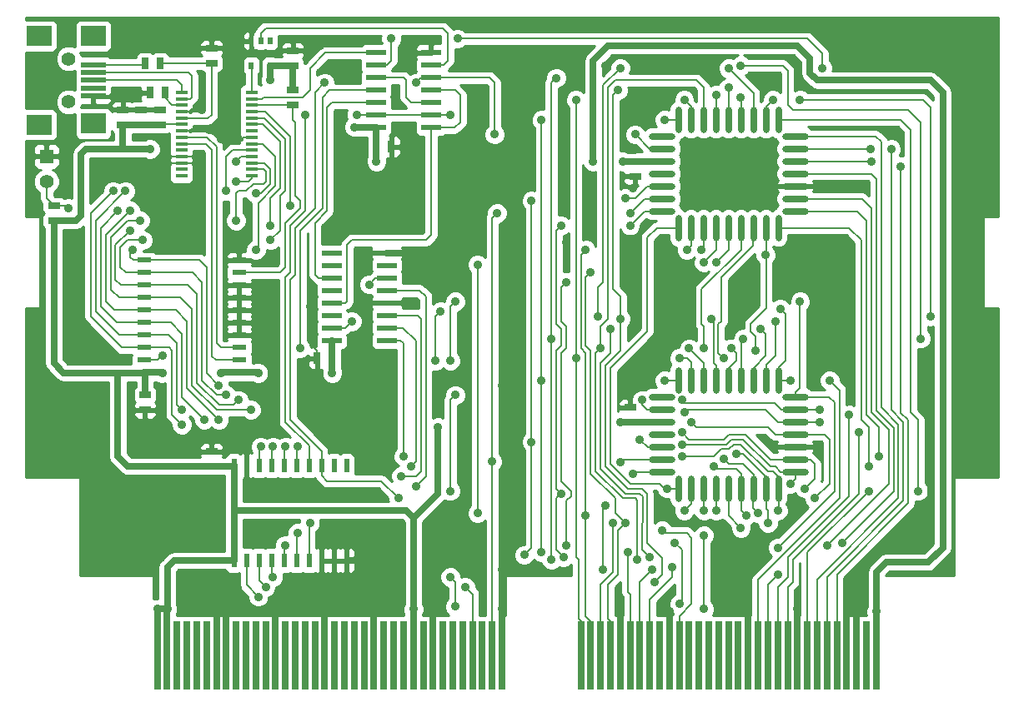
<source format=gtl>
G04 (created by PCBNEW-RS274X (2012-01-19 BZR 3256)-stable) date 09/06/2012 05:25:14*
G01*
G70*
G90*
%MOIN*%
G04 Gerber Fmt 3.4, Leading zero omitted, Abs format*
%FSLAX34Y34*%
G04 APERTURE LIST*
%ADD10C,0.006000*%
%ADD11O,0.106300X0.027600*%
%ADD12O,0.027600X0.106300*%
%ADD13R,0.050000X0.016000*%
%ADD14R,0.020000X0.030000*%
%ADD15R,0.056300X0.021700*%
%ADD16R,0.021700X0.056300*%
%ADD17R,0.055000X0.055000*%
%ADD18C,0.055000*%
%ADD19R,0.098400X0.019600*%
%ADD20R,0.098400X0.078700*%
%ADD21C,0.055400*%
%ADD22R,0.025000X0.045000*%
%ADD23R,0.045000X0.025000*%
%ADD24R,0.027600X0.275600*%
%ADD25R,0.078700X0.023600*%
%ADD26C,0.035000*%
%ADD27C,0.008000*%
%ADD28C,0.016000*%
%ADD29C,0.025000*%
%ADD30C,0.010000*%
G04 APERTURE END LIST*
G54D10*
G54D11*
X36254Y-57185D03*
X36254Y-57685D03*
X36254Y-58185D03*
X36254Y-58685D03*
G54D12*
X37919Y-59350D03*
X38419Y-59350D03*
X38919Y-59350D03*
X39419Y-59350D03*
G54D11*
X41584Y-58185D03*
X41584Y-57685D03*
X41584Y-57185D03*
X41584Y-56685D03*
X41584Y-56185D03*
G54D12*
X39419Y-55020D03*
X38919Y-55020D03*
X38419Y-55020D03*
G54D11*
X36254Y-55685D03*
X36254Y-56185D03*
X36254Y-56685D03*
G54D12*
X37919Y-55020D03*
X39919Y-55020D03*
X37419Y-59350D03*
X36919Y-59350D03*
X37419Y-55020D03*
X40419Y-55020D03*
X39919Y-59350D03*
G54D11*
X41584Y-58685D03*
X41584Y-55685D03*
G54D12*
X36919Y-55020D03*
X40919Y-55020D03*
X40419Y-59350D03*
X40919Y-59350D03*
G54D11*
X36254Y-46752D03*
X36254Y-47252D03*
X36254Y-47752D03*
X36254Y-48252D03*
G54D12*
X37919Y-48917D03*
X38419Y-48917D03*
X38919Y-48917D03*
X39419Y-48917D03*
G54D11*
X41584Y-47752D03*
X41584Y-47252D03*
X41584Y-46752D03*
X41584Y-46252D03*
X41584Y-45752D03*
G54D12*
X39419Y-44587D03*
X38919Y-44587D03*
X38419Y-44587D03*
G54D11*
X36254Y-45252D03*
X36254Y-45752D03*
X36254Y-46252D03*
G54D12*
X37919Y-44587D03*
X39919Y-44587D03*
X37419Y-48917D03*
X36919Y-48917D03*
X37419Y-44587D03*
X40419Y-44587D03*
X39919Y-48917D03*
G54D11*
X41584Y-48252D03*
X41584Y-45252D03*
G54D12*
X36919Y-44587D03*
X40919Y-44587D03*
X40419Y-48917D03*
X40919Y-48917D03*
G54D13*
X19847Y-46827D03*
X19847Y-46577D03*
X19847Y-46317D03*
X19847Y-46057D03*
X19847Y-45807D03*
X19847Y-45547D03*
X19847Y-45287D03*
X19847Y-45037D03*
X19847Y-44777D03*
X19847Y-44527D03*
X19847Y-44267D03*
X19847Y-44007D03*
X19847Y-43757D03*
X19847Y-43497D03*
X17047Y-43497D03*
X17047Y-43757D03*
X17047Y-43997D03*
X17047Y-44267D03*
X17047Y-44527D03*
X17047Y-44777D03*
X17047Y-45037D03*
X17047Y-45287D03*
X17047Y-45547D03*
X17047Y-45807D03*
X17047Y-46057D03*
X17047Y-46317D03*
X17047Y-46577D03*
X17047Y-46827D03*
G54D14*
X20595Y-41429D03*
X19845Y-41429D03*
X20595Y-42429D03*
X20220Y-41429D03*
X19845Y-42429D03*
G54D15*
X19357Y-54711D03*
X19357Y-54211D03*
X19357Y-53711D03*
X19357Y-53211D03*
X19357Y-52711D03*
X19357Y-52211D03*
X19357Y-51711D03*
X19357Y-51211D03*
X19357Y-50711D03*
X19357Y-50211D03*
X15569Y-50211D03*
X15569Y-50711D03*
X15569Y-51211D03*
X15569Y-51711D03*
X15569Y-52211D03*
X15569Y-52711D03*
X15569Y-53211D03*
X15569Y-53711D03*
X15569Y-54211D03*
X15569Y-54711D03*
G54D16*
X19150Y-62229D03*
X19650Y-62229D03*
X20150Y-62229D03*
X20650Y-62229D03*
X21150Y-62229D03*
X21650Y-62229D03*
X22150Y-62229D03*
X22650Y-62229D03*
X23150Y-62229D03*
X23650Y-62229D03*
X23650Y-58441D03*
X23150Y-58441D03*
X22650Y-58441D03*
X22150Y-58441D03*
X21650Y-58441D03*
X21150Y-58441D03*
X20650Y-58441D03*
X20150Y-58441D03*
X19650Y-58441D03*
X19150Y-58441D03*
G54D17*
X11657Y-46055D03*
G54D18*
X11657Y-47055D03*
G54D19*
X13527Y-43012D03*
X13527Y-42698D03*
X13527Y-43641D03*
X13527Y-43326D03*
G54D20*
X11362Y-44783D03*
X11362Y-41241D03*
X13527Y-44744D03*
X13527Y-41241D03*
G54D21*
X12543Y-42146D03*
X12543Y-43878D03*
G54D19*
X13527Y-42383D03*
G54D22*
X16385Y-43504D03*
X15785Y-43504D03*
G54D23*
X16184Y-44788D03*
X16184Y-44188D03*
X15436Y-44788D03*
X15436Y-44188D03*
X14708Y-44788D03*
X14708Y-44188D03*
X11952Y-48027D03*
X11952Y-48627D03*
G54D22*
X15589Y-42323D03*
X16189Y-42323D03*
G54D23*
X18251Y-42328D03*
X18251Y-41728D03*
X21499Y-43401D03*
X21499Y-44001D03*
G54D24*
X16085Y-66043D03*
X16478Y-66043D03*
X16872Y-66043D03*
X17266Y-66043D03*
X17660Y-66043D03*
X18053Y-66043D03*
X18447Y-66043D03*
X18841Y-66043D03*
X19234Y-66043D03*
X19628Y-66043D03*
X20022Y-66043D03*
X20415Y-66043D03*
X20809Y-66043D03*
X21203Y-66043D03*
X21597Y-66043D03*
X21990Y-66043D03*
X22384Y-66043D03*
X22778Y-66043D03*
X23171Y-66043D03*
X23565Y-66043D03*
X23959Y-66043D03*
X24352Y-66043D03*
X24746Y-66043D03*
X25140Y-66043D03*
X25534Y-66043D03*
X25927Y-66043D03*
X26321Y-66043D03*
X26715Y-66043D03*
X27108Y-66043D03*
X27502Y-66043D03*
X27896Y-66043D03*
X28289Y-66043D03*
X28683Y-66043D03*
X29077Y-66043D03*
X29471Y-66043D03*
X29864Y-66043D03*
X33014Y-66043D03*
X33408Y-66043D03*
X33801Y-66043D03*
X34195Y-66043D03*
X34589Y-66043D03*
X34982Y-66043D03*
X35376Y-66043D03*
X35770Y-66043D03*
X36163Y-66043D03*
X36557Y-66043D03*
X36951Y-66043D03*
X37345Y-66043D03*
X37738Y-66043D03*
X38132Y-66043D03*
X38526Y-66043D03*
X38919Y-66043D03*
X39313Y-66043D03*
X39707Y-66043D03*
X40100Y-66043D03*
X40494Y-66043D03*
X40888Y-66043D03*
X41282Y-66043D03*
X41675Y-66043D03*
X42069Y-66043D03*
X42463Y-66043D03*
X42856Y-66043D03*
X43250Y-66043D03*
X43644Y-66043D03*
X44037Y-66043D03*
X44431Y-66043D03*
X44825Y-66043D03*
G54D25*
X25257Y-53423D03*
X25257Y-52923D03*
X25257Y-52423D03*
X25257Y-51923D03*
X25257Y-51423D03*
X25257Y-50923D03*
X25257Y-50423D03*
X25257Y-49923D03*
X23057Y-49923D03*
X23057Y-50423D03*
X23057Y-50923D03*
X23057Y-51423D03*
X23057Y-51923D03*
X23057Y-52423D03*
X23057Y-52923D03*
X23057Y-53423D03*
X27028Y-44906D03*
X27028Y-44406D03*
X27028Y-43906D03*
X27028Y-43406D03*
X27028Y-42906D03*
X27028Y-42406D03*
X27028Y-41906D03*
X24828Y-41906D03*
X24828Y-42406D03*
X24828Y-42906D03*
X24828Y-43406D03*
X24828Y-43906D03*
X24828Y-44406D03*
X24828Y-44906D03*
G54D23*
X18251Y-58469D03*
X18251Y-57869D03*
X15594Y-55606D03*
X15594Y-56206D03*
G54D22*
X23079Y-54134D03*
X22479Y-54134D03*
X24841Y-45669D03*
X25441Y-45669D03*
G54D23*
X21499Y-42426D03*
X21499Y-41826D03*
X35180Y-46255D03*
X35180Y-46855D03*
X34983Y-56698D03*
X34983Y-56098D03*
G54D26*
X40495Y-60728D03*
X40003Y-53839D03*
X39216Y-57972D03*
X42661Y-42520D03*
X25436Y-41339D03*
X40397Y-50000D03*
X28094Y-41339D03*
X38724Y-54134D03*
X38724Y-58169D03*
X36657Y-62500D03*
X40102Y-60335D03*
X34590Y-42520D03*
X35771Y-62106D03*
X38920Y-42520D03*
X34196Y-52953D03*
X33704Y-52461D03*
X40200Y-52953D03*
X31834Y-53346D03*
X31834Y-62205D03*
X39019Y-53740D03*
X38920Y-43307D03*
X32031Y-42913D03*
X35082Y-58760D03*
X32228Y-48819D03*
X34983Y-48819D03*
X32326Y-62106D03*
X32228Y-59547D03*
X32818Y-43799D03*
X32818Y-54134D03*
X36952Y-54134D03*
X37149Y-43799D03*
X36361Y-55020D03*
X36361Y-44587D03*
X31440Y-61909D03*
X31440Y-55020D03*
X31440Y-44587D03*
X34590Y-58287D03*
X34983Y-48327D03*
X29668Y-48327D03*
X29472Y-58268D03*
X34787Y-47736D03*
X31046Y-57480D03*
X30751Y-62008D03*
X35377Y-57382D03*
X31046Y-47835D03*
X38330Y-58465D03*
X39625Y-60433D03*
X35869Y-62598D03*
X37936Y-53740D03*
X39413Y-60925D03*
X34885Y-61909D03*
X32424Y-51083D03*
X38428Y-50295D03*
X32424Y-61614D03*
X38428Y-60236D03*
X37936Y-50295D03*
X33409Y-50689D03*
X34787Y-60728D03*
X28881Y-50394D03*
X28881Y-60335D03*
X37838Y-49803D03*
X37936Y-60236D03*
X34294Y-60728D03*
X33212Y-49803D03*
X33212Y-60433D03*
X37149Y-60236D03*
X37247Y-49803D03*
X33999Y-60039D03*
X36460Y-59350D03*
X33901Y-62598D03*
X35279Y-62204D03*
X33802Y-53740D03*
X37344Y-53740D03*
X34491Y-43406D03*
X38231Y-52559D03*
X34590Y-52559D03*
X35968Y-63091D03*
X38428Y-43602D03*
X14314Y-47441D03*
X17070Y-56791D03*
X37050Y-58071D03*
X40889Y-60236D03*
X19235Y-47047D03*
X18841Y-47441D03*
X41381Y-59154D03*
X17070Y-56201D03*
X14806Y-47441D03*
X37050Y-57579D03*
X42857Y-61614D03*
X43448Y-61516D03*
X45810Y-46457D03*
X44629Y-46260D03*
X45417Y-45768D03*
X44613Y-45752D03*
X44531Y-59449D03*
X46499Y-59449D03*
X14511Y-48228D03*
X41972Y-59350D03*
X17956Y-56595D03*
X37050Y-57087D03*
X20023Y-47539D03*
X42365Y-59744D03*
X21401Y-48032D03*
X18546Y-56595D03*
X15003Y-48228D03*
X37444Y-56693D03*
X15397Y-48622D03*
X19235Y-48622D03*
X19826Y-56201D03*
X44137Y-57087D03*
X42562Y-56693D03*
X37149Y-56299D03*
X15003Y-49016D03*
X43743Y-56398D03*
X19334Y-55807D03*
X37050Y-55807D03*
X20613Y-48819D03*
X42562Y-56201D03*
X40889Y-61713D03*
X27995Y-51870D03*
X18842Y-55610D03*
X15495Y-49409D03*
X20613Y-49409D03*
X41775Y-51870D03*
X27798Y-54232D03*
X40889Y-62796D03*
X15102Y-49803D03*
X27405Y-52264D03*
X18546Y-55217D03*
X27208Y-54232D03*
X42956Y-55020D03*
X40987Y-52165D03*
X41381Y-55020D03*
X20023Y-49803D03*
X44531Y-58465D03*
X44924Y-58071D03*
X20121Y-63681D03*
X28389Y-63288D03*
X20416Y-63287D03*
X27995Y-64075D03*
X20711Y-62894D03*
X27798Y-62894D03*
X21204Y-61614D03*
X36951Y-63976D03*
X36755Y-61516D03*
X36263Y-61024D03*
X21696Y-61122D03*
X37936Y-61221D03*
X37936Y-64173D03*
X22188Y-60728D03*
X28487Y-42224D03*
X31046Y-40846D03*
X41283Y-40846D03*
X30554Y-43898D03*
X36165Y-40846D03*
X28980Y-47244D03*
X27011Y-50394D03*
X11755Y-57579D03*
X26617Y-45669D03*
X32424Y-49508D03*
X33409Y-47047D03*
X41775Y-43110D03*
X40495Y-57480D03*
X28291Y-58858D03*
X24747Y-64173D03*
X23665Y-47047D03*
X26224Y-47835D03*
X39511Y-50984D03*
X20023Y-61221D03*
X36637Y-42185D03*
X45417Y-45079D03*
X24944Y-62303D03*
X40594Y-42913D03*
X38625Y-61122D03*
X40987Y-50787D03*
X48665Y-52953D03*
X14905Y-46555D03*
X42562Y-57677D03*
X43251Y-41732D03*
X22188Y-52067D03*
X30161Y-50984D03*
X47779Y-41732D03*
X38920Y-63287D03*
X48665Y-57874D03*
X48369Y-47638D03*
X13035Y-49705D03*
X34590Y-64272D03*
X11755Y-55807D03*
X25535Y-56791D03*
X27503Y-60335D03*
X48763Y-43504D03*
X35180Y-44193D03*
X12346Y-45079D03*
X33507Y-49311D03*
X42956Y-50591D03*
X41676Y-64173D03*
X48172Y-55512D03*
X34983Y-51083D03*
X27602Y-62106D03*
X27306Y-55315D03*
X12838Y-53051D03*
X40495Y-47638D03*
X17857Y-46555D03*
X18448Y-59744D03*
X37936Y-46161D03*
X11558Y-42913D03*
X35082Y-49409D03*
X23271Y-49114D03*
X12444Y-41043D03*
X33999Y-42421D03*
X43546Y-54626D03*
X44039Y-64173D03*
X28389Y-53445D03*
X30259Y-53445D03*
X13527Y-60532D03*
X29865Y-55217D03*
X36361Y-51083D03*
X20220Y-59547D03*
X17070Y-58957D03*
X35377Y-54528D03*
X30259Y-59252D03*
X22779Y-64173D03*
X13330Y-55807D03*
X36558Y-64272D03*
X15298Y-60532D03*
X29864Y-64174D03*
X35082Y-47343D03*
X14905Y-43602D03*
X16283Y-46555D03*
X18153Y-44980D03*
X25633Y-43898D03*
X42661Y-54035D03*
X22582Y-41634D03*
X24747Y-55315D03*
X17070Y-60925D03*
X20809Y-64174D03*
X43448Y-47343D03*
X30357Y-61614D03*
X18841Y-64173D03*
X18645Y-45374D03*
X25338Y-60728D03*
X15495Y-57480D03*
X23369Y-42520D03*
X28389Y-45669D03*
X13724Y-58169D03*
X17661Y-63091D03*
X17857Y-44193D03*
X38330Y-47539D03*
X29865Y-62598D03*
X20417Y-52362D03*
X17070Y-41634D03*
X46696Y-60630D03*
X15298Y-41043D03*
X23960Y-59547D03*
X32326Y-47047D03*
X26027Y-42224D03*
X27109Y-64173D03*
X39708Y-64272D03*
X46893Y-55610D03*
X39905Y-45965D03*
X16283Y-54035D03*
X21794Y-53740D03*
X24550Y-51181D03*
X12543Y-48130D03*
X27798Y-44390D03*
X21991Y-44390D03*
X24058Y-44390D03*
X39413Y-43701D03*
X39511Y-53346D03*
X46598Y-53346D03*
X39413Y-42421D03*
X25830Y-58858D03*
X21203Y-57677D03*
X26224Y-58465D03*
X20711Y-57677D03*
X20219Y-57677D03*
X25928Y-58071D03*
X29570Y-45177D03*
X27995Y-55610D03*
X35180Y-45177D03*
X22779Y-43110D03*
X25731Y-59744D03*
X26420Y-43110D03*
X35456Y-55807D03*
X27798Y-59449D03*
X23861Y-52658D03*
X40692Y-43799D03*
X46991Y-52461D03*
X41775Y-43799D03*
X40791Y-52658D03*
X26420Y-59252D03*
X21696Y-57677D03*
X24846Y-46260D03*
X34590Y-56693D03*
X15791Y-45768D03*
X16086Y-64173D03*
X44826Y-64272D03*
X20121Y-54724D03*
X20613Y-43012D03*
X23960Y-44882D03*
X26322Y-64173D03*
X16480Y-64173D03*
X33507Y-46260D03*
X23074Y-54724D03*
X18645Y-54724D03*
X27306Y-56890D03*
X34688Y-46260D03*
X19235Y-46260D03*
X16283Y-54724D03*
G54D27*
X25436Y-42224D02*
X25436Y-41339D01*
X28094Y-41339D02*
X42070Y-41339D01*
X40419Y-58880D02*
X40419Y-59350D01*
X40419Y-48917D02*
X40419Y-50000D01*
X40495Y-60236D02*
X40419Y-60160D01*
X39511Y-57972D02*
X39216Y-57972D01*
X24828Y-42406D02*
X25254Y-42406D01*
X39806Y-53051D02*
X39806Y-52757D01*
X40003Y-53248D02*
X39806Y-53051D01*
X42661Y-41930D02*
X42661Y-42520D01*
X40397Y-50000D02*
X40419Y-50000D01*
X40495Y-60728D02*
X40495Y-60236D01*
X40419Y-52144D02*
X40419Y-50000D01*
X39806Y-52757D02*
X40419Y-52144D01*
X40419Y-60160D02*
X40419Y-59350D01*
X40003Y-53839D02*
X40003Y-53248D01*
X42070Y-41339D02*
X42661Y-41930D01*
X25254Y-42406D02*
X25436Y-42224D01*
X40419Y-58880D02*
X39511Y-57972D01*
X39912Y-49613D02*
X38625Y-50886D01*
X36657Y-62893D02*
X36657Y-62500D01*
X35770Y-63780D02*
X35770Y-66043D01*
X38625Y-50886D02*
X38625Y-52657D01*
X39912Y-49613D02*
X39912Y-48924D01*
X38512Y-52770D02*
X38625Y-52657D01*
X39912Y-48924D02*
X39919Y-48917D01*
X39905Y-59364D02*
X39919Y-59350D01*
X35770Y-63780D02*
X36657Y-62893D01*
X38724Y-54134D02*
X38512Y-53922D01*
X40102Y-60335D02*
X39905Y-60138D01*
X39905Y-58760D02*
X39511Y-58366D01*
X39905Y-60138D02*
X39905Y-59364D01*
X39919Y-59350D02*
X39919Y-58760D01*
X38921Y-58366D02*
X38724Y-58169D01*
X39919Y-58760D02*
X39905Y-58760D01*
X39511Y-58366D02*
X38921Y-58366D01*
X38512Y-53922D02*
X38512Y-52770D01*
X35376Y-59547D02*
X34787Y-59547D01*
X34196Y-53937D02*
X34196Y-52953D01*
X40397Y-54035D02*
X40397Y-53150D01*
X35480Y-59651D02*
X35376Y-59547D01*
X33704Y-51279D02*
X33901Y-51082D01*
X35771Y-62106D02*
X35476Y-61811D01*
X33704Y-52461D02*
X33704Y-51279D01*
X33901Y-43209D02*
X34590Y-42520D01*
X33802Y-54331D02*
X34196Y-53937D01*
X40397Y-53150D02*
X40200Y-52953D01*
X39919Y-44587D02*
X39919Y-43519D01*
X39919Y-43519D02*
X38920Y-42520D01*
X39919Y-54513D02*
X40397Y-54035D01*
X34787Y-59547D02*
X33802Y-58562D01*
X35476Y-61811D02*
X35480Y-59651D01*
X39919Y-55020D02*
X39919Y-54513D01*
X33901Y-43209D02*
X33901Y-51082D01*
X33802Y-58562D02*
X33802Y-54331D01*
X31834Y-53346D02*
X31834Y-43110D01*
X31834Y-62205D02*
X31834Y-53346D01*
X38919Y-55020D02*
X38919Y-54529D01*
X38920Y-43307D02*
X38919Y-43307D01*
X38919Y-44587D02*
X38919Y-43307D01*
X32031Y-42913D02*
X31834Y-43110D01*
X38919Y-54529D02*
X39216Y-54232D01*
X39216Y-53937D02*
X39019Y-53740D01*
X39216Y-54232D02*
X39216Y-53937D01*
X36254Y-48252D02*
X35550Y-48252D01*
X32228Y-48819D02*
X32031Y-49016D01*
X32031Y-59744D02*
X32228Y-59547D01*
X32031Y-59350D02*
X32228Y-59547D01*
X35157Y-58685D02*
X35082Y-58760D01*
X32228Y-52953D02*
X32031Y-52756D01*
X35550Y-48252D02*
X34983Y-48819D01*
X32031Y-59350D02*
X32031Y-53839D01*
X32031Y-61811D02*
X32031Y-59744D01*
X32031Y-53839D02*
X32228Y-53642D01*
X32031Y-52756D02*
X32031Y-49016D01*
X32326Y-62106D02*
X32031Y-61811D01*
X32228Y-53642D02*
X32228Y-52953D01*
X36254Y-58685D02*
X35157Y-58685D01*
X32818Y-54134D02*
X32818Y-43799D01*
X33014Y-64664D02*
X33014Y-66043D01*
X32917Y-64567D02*
X32917Y-62205D01*
X32818Y-62106D02*
X32917Y-62205D01*
X37419Y-54306D02*
X37419Y-55020D01*
X37419Y-44069D02*
X37149Y-43799D01*
X32818Y-54134D02*
X32818Y-62106D01*
X33014Y-64664D02*
X32917Y-64567D01*
X37247Y-54134D02*
X37419Y-54306D01*
X37419Y-44069D02*
X37419Y-44587D01*
X36952Y-54134D02*
X37247Y-54134D01*
X36361Y-44587D02*
X36919Y-44587D01*
X31440Y-55020D02*
X31440Y-61909D01*
X36361Y-55020D02*
X36919Y-55020D01*
X31440Y-55020D02*
X31440Y-44587D01*
X36254Y-47752D02*
X35558Y-47752D01*
X36254Y-58185D02*
X34692Y-58185D01*
X29471Y-58268D02*
X29471Y-66043D01*
X34692Y-58185D02*
X34590Y-58287D01*
X29668Y-48327D02*
X29471Y-48524D01*
X35558Y-47752D02*
X34983Y-48327D01*
X29471Y-48524D02*
X29471Y-58268D01*
X29472Y-58268D02*
X29471Y-58268D01*
X36254Y-57685D02*
X35680Y-57685D01*
X36254Y-47252D02*
X35664Y-47252D01*
X35680Y-57685D02*
X35377Y-57382D01*
X31046Y-47835D02*
X31046Y-57480D01*
X31046Y-61713D02*
X30751Y-62008D01*
X31046Y-61713D02*
X31046Y-57480D01*
X35180Y-47736D02*
X34787Y-47736D01*
X35664Y-47252D02*
X35180Y-47736D01*
X35376Y-63091D02*
X35869Y-62598D01*
X39609Y-60432D02*
X39419Y-60242D01*
X39419Y-48917D02*
X39419Y-49796D01*
X39419Y-58766D02*
X39216Y-58563D01*
X39216Y-58563D02*
X38428Y-58563D01*
X37936Y-53740D02*
X37936Y-52854D01*
X39624Y-60432D02*
X39609Y-60432D01*
X35376Y-66043D02*
X35376Y-63091D01*
X37936Y-52854D02*
X37838Y-52756D01*
X37838Y-51377D02*
X37838Y-52756D01*
X38428Y-58563D02*
X38330Y-58465D01*
X37838Y-51377D02*
X39419Y-49796D01*
X39419Y-60242D02*
X39419Y-59350D01*
X39419Y-59350D02*
X39419Y-58766D01*
X39625Y-60433D02*
X39624Y-60432D01*
X32621Y-59448D02*
X32228Y-59054D01*
X34885Y-61909D02*
X34885Y-63485D01*
X38920Y-49803D02*
X38920Y-48918D01*
X32621Y-59646D02*
X32424Y-59843D01*
X32228Y-53936D02*
X32424Y-53740D01*
X38428Y-50295D02*
X38920Y-49803D01*
X39413Y-60925D02*
X38919Y-60432D01*
X32228Y-51279D02*
X32424Y-51083D01*
X32424Y-52854D02*
X32228Y-52658D01*
X32621Y-59448D02*
X32621Y-59646D01*
X38919Y-60432D02*
X38919Y-59350D01*
X34885Y-63485D02*
X34982Y-63582D01*
X38920Y-48918D02*
X38919Y-48917D01*
X34982Y-63582D02*
X34982Y-66043D01*
X32228Y-52658D02*
X32228Y-51279D01*
X32228Y-59054D02*
X32228Y-53936D01*
X32424Y-59843D02*
X32424Y-61614D01*
X32424Y-53740D02*
X32424Y-52854D01*
X34787Y-60728D02*
X34786Y-60728D01*
X38419Y-49812D02*
X37936Y-50295D01*
X34491Y-62796D02*
X34491Y-61024D01*
X34098Y-63189D02*
X34098Y-64567D01*
X34195Y-64664D02*
X34098Y-64567D01*
X34786Y-60728D02*
X34393Y-60335D01*
X38419Y-48917D02*
X38419Y-49812D01*
X34393Y-60335D02*
X34393Y-59745D01*
X38428Y-60236D02*
X38419Y-60227D01*
X33409Y-53839D02*
X33212Y-53642D01*
X34098Y-63189D02*
X34491Y-62796D01*
X34393Y-59745D02*
X33409Y-58761D01*
X33409Y-58761D02*
X33409Y-53839D01*
X34195Y-64664D02*
X34195Y-66043D01*
X33409Y-50689D02*
X33212Y-50886D01*
X38419Y-59350D02*
X38419Y-60227D01*
X33212Y-53642D02*
X33212Y-50886D01*
X34491Y-61024D02*
X34787Y-60728D01*
X37919Y-49722D02*
X37838Y-49803D01*
X37919Y-48917D02*
X37919Y-49722D01*
X34294Y-62697D02*
X34294Y-60728D01*
X37919Y-60219D02*
X37919Y-59350D01*
X33801Y-63191D02*
X34294Y-62697D01*
X28881Y-50394D02*
X28881Y-60335D01*
X37936Y-60236D02*
X37919Y-60219D01*
X33801Y-66043D02*
X33801Y-63191D01*
X33212Y-60433D02*
X33212Y-64469D01*
X37419Y-49631D02*
X37247Y-49803D01*
X33015Y-50000D02*
X33212Y-49803D01*
X33408Y-64665D02*
X33212Y-64469D01*
X37419Y-59966D02*
X37149Y-60236D01*
X37419Y-48917D02*
X37419Y-49631D01*
X33015Y-53740D02*
X33015Y-50000D01*
X33212Y-53937D02*
X33212Y-60433D01*
X33408Y-66043D02*
X33408Y-64665D01*
X37419Y-59350D02*
X37419Y-59966D01*
X33015Y-53740D02*
X33212Y-53937D01*
X34984Y-59154D02*
X34196Y-58366D01*
X36919Y-59350D02*
X36460Y-59350D01*
X36361Y-59350D02*
X36165Y-59154D01*
X36165Y-59154D02*
X34984Y-59154D01*
X35672Y-53051D02*
X35672Y-49310D01*
X36065Y-48917D02*
X35672Y-49310D01*
X34196Y-58366D02*
X34196Y-54528D01*
X33901Y-60137D02*
X33999Y-60039D01*
X36361Y-59350D02*
X36460Y-59350D01*
X33901Y-62598D02*
X33901Y-60137D01*
X36919Y-48917D02*
X36065Y-48917D01*
X35672Y-53051D02*
X34196Y-54528D01*
X34098Y-52559D02*
X34098Y-43306D01*
X33802Y-53740D02*
X33802Y-52855D01*
X35180Y-59744D02*
X35279Y-59843D01*
X37641Y-43012D02*
X37919Y-43290D01*
X37935Y-54331D02*
X37935Y-55004D01*
X34688Y-59744D02*
X33605Y-58661D01*
X37344Y-53740D02*
X37935Y-54331D01*
X33802Y-52855D02*
X34098Y-52559D01*
X34098Y-43306D02*
X34392Y-43012D01*
X35180Y-59744D02*
X34688Y-59744D01*
X37919Y-55020D02*
X37935Y-55004D01*
X33605Y-53937D02*
X33802Y-53740D01*
X35279Y-59843D02*
X35279Y-62204D01*
X37919Y-43290D02*
X37919Y-44587D01*
X34392Y-43012D02*
X37641Y-43012D01*
X33605Y-58661D02*
X33605Y-53937D01*
X35672Y-61526D02*
X35672Y-59547D01*
X38419Y-44587D02*
X38419Y-43602D01*
X38419Y-54420D02*
X38330Y-54331D01*
X36263Y-62796D02*
X36263Y-62117D01*
X34294Y-51377D02*
X34590Y-51673D01*
X38428Y-43602D02*
X38419Y-43602D01*
X34294Y-43602D02*
X34294Y-51377D01*
X36263Y-62796D02*
X35968Y-63091D01*
X33999Y-54429D02*
X34590Y-53838D01*
X34295Y-43602D02*
X34491Y-43406D01*
X38419Y-54420D02*
X38419Y-55020D01*
X34590Y-51673D02*
X34590Y-52559D01*
X33999Y-58465D02*
X34000Y-58465D01*
X33999Y-54429D02*
X33999Y-58465D01*
X35475Y-59350D02*
X35672Y-59547D01*
X34590Y-52559D02*
X34590Y-53838D01*
X38330Y-52658D02*
X38231Y-52559D01*
X36263Y-62117D02*
X35672Y-61526D01*
X34000Y-58465D02*
X34885Y-59350D01*
X34885Y-59350D02*
X35475Y-59350D01*
X38330Y-54331D02*
X38330Y-52658D01*
X34294Y-43602D02*
X34295Y-43602D01*
X38625Y-57776D02*
X38920Y-57776D01*
X40919Y-58888D02*
X40919Y-59350D01*
X40919Y-58888D02*
X40692Y-58661D01*
X16676Y-53838D02*
X16676Y-56398D01*
X39413Y-57579D02*
X39117Y-57579D01*
X40692Y-58661D02*
X40495Y-58661D01*
X19235Y-47047D02*
X19728Y-47047D01*
X19728Y-47047D02*
X19847Y-46928D01*
X37050Y-58071D02*
X38330Y-58071D01*
X39117Y-57579D02*
X38920Y-57776D01*
X38330Y-58071D02*
X38625Y-57776D01*
X40919Y-59350D02*
X40919Y-60206D01*
X16549Y-53711D02*
X16676Y-53838D01*
X13428Y-48327D02*
X14314Y-47441D01*
X16677Y-56398D02*
X17070Y-56791D01*
X19847Y-46928D02*
X19847Y-46827D01*
X13427Y-52459D02*
X13428Y-48327D01*
X15569Y-53711D02*
X16549Y-53711D01*
X15569Y-53711D02*
X14679Y-53711D01*
X40495Y-58661D02*
X39413Y-57579D01*
X16676Y-56398D02*
X16677Y-56398D01*
X40919Y-60206D02*
X40889Y-60236D01*
X14679Y-53711D02*
X13427Y-52459D01*
X16873Y-53543D02*
X16873Y-56004D01*
X39019Y-57382D02*
X38822Y-57579D01*
X39511Y-57382D02*
X39019Y-57382D01*
X16873Y-56004D02*
X17070Y-56201D01*
X16541Y-53211D02*
X16873Y-53543D01*
X14806Y-47441D02*
X13625Y-48622D01*
X41584Y-58685D02*
X41011Y-58685D01*
X41011Y-58685D02*
X40791Y-58465D01*
X41584Y-58951D02*
X41381Y-59154D01*
X19847Y-45807D02*
X19097Y-45807D01*
X18841Y-47441D02*
X18841Y-46063D01*
X14572Y-53211D02*
X13624Y-52263D01*
X40594Y-58465D02*
X39511Y-57382D01*
X40791Y-58465D02*
X40594Y-58465D01*
X18841Y-46063D02*
X19097Y-45807D01*
X38822Y-57579D02*
X37050Y-57579D01*
X14572Y-53211D02*
X15569Y-53211D01*
X15569Y-53211D02*
X16541Y-53211D01*
X41584Y-58685D02*
X41584Y-58951D01*
X13624Y-52263D02*
X13625Y-48622D01*
X44629Y-48130D02*
X44629Y-56299D01*
X44251Y-47752D02*
X44629Y-48130D01*
X45318Y-56988D02*
X45318Y-59154D01*
X44629Y-56299D02*
X45318Y-56988D01*
X41584Y-47752D02*
X44251Y-47752D01*
X45318Y-59154D02*
X42857Y-61614D01*
X44629Y-46752D02*
X41584Y-46752D01*
X43448Y-61516D02*
X45515Y-59449D01*
X44826Y-46949D02*
X44629Y-46752D01*
X45515Y-56927D02*
X44826Y-56238D01*
X45515Y-59449D02*
X45515Y-56927D01*
X44826Y-56238D02*
X44826Y-46949D01*
X46105Y-56608D02*
X45810Y-56313D01*
X43250Y-62797D02*
X43250Y-66043D01*
X44621Y-46252D02*
X44629Y-46260D01*
X45810Y-56313D02*
X45810Y-46457D01*
X43250Y-62797D02*
X46105Y-59942D01*
X41584Y-46252D02*
X44621Y-46252D01*
X46105Y-59942D02*
X46105Y-56608D01*
X42856Y-66043D02*
X42856Y-62895D01*
X42856Y-62895D02*
X45909Y-59842D01*
X45909Y-59842D02*
X45909Y-56693D01*
X45417Y-56201D02*
X45417Y-45768D01*
X45909Y-56693D02*
X45417Y-56201D01*
X44613Y-45752D02*
X41584Y-45752D01*
X45712Y-56792D02*
X45023Y-56103D01*
X41584Y-45252D02*
X44803Y-45252D01*
X45712Y-59744D02*
X45712Y-56792D01*
X44803Y-45252D02*
X45023Y-45472D01*
X45023Y-56103D02*
X45023Y-45472D01*
X42463Y-62993D02*
X45712Y-59744D01*
X42463Y-62993D02*
X42463Y-66043D01*
X45810Y-44587D02*
X46203Y-44980D01*
X46499Y-56595D02*
X46499Y-59449D01*
X46203Y-44980D02*
X46203Y-56299D01*
X46203Y-56299D02*
X46499Y-56595D01*
X42069Y-61911D02*
X44531Y-59449D01*
X40919Y-44587D02*
X45810Y-44587D01*
X42069Y-61911D02*
X42069Y-66043D01*
X17956Y-56595D02*
X17070Y-55709D01*
X13822Y-48917D02*
X14511Y-48228D01*
X42365Y-58957D02*
X41972Y-59350D01*
X13822Y-52066D02*
X13822Y-48917D01*
X20375Y-46317D02*
X20613Y-46555D01*
X20613Y-46555D02*
X20613Y-47146D01*
X16632Y-52711D02*
X17070Y-53149D01*
X20613Y-47146D02*
X20220Y-47539D01*
X15569Y-52711D02*
X14467Y-52711D01*
X42185Y-58185D02*
X41584Y-58185D01*
X20375Y-46317D02*
X19847Y-46317D01*
X38920Y-57185D02*
X38723Y-57382D01*
X39610Y-57185D02*
X38920Y-57185D01*
X38723Y-57382D02*
X37346Y-57382D01*
X37051Y-57087D02*
X37346Y-57382D01*
X37050Y-57087D02*
X37051Y-57087D01*
X20220Y-47539D02*
X20023Y-47539D01*
X40610Y-58185D02*
X41584Y-58185D01*
X15569Y-52711D02*
X16632Y-52711D01*
X42365Y-58365D02*
X42365Y-58957D01*
X14467Y-52711D02*
X13822Y-52066D01*
X17070Y-53149D02*
X17070Y-55709D01*
X40610Y-58185D02*
X39610Y-57185D01*
X42185Y-58185D02*
X42365Y-58365D01*
X15569Y-52211D02*
X14360Y-52211D01*
X42956Y-57382D02*
X42956Y-59154D01*
X18546Y-56595D02*
X17267Y-55315D01*
X40495Y-56890D02*
X37641Y-56890D01*
X40790Y-57185D02*
X41584Y-57185D01*
X14019Y-49212D02*
X15003Y-48228D01*
X42365Y-59744D02*
X42955Y-59154D01*
X42759Y-57185D02*
X41584Y-57185D01*
X37444Y-56693D02*
X37641Y-56890D01*
X16820Y-52211D02*
X15569Y-52211D01*
X19847Y-44267D02*
X20392Y-44267D01*
X42759Y-57185D02*
X42956Y-57382D01*
X14019Y-51870D02*
X14019Y-49212D01*
X14360Y-52211D02*
X14019Y-51870D01*
X17267Y-52658D02*
X17267Y-55315D01*
X21401Y-45276D02*
X21401Y-48032D01*
X20392Y-44267D02*
X21401Y-45276D01*
X16820Y-52211D02*
X17267Y-52658D01*
X40790Y-57185D02*
X40495Y-56890D01*
X42955Y-59154D02*
X42956Y-59154D01*
X41480Y-63090D02*
X41480Y-62205D01*
X44137Y-57087D02*
X44137Y-59548D01*
X14547Y-51711D02*
X15569Y-51711D01*
X20417Y-47047D02*
X20318Y-47146D01*
X14905Y-48622D02*
X15397Y-48622D01*
X14547Y-51711D02*
X14215Y-51379D01*
X20219Y-46577D02*
X20339Y-46577D01*
X20318Y-47146D02*
X19925Y-47146D01*
X19847Y-46577D02*
X20219Y-46577D01*
X15569Y-51711D02*
X17009Y-51711D01*
X41480Y-62205D02*
X44137Y-59548D01*
X19925Y-47146D02*
X19630Y-47441D01*
X20417Y-46655D02*
X20417Y-47047D01*
X20339Y-46577D02*
X20417Y-46655D01*
X19333Y-47441D02*
X19235Y-47539D01*
X41282Y-66043D02*
X41283Y-63287D01*
X14215Y-51379D02*
X14216Y-49311D01*
X14216Y-49311D02*
X14905Y-48622D01*
X42554Y-56685D02*
X42562Y-56693D01*
X37247Y-56201D02*
X37149Y-56299D01*
X18448Y-56201D02*
X17464Y-55217D01*
X18448Y-56201D02*
X19826Y-56201D01*
X41283Y-63287D02*
X41480Y-63090D01*
X17009Y-51711D02*
X17464Y-52166D01*
X17464Y-52166D02*
X17464Y-55217D01*
X37543Y-56201D02*
X37247Y-56201D01*
X19235Y-47539D02*
X19235Y-48622D01*
X19630Y-47441D02*
X19333Y-47441D01*
X42554Y-56685D02*
X41584Y-56685D01*
X37543Y-56201D02*
X40397Y-56201D01*
X40881Y-56685D02*
X40397Y-56201D01*
X41584Y-56685D02*
X40881Y-56685D01*
X19137Y-56004D02*
X18547Y-56004D01*
X41283Y-62106D02*
X43743Y-59646D01*
X17297Y-51211D02*
X17661Y-51575D01*
X19334Y-55807D02*
X19137Y-56004D01*
X17661Y-51575D02*
X17661Y-55118D01*
X42546Y-56185D02*
X42562Y-56201D01*
X19847Y-44777D02*
X20310Y-44777D01*
X42546Y-56185D02*
X41584Y-56185D01*
X40771Y-55925D02*
X37149Y-55925D01*
X17297Y-51211D02*
X15569Y-51211D01*
X40888Y-66043D02*
X40888Y-63290D01*
X15569Y-51211D02*
X14640Y-51211D01*
X20310Y-44777D02*
X21006Y-45473D01*
X21006Y-45473D02*
X21007Y-47343D01*
X20613Y-47736D02*
X20613Y-48819D01*
X37149Y-55925D02*
X37149Y-55906D01*
X41584Y-56185D02*
X41031Y-56185D01*
X41031Y-56185D02*
X40771Y-55925D01*
X18547Y-56004D02*
X17661Y-55118D01*
X41283Y-62895D02*
X41283Y-62106D01*
X37149Y-55906D02*
X37050Y-55807D01*
X14413Y-50984D02*
X14413Y-49606D01*
X21006Y-47343D02*
X20613Y-47736D01*
X14413Y-49606D02*
X15003Y-49016D01*
X40888Y-63290D02*
X41283Y-62895D01*
X43743Y-59646D02*
X43743Y-56398D01*
X21007Y-47343D02*
X21006Y-47343D01*
X14640Y-51211D02*
X14413Y-50984D01*
X17858Y-55020D02*
X18448Y-55610D01*
X17857Y-55020D02*
X17858Y-55020D01*
X41584Y-55685D02*
X41584Y-55506D01*
X21007Y-49015D02*
X21007Y-47637D01*
X14905Y-49409D02*
X15495Y-49409D01*
X21203Y-47441D02*
X21203Y-45373D01*
X41775Y-55315D02*
X41775Y-51870D01*
X14609Y-49705D02*
X14905Y-49409D01*
X17486Y-50711D02*
X17857Y-51082D01*
X17486Y-50711D02*
X15569Y-50711D01*
X27798Y-52067D02*
X27798Y-54232D01*
X14827Y-50711D02*
X14609Y-50493D01*
X42932Y-55685D02*
X43153Y-55906D01*
X20357Y-44527D02*
X19847Y-44527D01*
X40889Y-61713D02*
X43153Y-59449D01*
X40494Y-63191D02*
X40889Y-62796D01*
X15569Y-50711D02*
X14827Y-50711D01*
X20357Y-44527D02*
X21203Y-45373D01*
X21007Y-49015D02*
X20613Y-49409D01*
X41584Y-55506D02*
X41775Y-55315D01*
X27995Y-51870D02*
X27798Y-52067D01*
X42932Y-55685D02*
X41584Y-55685D01*
X40494Y-66043D02*
X40494Y-63191D01*
X14609Y-50493D02*
X14609Y-49705D01*
X43153Y-55906D02*
X43153Y-59449D01*
X21007Y-47637D02*
X21203Y-47441D01*
X18448Y-55610D02*
X18842Y-55610D01*
X17857Y-51082D02*
X17857Y-55020D01*
X18546Y-55217D02*
X18054Y-54725D01*
X40919Y-54498D02*
X41184Y-54233D01*
X27208Y-52461D02*
X27405Y-52264D01*
X18054Y-50492D02*
X18054Y-54725D01*
X41184Y-52362D02*
X40987Y-52165D01*
X15569Y-50211D02*
X17773Y-50211D01*
X40919Y-54498D02*
X40919Y-55020D01*
X27208Y-54232D02*
X27208Y-52461D01*
X15116Y-50211D02*
X15003Y-50098D01*
X20121Y-49705D02*
X20023Y-49803D01*
X15003Y-50098D02*
X15003Y-49902D01*
X20293Y-45547D02*
X20810Y-46064D01*
X41381Y-55020D02*
X40919Y-55020D01*
X41184Y-54233D02*
X41184Y-52362D01*
X43350Y-55413D02*
X43350Y-59744D01*
X43350Y-55413D02*
X43349Y-55413D01*
X40102Y-66041D02*
X40100Y-66043D01*
X15569Y-50211D02*
X15116Y-50211D01*
X20121Y-47933D02*
X20121Y-49705D01*
X40102Y-66041D02*
X40102Y-62992D01*
X20810Y-46064D02*
X20810Y-47244D01*
X17773Y-50211D02*
X18054Y-50492D01*
X20810Y-47244D02*
X20121Y-47933D01*
X43350Y-59744D02*
X40102Y-62992D01*
X43349Y-55413D02*
X42956Y-55020D01*
X15003Y-49902D02*
X15102Y-49803D01*
X19847Y-45547D02*
X20293Y-45547D01*
X40919Y-48917D02*
X43743Y-48917D01*
X44531Y-58465D02*
X44531Y-56890D01*
X43743Y-48917D02*
X44235Y-49409D01*
X44531Y-56890D02*
X44236Y-56595D01*
X44235Y-49409D02*
X44235Y-56595D01*
X44236Y-56595D02*
X44235Y-56595D01*
X44924Y-58071D02*
X44924Y-56890D01*
X44062Y-48252D02*
X44432Y-48622D01*
X41584Y-48252D02*
X44062Y-48252D01*
X44432Y-56398D02*
X44432Y-48622D01*
X44924Y-56890D02*
X44432Y-56398D01*
X19650Y-63210D02*
X20121Y-63681D01*
X19650Y-62229D02*
X19650Y-63210D01*
X28684Y-63583D02*
X28389Y-63288D01*
X28684Y-66042D02*
X28683Y-66043D01*
X20150Y-62229D02*
X20150Y-63021D01*
X28684Y-63583D02*
X28684Y-66042D01*
X20150Y-63021D02*
X20416Y-63287D01*
X27798Y-62894D02*
X27995Y-63091D01*
X20650Y-62229D02*
X20650Y-62833D01*
X27995Y-63091D02*
X27995Y-64075D01*
X20650Y-62833D02*
X20711Y-62894D01*
X37049Y-63878D02*
X36951Y-63976D01*
X36755Y-61516D02*
X37050Y-61811D01*
X21150Y-61668D02*
X21204Y-61614D01*
X21150Y-62229D02*
X21150Y-61668D01*
X37050Y-61811D02*
X37050Y-63878D01*
X37050Y-63878D02*
X37049Y-63878D01*
X37444Y-63976D02*
X36951Y-64469D01*
X36951Y-64469D02*
X36951Y-66043D01*
X21696Y-61122D02*
X21650Y-61168D01*
X37444Y-61318D02*
X37444Y-63976D01*
X37444Y-61318D02*
X37247Y-61122D01*
X36263Y-61024D02*
X36361Y-61122D01*
X21650Y-62229D02*
X21650Y-61168D01*
X37247Y-61122D02*
X36361Y-61122D01*
X22188Y-60728D02*
X22150Y-60766D01*
X22150Y-60766D02*
X22150Y-62229D01*
X37936Y-61221D02*
X37936Y-64173D01*
G54D28*
X17464Y-44193D02*
X17857Y-44193D01*
G54D29*
X26540Y-49923D02*
X27011Y-50394D01*
G54D27*
X29472Y-42520D02*
X30260Y-42520D01*
X30260Y-42520D02*
X30554Y-42814D01*
G54D29*
X43644Y-64174D02*
X43645Y-64173D01*
G54D27*
X26617Y-45669D02*
X26617Y-47442D01*
X30554Y-42814D02*
X30554Y-43898D01*
X23271Y-47441D02*
X23271Y-49114D01*
X12838Y-53051D02*
X13035Y-52854D01*
X33409Y-47047D02*
X33409Y-49213D01*
X34196Y-42224D02*
X34236Y-42224D01*
X23650Y-62229D02*
X23837Y-62229D01*
X26617Y-47442D02*
X26224Y-47835D01*
X34393Y-42067D02*
X36519Y-42067D01*
X48665Y-52953D02*
X48369Y-52657D01*
X36519Y-42067D02*
X36637Y-42185D01*
X33999Y-42421D02*
X34196Y-42224D01*
G54D29*
X30357Y-61614D02*
X30357Y-59350D01*
G54D27*
X48369Y-52657D02*
X48369Y-47638D01*
X41584Y-57685D02*
X40700Y-57685D01*
G54D28*
X18645Y-45374D02*
X19432Y-45374D01*
G54D27*
X39905Y-45965D02*
X39709Y-46161D01*
X43251Y-41732D02*
X43251Y-40846D01*
X17164Y-41728D02*
X17070Y-41634D01*
X14866Y-43641D02*
X14905Y-43602D01*
X19650Y-58441D02*
X19650Y-58977D01*
G54D28*
X16480Y-46358D02*
X16283Y-46555D01*
G54D27*
X19650Y-58977D02*
X20220Y-59547D01*
X17047Y-46057D02*
X16486Y-46057D01*
X34236Y-42224D02*
X34393Y-42067D01*
G54D28*
X41584Y-57685D02*
X42554Y-57685D01*
G54D27*
X11755Y-55807D02*
X13330Y-55807D01*
G54D29*
X43644Y-66043D02*
X43644Y-64174D01*
G54D27*
X17857Y-46063D02*
X17857Y-46555D01*
G54D29*
X24746Y-64174D02*
X24747Y-64173D01*
G54D27*
X15003Y-43504D02*
X15785Y-43504D01*
X39709Y-46161D02*
X37936Y-46161D01*
X48172Y-55512D02*
X48665Y-56005D01*
G54D28*
X17464Y-44980D02*
X18153Y-44980D01*
G54D27*
X17047Y-46057D02*
X17851Y-46057D01*
X13134Y-57579D02*
X11755Y-57579D01*
X48763Y-43504D02*
X47779Y-41732D01*
G54D29*
X36558Y-64272D02*
X36557Y-64273D01*
X25257Y-49923D02*
X26540Y-49923D01*
G54D27*
X15298Y-60532D02*
X13527Y-60532D01*
G54D28*
X25436Y-56004D02*
X25535Y-56791D01*
G54D29*
X27108Y-66043D02*
X27108Y-64174D01*
G54D27*
X41584Y-47252D02*
X43357Y-47252D01*
G54D29*
X29864Y-62599D02*
X29865Y-62598D01*
G54D28*
X17390Y-44267D02*
X17464Y-44193D01*
G54D29*
X36557Y-64273D02*
X36557Y-66043D01*
G54D27*
X18447Y-63877D02*
X17661Y-63091D01*
G54D28*
X42956Y-50591D02*
X43546Y-51181D01*
G54D27*
X28487Y-42224D02*
X29472Y-42520D01*
G54D29*
X27109Y-62599D02*
X27602Y-62106D01*
G54D27*
X48665Y-56005D02*
X48665Y-57874D01*
G54D28*
X42554Y-57685D02*
X42562Y-57677D01*
G54D27*
X33409Y-49213D02*
X33507Y-49311D01*
X41283Y-40846D02*
X36165Y-40846D01*
X23665Y-47047D02*
X23271Y-47441D01*
X43251Y-40846D02*
X41283Y-40846D01*
X36165Y-40846D02*
X31046Y-40846D01*
G54D28*
X34983Y-56098D02*
X34983Y-54922D01*
G54D27*
X17070Y-58957D02*
X15495Y-60532D01*
X15495Y-60532D02*
X15298Y-60532D01*
G54D29*
X41675Y-64174D02*
X41676Y-64173D01*
G54D27*
X16480Y-46063D02*
X16480Y-46358D01*
X21499Y-41826D02*
X22390Y-41826D01*
X13724Y-58169D02*
X13134Y-57579D01*
X19519Y-45287D02*
X19847Y-45287D01*
G54D29*
X18841Y-64173D02*
X18448Y-64173D01*
G54D28*
X17407Y-45037D02*
X17464Y-44980D01*
X36361Y-53544D02*
X35377Y-54528D01*
G54D29*
X18841Y-66043D02*
X18841Y-64173D01*
G54D27*
X22390Y-41826D02*
X22582Y-41634D01*
G54D29*
X34589Y-64273D02*
X34590Y-64272D01*
X29864Y-64174D02*
X29864Y-66043D01*
G54D27*
X41584Y-47252D02*
X40782Y-47252D01*
X17047Y-46317D02*
X16521Y-46317D01*
X22479Y-53834D02*
X22188Y-53543D01*
G54D29*
X20809Y-66043D02*
X20809Y-64174D01*
X41675Y-64174D02*
X41675Y-66043D01*
G54D27*
X40700Y-57685D02*
X40495Y-57480D01*
X17851Y-46057D02*
X17857Y-46063D01*
X19432Y-45374D02*
X19519Y-45287D01*
G54D29*
X24944Y-62303D02*
X24870Y-62229D01*
G54D27*
X38625Y-61122D02*
X38625Y-62992D01*
X30554Y-43898D02*
X30554Y-45472D01*
X30357Y-45669D02*
X28389Y-45669D01*
G54D29*
X24870Y-62229D02*
X23650Y-62229D01*
G54D27*
X40782Y-47252D02*
X40495Y-47638D01*
G54D28*
X44037Y-64175D02*
X44039Y-64173D01*
G54D29*
X27108Y-64174D02*
X27109Y-64173D01*
G54D28*
X16521Y-46317D02*
X16480Y-46358D01*
G54D27*
X15003Y-43504D02*
X14905Y-43602D01*
G54D29*
X29865Y-55217D02*
X29865Y-53839D01*
G54D27*
X38625Y-62992D02*
X38920Y-63287D01*
G54D29*
X34589Y-64273D02*
X34589Y-66043D01*
G54D27*
X17047Y-45037D02*
X17407Y-45037D01*
G54D29*
X29864Y-64174D02*
X29864Y-62599D01*
G54D27*
X22188Y-53543D02*
X22188Y-52067D01*
X22479Y-54134D02*
X22479Y-53834D01*
G54D29*
X24746Y-66043D02*
X24746Y-64174D01*
X44037Y-66043D02*
X44037Y-64175D01*
G54D27*
X18447Y-64174D02*
X18447Y-63877D01*
G54D29*
X27109Y-64173D02*
X27109Y-62599D01*
G54D27*
X17619Y-46317D02*
X17047Y-46317D01*
G54D29*
X30357Y-59350D02*
X30259Y-59252D01*
G54D27*
X17619Y-46317D02*
X17857Y-46555D01*
X46893Y-60433D02*
X46893Y-55610D01*
G54D28*
X35180Y-46855D02*
X35180Y-47245D01*
X35180Y-47245D02*
X35082Y-47343D01*
G54D29*
X29865Y-53839D02*
X30259Y-53445D01*
X30259Y-55611D02*
X29865Y-55217D01*
X39707Y-66043D02*
X39707Y-64273D01*
X22778Y-64174D02*
X22778Y-66043D01*
X43546Y-53681D02*
X42661Y-54035D01*
X43645Y-64173D02*
X44039Y-64173D01*
G54D28*
X24747Y-55315D02*
X25436Y-56004D01*
G54D27*
X23837Y-62229D02*
X25338Y-60728D01*
G54D29*
X30259Y-59252D02*
X30259Y-55611D01*
G54D28*
X36361Y-53544D02*
X36361Y-51083D01*
G54D27*
X13035Y-52854D02*
X13035Y-49705D01*
X18251Y-41728D02*
X17164Y-41728D01*
G54D28*
X18251Y-59744D02*
X18448Y-59744D01*
G54D27*
X30554Y-45472D02*
X30357Y-45669D01*
G54D29*
X22778Y-64174D02*
X22779Y-64173D01*
G54D28*
X17070Y-60925D02*
X18251Y-59744D01*
G54D29*
X18447Y-66043D02*
X18447Y-64174D01*
X39707Y-64273D02*
X39708Y-64272D01*
G54D27*
X13527Y-43641D02*
X14866Y-43641D01*
X46696Y-60630D02*
X46893Y-60433D01*
G54D28*
X43546Y-53681D02*
X43546Y-54626D01*
X34983Y-54922D02*
X35377Y-54528D01*
G54D27*
X16486Y-46057D02*
X16480Y-46063D01*
G54D28*
X23674Y-62205D02*
X23650Y-62229D01*
G54D27*
X43357Y-47252D02*
X43448Y-47343D01*
G54D28*
X43546Y-51181D02*
X43546Y-53681D01*
G54D27*
X17047Y-44267D02*
X17390Y-44267D01*
X22188Y-42519D02*
X22188Y-43405D01*
X22801Y-41906D02*
X22188Y-42519D01*
X19847Y-43757D02*
X20262Y-43757D01*
X20318Y-43701D02*
X20262Y-43757D01*
X21892Y-43701D02*
X20318Y-43701D01*
X24828Y-41906D02*
X22801Y-41906D01*
X22188Y-43405D02*
X21892Y-43701D01*
X18266Y-45783D02*
X18030Y-45547D01*
X19357Y-54211D02*
X18426Y-54211D01*
X18266Y-54051D02*
X18266Y-45783D01*
X18426Y-54211D02*
X18266Y-54051D01*
X18030Y-45547D02*
X17047Y-45547D01*
X17047Y-43757D02*
X17406Y-43757D01*
X17346Y-42698D02*
X13527Y-42698D01*
X17464Y-42816D02*
X17346Y-42698D01*
X17406Y-43757D02*
X17464Y-43699D01*
X17464Y-43699D02*
X17464Y-42816D01*
X17047Y-43997D02*
X16677Y-43997D01*
X16677Y-43997D02*
X16381Y-43701D01*
X16381Y-43701D02*
X16385Y-43504D01*
X18113Y-44527D02*
X17047Y-44527D01*
X16189Y-42323D02*
X18246Y-42323D01*
X18251Y-44389D02*
X18113Y-44527D01*
X18246Y-42323D02*
X18251Y-42328D01*
X18251Y-42328D02*
X18251Y-44389D01*
X21499Y-44586D02*
X21598Y-44685D01*
X20985Y-50711D02*
X19357Y-50711D01*
X21794Y-47834D02*
X21598Y-47638D01*
X21794Y-48130D02*
X21794Y-47834D01*
X21493Y-44007D02*
X21499Y-44001D01*
X21204Y-48720D02*
X21794Y-48130D01*
X20985Y-50711D02*
X21204Y-50492D01*
X21598Y-47638D02*
X21598Y-44685D01*
X19847Y-44007D02*
X21493Y-44007D01*
X21499Y-44001D02*
X21499Y-44586D01*
X21204Y-50492D02*
X21204Y-48720D01*
X19847Y-42431D02*
X19845Y-42429D01*
X19847Y-43497D02*
X19847Y-42431D01*
X24828Y-43406D02*
X22975Y-43406D01*
X22680Y-48130D02*
X21794Y-49016D01*
X16107Y-54211D02*
X16283Y-54035D01*
X16107Y-54211D02*
X15569Y-54211D01*
X22680Y-48130D02*
X22680Y-43701D01*
X22680Y-43701D02*
X22975Y-43406D01*
X21794Y-53740D02*
X21794Y-49016D01*
X20220Y-41141D02*
X20416Y-40945D01*
X27518Y-42406D02*
X27700Y-42224D01*
X27518Y-42406D02*
X27028Y-42406D01*
X27700Y-41142D02*
X27503Y-40945D01*
X20220Y-41429D02*
X20220Y-41141D01*
X27503Y-40945D02*
X20416Y-40945D01*
X27700Y-42224D02*
X27700Y-41142D01*
X25921Y-42906D02*
X26027Y-43012D01*
X26027Y-43012D02*
X26027Y-43699D01*
X25921Y-42906D02*
X24828Y-42906D01*
X26234Y-43906D02*
X26027Y-43699D01*
X27028Y-43906D02*
X26234Y-43906D01*
X22385Y-48720D02*
X22877Y-48228D01*
X22385Y-50786D02*
X22385Y-48720D01*
X22522Y-50923D02*
X22385Y-50786D01*
X23066Y-43906D02*
X22877Y-44095D01*
X22877Y-48228D02*
X22877Y-44095D01*
X23057Y-50923D02*
X22522Y-50923D01*
X24828Y-43906D02*
X23066Y-43906D01*
X26815Y-49409D02*
X27028Y-49196D01*
X27028Y-49196D02*
X27028Y-44906D01*
X23665Y-51870D02*
X23665Y-49606D01*
X23665Y-49606D02*
X23862Y-49409D01*
X27972Y-44906D02*
X28192Y-44686D01*
X23612Y-51923D02*
X23665Y-51870D01*
X23057Y-51923D02*
X23612Y-51923D01*
X27995Y-43406D02*
X27028Y-43406D01*
X28192Y-43603D02*
X27995Y-43406D01*
X27028Y-44906D02*
X27972Y-44906D01*
X23862Y-49409D02*
X26815Y-49409D01*
X28192Y-44686D02*
X28192Y-43603D01*
X25257Y-50923D02*
X24808Y-50923D01*
X11948Y-48027D02*
X11657Y-47736D01*
X11657Y-47736D02*
X11657Y-47055D01*
X11952Y-48027D02*
X12440Y-48027D01*
X11952Y-48027D02*
X11948Y-48027D01*
X12440Y-48027D02*
X12543Y-48130D01*
X24808Y-50923D02*
X24550Y-51181D01*
X18448Y-53544D02*
X18615Y-53711D01*
X18065Y-45287D02*
X18448Y-45670D01*
X18448Y-45670D02*
X18448Y-53544D01*
X17047Y-45287D02*
X18065Y-45287D01*
X18615Y-53711D02*
X19357Y-53711D01*
X21991Y-48228D02*
X21401Y-48818D01*
X27782Y-44406D02*
X27798Y-44390D01*
X39419Y-43707D02*
X39413Y-43701D01*
X21204Y-50886D02*
X21204Y-56693D01*
X41085Y-42421D02*
X41283Y-42619D01*
X24828Y-44406D02*
X27028Y-44406D01*
X22150Y-57640D02*
X22150Y-58441D01*
X39413Y-42421D02*
X41085Y-42421D01*
X27782Y-44406D02*
X27028Y-44406D01*
X39419Y-44587D02*
X39419Y-43707D01*
X24828Y-44406D02*
X24074Y-44406D01*
X41480Y-44193D02*
X46106Y-44193D01*
X21991Y-44390D02*
X21991Y-48228D01*
X46598Y-44685D02*
X46598Y-53346D01*
X22150Y-57640D02*
X21204Y-56693D01*
X46598Y-44685D02*
X46106Y-44193D01*
X24074Y-44406D02*
X24058Y-44390D01*
X39419Y-55020D02*
X39419Y-53438D01*
X41480Y-44193D02*
X41283Y-43996D01*
X41283Y-43996D02*
X41283Y-42619D01*
X39419Y-53438D02*
X39511Y-53346D01*
X21401Y-50689D02*
X21204Y-50886D01*
X21401Y-48818D02*
X21401Y-50689D01*
X21150Y-57730D02*
X21203Y-57677D01*
X26617Y-52559D02*
X26617Y-58661D01*
X26420Y-58858D02*
X25830Y-58858D01*
X26617Y-58661D02*
X26420Y-58858D01*
X26481Y-52423D02*
X26617Y-52559D01*
X21150Y-58441D02*
X21150Y-57730D01*
X26481Y-52423D02*
X25257Y-52423D01*
X20650Y-58441D02*
X20650Y-57738D01*
X25898Y-52923D02*
X26420Y-53445D01*
X26420Y-58269D02*
X26224Y-58465D01*
X26420Y-53445D02*
X26420Y-58269D01*
X25898Y-52923D02*
X25257Y-52923D01*
X20650Y-57738D02*
X20711Y-57677D01*
X25808Y-53423D02*
X25257Y-53423D01*
X25808Y-53423D02*
X25928Y-53543D01*
X20150Y-58441D02*
X20150Y-57746D01*
X25928Y-53543D02*
X25928Y-58071D01*
X20150Y-57746D02*
X20219Y-57677D01*
X35656Y-56185D02*
X36254Y-56185D01*
X36254Y-45752D02*
X35755Y-45752D01*
X22385Y-48130D02*
X21598Y-48915D01*
X35456Y-55985D02*
X35656Y-56185D01*
X27798Y-59449D02*
X27798Y-55807D01*
X21401Y-56595D02*
X21401Y-50984D01*
X22650Y-58441D02*
X22650Y-58828D01*
X22650Y-58828D02*
X22877Y-59055D01*
X27995Y-55610D02*
X27798Y-55807D01*
X22877Y-59055D02*
X25042Y-59055D01*
X35456Y-55807D02*
X35456Y-55985D01*
X29570Y-43110D02*
X29570Y-45177D01*
X35755Y-45752D02*
X35180Y-45177D01*
X26624Y-42906D02*
X26420Y-43110D01*
X27028Y-42906D02*
X29366Y-42906D01*
X29366Y-42906D02*
X29570Y-43110D01*
X21401Y-50984D02*
X21598Y-50787D01*
X22385Y-48130D02*
X22385Y-43504D01*
X22385Y-43504D02*
X22779Y-43110D01*
X22650Y-57858D02*
X21401Y-56595D01*
X22650Y-58441D02*
X22650Y-57858D01*
X25042Y-59055D02*
X25731Y-59744D01*
X27028Y-42906D02*
X26624Y-42906D01*
X21598Y-48915D02*
X21598Y-50787D01*
X23057Y-52923D02*
X23596Y-52923D01*
X23596Y-52923D02*
X23861Y-52658D01*
X40791Y-52658D02*
X40791Y-54035D01*
X41775Y-43799D02*
X46696Y-43799D01*
X40419Y-54407D02*
X40791Y-54035D01*
X40419Y-44072D02*
X40419Y-44587D01*
X46991Y-52461D02*
X46991Y-44094D01*
X40419Y-44072D02*
X40692Y-43799D01*
X40419Y-55020D02*
X40419Y-54407D01*
X46991Y-44094D02*
X46696Y-43799D01*
X16873Y-43012D02*
X17047Y-43186D01*
X17047Y-43186D02*
X17047Y-43497D01*
X13527Y-43012D02*
X16873Y-43012D01*
X15529Y-42383D02*
X15589Y-42323D01*
X13527Y-42383D02*
X15529Y-42383D01*
X26564Y-51423D02*
X25257Y-51423D01*
X26564Y-51423D02*
X26814Y-51673D01*
X26814Y-58858D02*
X26420Y-59252D01*
X26814Y-51673D02*
X26814Y-58858D01*
X21650Y-58441D02*
X21650Y-57723D01*
X21650Y-57723D02*
X21696Y-57677D01*
G54D29*
X14708Y-44788D02*
X15436Y-44788D01*
X14708Y-45768D02*
X13232Y-45768D01*
X42168Y-42127D02*
X41674Y-41633D01*
X11952Y-54331D02*
X11952Y-48627D01*
X36241Y-56698D02*
X36254Y-56685D01*
X14708Y-45768D02*
X14708Y-44788D01*
X16480Y-64173D02*
X16480Y-62500D01*
X15594Y-55606D02*
X15594Y-54736D01*
X14511Y-58071D02*
X14511Y-54724D01*
X14909Y-58469D02*
X14511Y-58071D01*
X20613Y-43012D02*
X20613Y-42447D01*
X42464Y-43012D02*
X42168Y-42716D01*
X11952Y-54331D02*
X12345Y-54724D01*
X34100Y-41633D02*
X33507Y-42226D01*
X44826Y-62697D02*
X44826Y-64272D01*
X20595Y-42429D02*
X21496Y-42429D01*
X41674Y-41633D02*
X34100Y-41633D01*
X21499Y-42426D02*
X21499Y-43401D01*
X24841Y-45669D02*
X24841Y-46255D01*
X33507Y-42226D02*
X33507Y-46260D01*
X18251Y-58469D02*
X14909Y-58469D01*
X34983Y-56698D02*
X34595Y-56698D01*
X13232Y-45768D02*
X13035Y-45965D01*
X19150Y-62229D02*
X19150Y-60236D01*
X15594Y-54736D02*
X15569Y-54711D01*
X44825Y-66043D02*
X44825Y-64273D01*
X24841Y-46255D02*
X24846Y-46260D01*
X24841Y-44919D02*
X24828Y-44906D01*
X36254Y-46252D02*
X35183Y-46252D01*
X27306Y-59547D02*
X27306Y-56890D01*
X19357Y-54711D02*
X20108Y-54711D01*
G54D27*
X19847Y-46057D02*
X19438Y-46057D01*
G54D28*
X26321Y-64174D02*
X26322Y-64173D01*
G54D29*
X23079Y-54134D02*
X23079Y-53445D01*
X34595Y-56698D02*
X34590Y-56693D01*
X24841Y-45669D02*
X24841Y-44919D01*
G54D28*
X21496Y-42429D02*
X21499Y-42426D01*
G54D29*
X26322Y-60531D02*
X27306Y-59547D01*
G54D27*
X17047Y-44777D02*
X16195Y-44777D01*
G54D29*
X18251Y-58469D02*
X19122Y-58469D01*
X19122Y-58469D02*
X19150Y-58441D01*
X46991Y-43012D02*
X42464Y-43012D01*
G54D27*
X16195Y-44777D02*
X16184Y-44788D01*
G54D29*
X42168Y-42716D02*
X42168Y-42127D01*
X16775Y-62229D02*
X19150Y-62229D01*
X16480Y-62500D02*
X16504Y-62500D01*
X23079Y-53445D02*
X23057Y-53423D01*
X16085Y-66043D02*
X16085Y-64174D01*
X23074Y-54724D02*
X23079Y-54719D01*
X16270Y-54711D02*
X16283Y-54724D01*
X15569Y-54711D02*
X16270Y-54711D01*
X46991Y-43012D02*
X47483Y-43504D01*
X35180Y-46255D02*
X34693Y-46255D01*
X12838Y-48622D02*
X11957Y-48622D01*
X16086Y-64173D02*
X16480Y-64173D01*
X20108Y-54711D02*
X20121Y-54724D01*
X18658Y-54711D02*
X19357Y-54711D01*
X14511Y-54724D02*
X12345Y-54724D01*
X18645Y-54724D02*
X18658Y-54711D01*
X11957Y-48622D02*
X11952Y-48627D01*
X23079Y-54719D02*
X23079Y-54134D01*
X26321Y-66043D02*
X26321Y-64174D01*
X26027Y-60236D02*
X19150Y-60236D01*
X35183Y-46252D02*
X35180Y-46255D01*
X16085Y-64174D02*
X16086Y-64173D01*
X34693Y-46255D02*
X34688Y-46260D01*
X14511Y-54724D02*
X15556Y-54724D01*
X26322Y-60531D02*
X26027Y-60236D01*
X13035Y-48425D02*
X13035Y-45965D01*
X16478Y-64175D02*
X16480Y-64173D01*
X19150Y-60236D02*
X19150Y-58441D01*
X44825Y-64273D02*
X44826Y-64272D01*
X20613Y-42447D02*
X20595Y-42429D01*
X16478Y-66043D02*
X16478Y-64175D01*
X15556Y-54724D02*
X15569Y-54711D01*
X24828Y-44906D02*
X23984Y-44906D01*
X13035Y-48425D02*
X12838Y-48622D01*
X15436Y-44788D02*
X16184Y-44788D01*
X46893Y-62303D02*
X47483Y-61713D01*
X44826Y-62697D02*
X45220Y-62303D01*
X16504Y-62500D02*
X16775Y-62229D01*
G54D27*
X19235Y-46260D02*
X19438Y-46057D01*
G54D29*
X45220Y-62303D02*
X46893Y-62303D01*
X47483Y-61713D02*
X47483Y-43504D01*
G54D28*
X23960Y-44882D02*
X23984Y-44906D01*
G54D29*
X34983Y-56698D02*
X36241Y-56698D01*
X26322Y-64173D02*
X26322Y-60531D01*
X14708Y-45768D02*
X15791Y-45768D01*
G54D10*
G36*
X15060Y-54001D02*
X15039Y-54053D01*
X15039Y-54152D01*
X15039Y-54349D01*
X14511Y-54349D01*
X12500Y-54349D01*
X12327Y-54175D01*
X12327Y-48997D01*
X12838Y-48997D01*
X12981Y-48968D01*
X12982Y-48968D01*
X13103Y-48887D01*
X13137Y-48853D01*
X13137Y-52459D01*
X13159Y-52570D01*
X13222Y-52664D01*
X14474Y-53916D01*
X14568Y-53979D01*
X14679Y-54001D01*
X15060Y-54001D01*
X15060Y-54001D01*
G37*
G54D30*
X15060Y-54001D02*
X15039Y-54053D01*
X15039Y-54152D01*
X15039Y-54349D01*
X14511Y-54349D01*
X12500Y-54349D01*
X12327Y-54175D01*
X12327Y-48997D01*
X12838Y-48997D01*
X12981Y-48968D01*
X12982Y-48968D01*
X13103Y-48887D01*
X13137Y-48853D01*
X13137Y-52459D01*
X13159Y-52570D01*
X13222Y-52664D01*
X14474Y-53916D01*
X14568Y-53979D01*
X14679Y-54001D01*
X15060Y-54001D01*
G54D10*
G36*
X16234Y-44238D02*
X16134Y-44238D01*
X16084Y-44238D01*
X15849Y-44238D01*
X15771Y-44238D01*
X15536Y-44238D01*
X15486Y-44238D01*
X15386Y-44238D01*
X15336Y-44238D01*
X15121Y-44238D01*
X15023Y-44238D01*
X14808Y-44238D01*
X14758Y-44238D01*
X14658Y-44238D01*
X14658Y-44138D01*
X14658Y-43875D01*
X14596Y-43813D01*
X14532Y-43814D01*
X14433Y-43814D01*
X14342Y-43852D01*
X14272Y-43922D01*
X14268Y-43931D01*
X14268Y-43789D01*
X14268Y-43751D01*
X14207Y-43690D01*
X13577Y-43690D01*
X13577Y-43927D01*
X13639Y-43989D01*
X14068Y-43988D01*
X14160Y-43950D01*
X14230Y-43880D01*
X14268Y-43789D01*
X14268Y-43931D01*
X14234Y-44014D01*
X14233Y-44076D01*
X14295Y-44138D01*
X14658Y-44138D01*
X14658Y-44238D01*
X14608Y-44238D01*
X14295Y-44238D01*
X14257Y-44275D01*
X14230Y-44210D01*
X14160Y-44140D01*
X14069Y-44102D01*
X13970Y-44102D01*
X13020Y-44102D01*
X13068Y-43988D01*
X13415Y-43989D01*
X13477Y-43927D01*
X13477Y-43741D01*
X13477Y-43690D01*
X13477Y-43673D01*
X14068Y-43673D01*
X14160Y-43635D01*
X14203Y-43592D01*
X14207Y-43592D01*
X14268Y-43531D01*
X14268Y-43493D01*
X14264Y-43483D01*
X14268Y-43474D01*
X14268Y-43375D01*
X14268Y-43302D01*
X15411Y-43302D01*
X15411Y-43328D01*
X15410Y-43392D01*
X15472Y-43454D01*
X15685Y-43454D01*
X15735Y-43454D01*
X15835Y-43454D01*
X15835Y-43554D01*
X15735Y-43554D01*
X15685Y-43554D01*
X15472Y-43554D01*
X15410Y-43616D01*
X15411Y-43680D01*
X15411Y-43779D01*
X15425Y-43813D01*
X15336Y-43813D01*
X15336Y-43825D01*
X15324Y-43813D01*
X15260Y-43814D01*
X15161Y-43814D01*
X15072Y-43851D01*
X14983Y-43814D01*
X14884Y-43814D01*
X14820Y-43813D01*
X14758Y-43875D01*
X14758Y-44138D01*
X15023Y-44138D01*
X15121Y-44138D01*
X15336Y-44138D01*
X15386Y-44138D01*
X15486Y-44138D01*
X15536Y-44138D01*
X15771Y-44138D01*
X15849Y-44138D01*
X16084Y-44138D01*
X16134Y-44138D01*
X16234Y-44138D01*
X16234Y-44238D01*
X16234Y-44238D01*
G37*
G54D30*
X16234Y-44238D02*
X16134Y-44238D01*
X16084Y-44238D01*
X15849Y-44238D01*
X15771Y-44238D01*
X15536Y-44238D01*
X15486Y-44238D01*
X15386Y-44238D01*
X15336Y-44238D01*
X15121Y-44238D01*
X15023Y-44238D01*
X14808Y-44238D01*
X14758Y-44238D01*
X14658Y-44238D01*
X14658Y-44138D01*
X14658Y-43875D01*
X14596Y-43813D01*
X14532Y-43814D01*
X14433Y-43814D01*
X14342Y-43852D01*
X14272Y-43922D01*
X14268Y-43931D01*
X14268Y-43789D01*
X14268Y-43751D01*
X14207Y-43690D01*
X13577Y-43690D01*
X13577Y-43927D01*
X13639Y-43989D01*
X14068Y-43988D01*
X14160Y-43950D01*
X14230Y-43880D01*
X14268Y-43789D01*
X14268Y-43931D01*
X14234Y-44014D01*
X14233Y-44076D01*
X14295Y-44138D01*
X14658Y-44138D01*
X14658Y-44238D01*
X14608Y-44238D01*
X14295Y-44238D01*
X14257Y-44275D01*
X14230Y-44210D01*
X14160Y-44140D01*
X14069Y-44102D01*
X13970Y-44102D01*
X13020Y-44102D01*
X13068Y-43988D01*
X13415Y-43989D01*
X13477Y-43927D01*
X13477Y-43741D01*
X13477Y-43690D01*
X13477Y-43673D01*
X14068Y-43673D01*
X14160Y-43635D01*
X14203Y-43592D01*
X14207Y-43592D01*
X14268Y-43531D01*
X14268Y-43493D01*
X14264Y-43483D01*
X14268Y-43474D01*
X14268Y-43375D01*
X14268Y-43302D01*
X15411Y-43302D01*
X15411Y-43328D01*
X15410Y-43392D01*
X15472Y-43454D01*
X15685Y-43454D01*
X15735Y-43454D01*
X15835Y-43454D01*
X15835Y-43554D01*
X15735Y-43554D01*
X15685Y-43554D01*
X15472Y-43554D01*
X15410Y-43616D01*
X15411Y-43680D01*
X15411Y-43779D01*
X15425Y-43813D01*
X15336Y-43813D01*
X15336Y-43825D01*
X15324Y-43813D01*
X15260Y-43814D01*
X15161Y-43814D01*
X15072Y-43851D01*
X14983Y-43814D01*
X14884Y-43814D01*
X14820Y-43813D01*
X14758Y-43875D01*
X14758Y-44138D01*
X15023Y-44138D01*
X15121Y-44138D01*
X15336Y-44138D01*
X15386Y-44138D01*
X15486Y-44138D01*
X15536Y-44138D01*
X15771Y-44138D01*
X15849Y-44138D01*
X16084Y-44138D01*
X16134Y-44138D01*
X16234Y-44138D01*
X16234Y-44238D01*
G54D10*
G36*
X17961Y-44237D02*
X17547Y-44237D01*
X17547Y-44167D01*
X17544Y-44167D01*
X17547Y-44165D01*
X17546Y-44138D01*
X17543Y-44132D01*
X17546Y-44127D01*
X17546Y-44028D01*
X17546Y-44005D01*
X17611Y-43962D01*
X17669Y-43904D01*
X17732Y-43810D01*
X17754Y-43699D01*
X17754Y-42816D01*
X17753Y-42815D01*
X17732Y-42705D01*
X17731Y-42704D01*
X17670Y-42613D01*
X17834Y-42613D01*
X17885Y-42664D01*
X17961Y-42695D01*
X17961Y-44237D01*
X17961Y-44237D01*
G37*
G54D30*
X17961Y-44237D02*
X17547Y-44237D01*
X17547Y-44167D01*
X17544Y-44167D01*
X17547Y-44165D01*
X17546Y-44138D01*
X17543Y-44132D01*
X17546Y-44127D01*
X17546Y-44028D01*
X17546Y-44005D01*
X17611Y-43962D01*
X17669Y-43904D01*
X17732Y-43810D01*
X17754Y-43699D01*
X17754Y-42816D01*
X17753Y-42815D01*
X17732Y-42705D01*
X17731Y-42704D01*
X17670Y-42613D01*
X17834Y-42613D01*
X17885Y-42664D01*
X17961Y-42695D01*
X17961Y-44237D01*
G54D10*
G36*
X17976Y-50004D02*
X17884Y-49943D01*
X17773Y-49921D01*
X16020Y-49921D01*
X15991Y-49892D01*
X15900Y-49854D01*
X15801Y-49854D01*
X15527Y-49854D01*
X15527Y-49834D01*
X15579Y-49834D01*
X15735Y-49770D01*
X15855Y-49650D01*
X15920Y-49494D01*
X15920Y-49325D01*
X15856Y-49169D01*
X15736Y-49049D01*
X15607Y-48995D01*
X15637Y-48983D01*
X15757Y-48863D01*
X15822Y-48707D01*
X15822Y-48538D01*
X15758Y-48382D01*
X15638Y-48262D01*
X15482Y-48197D01*
X15428Y-48197D01*
X15428Y-48144D01*
X15364Y-47988D01*
X15244Y-47868D01*
X15088Y-47803D01*
X15043Y-47803D01*
X15046Y-47802D01*
X15166Y-47682D01*
X15231Y-47526D01*
X15231Y-47357D01*
X15167Y-47201D01*
X15047Y-47081D01*
X14891Y-47016D01*
X14722Y-47016D01*
X14566Y-47080D01*
X14560Y-47086D01*
X14555Y-47081D01*
X14399Y-47016D01*
X14230Y-47016D01*
X14074Y-47080D01*
X13954Y-47200D01*
X13889Y-47356D01*
X13889Y-47456D01*
X13410Y-47935D01*
X13410Y-46143D01*
X14708Y-46143D01*
X15586Y-46143D01*
X15706Y-46193D01*
X15875Y-46193D01*
X16031Y-46129D01*
X16151Y-46009D01*
X16216Y-45853D01*
X16216Y-45684D01*
X16152Y-45528D01*
X16032Y-45408D01*
X15876Y-45343D01*
X15707Y-45343D01*
X15585Y-45393D01*
X15083Y-45393D01*
X15083Y-45163D01*
X15436Y-45163D01*
X16184Y-45163D01*
X16188Y-45162D01*
X16458Y-45162D01*
X16547Y-45125D01*
X16547Y-45137D01*
X16547Y-45139D01*
X16548Y-45166D01*
X16548Y-45256D01*
X16548Y-45416D01*
X16548Y-45417D01*
X16548Y-45516D01*
X16548Y-45676D01*
X16548Y-45677D01*
X16548Y-45776D01*
X16548Y-45928D01*
X16547Y-45955D01*
X16562Y-45970D01*
X16586Y-46028D01*
X16620Y-46062D01*
X16586Y-46096D01*
X16569Y-46136D01*
X16547Y-46159D01*
X16548Y-46186D01*
X16548Y-46187D01*
X16548Y-46188D01*
X16547Y-46215D01*
X16569Y-46237D01*
X16586Y-46278D01*
X16625Y-46317D01*
X16586Y-46356D01*
X16568Y-46397D01*
X16547Y-46419D01*
X16548Y-46446D01*
X16548Y-46447D01*
X16548Y-46546D01*
X16548Y-46697D01*
X16548Y-46706D01*
X16548Y-46796D01*
X16548Y-46956D01*
X16586Y-47048D01*
X16656Y-47118D01*
X16747Y-47156D01*
X16846Y-47156D01*
X17346Y-47156D01*
X17438Y-47118D01*
X17508Y-47048D01*
X17546Y-46957D01*
X17546Y-46858D01*
X17546Y-46707D01*
X17546Y-46698D01*
X17546Y-46608D01*
X17546Y-46448D01*
X17545Y-46447D01*
X17546Y-46446D01*
X17547Y-46419D01*
X17524Y-46396D01*
X17508Y-46356D01*
X17469Y-46317D01*
X17508Y-46278D01*
X17524Y-46237D01*
X17547Y-46215D01*
X17546Y-46188D01*
X17545Y-46187D01*
X17546Y-46186D01*
X17547Y-46159D01*
X17524Y-46136D01*
X17508Y-46096D01*
X17474Y-46062D01*
X17508Y-46028D01*
X17532Y-45969D01*
X17547Y-45955D01*
X17546Y-45937D01*
X17546Y-45928D01*
X17546Y-45838D01*
X17546Y-45837D01*
X17909Y-45837D01*
X17976Y-45903D01*
X17976Y-50004D01*
X17976Y-50004D01*
G37*
G54D30*
X17976Y-50004D02*
X17884Y-49943D01*
X17773Y-49921D01*
X16020Y-49921D01*
X15991Y-49892D01*
X15900Y-49854D01*
X15801Y-49854D01*
X15527Y-49854D01*
X15527Y-49834D01*
X15579Y-49834D01*
X15735Y-49770D01*
X15855Y-49650D01*
X15920Y-49494D01*
X15920Y-49325D01*
X15856Y-49169D01*
X15736Y-49049D01*
X15607Y-48995D01*
X15637Y-48983D01*
X15757Y-48863D01*
X15822Y-48707D01*
X15822Y-48538D01*
X15758Y-48382D01*
X15638Y-48262D01*
X15482Y-48197D01*
X15428Y-48197D01*
X15428Y-48144D01*
X15364Y-47988D01*
X15244Y-47868D01*
X15088Y-47803D01*
X15043Y-47803D01*
X15046Y-47802D01*
X15166Y-47682D01*
X15231Y-47526D01*
X15231Y-47357D01*
X15167Y-47201D01*
X15047Y-47081D01*
X14891Y-47016D01*
X14722Y-47016D01*
X14566Y-47080D01*
X14560Y-47086D01*
X14555Y-47081D01*
X14399Y-47016D01*
X14230Y-47016D01*
X14074Y-47080D01*
X13954Y-47200D01*
X13889Y-47356D01*
X13889Y-47456D01*
X13410Y-47935D01*
X13410Y-46143D01*
X14708Y-46143D01*
X15586Y-46143D01*
X15706Y-46193D01*
X15875Y-46193D01*
X16031Y-46129D01*
X16151Y-46009D01*
X16216Y-45853D01*
X16216Y-45684D01*
X16152Y-45528D01*
X16032Y-45408D01*
X15876Y-45343D01*
X15707Y-45343D01*
X15585Y-45393D01*
X15083Y-45393D01*
X15083Y-45163D01*
X15436Y-45163D01*
X16184Y-45163D01*
X16188Y-45162D01*
X16458Y-45162D01*
X16547Y-45125D01*
X16547Y-45137D01*
X16547Y-45139D01*
X16548Y-45166D01*
X16548Y-45256D01*
X16548Y-45416D01*
X16548Y-45417D01*
X16548Y-45516D01*
X16548Y-45676D01*
X16548Y-45677D01*
X16548Y-45776D01*
X16548Y-45928D01*
X16547Y-45955D01*
X16562Y-45970D01*
X16586Y-46028D01*
X16620Y-46062D01*
X16586Y-46096D01*
X16569Y-46136D01*
X16547Y-46159D01*
X16548Y-46186D01*
X16548Y-46187D01*
X16548Y-46188D01*
X16547Y-46215D01*
X16569Y-46237D01*
X16586Y-46278D01*
X16625Y-46317D01*
X16586Y-46356D01*
X16568Y-46397D01*
X16547Y-46419D01*
X16548Y-46446D01*
X16548Y-46447D01*
X16548Y-46546D01*
X16548Y-46697D01*
X16548Y-46706D01*
X16548Y-46796D01*
X16548Y-46956D01*
X16586Y-47048D01*
X16656Y-47118D01*
X16747Y-47156D01*
X16846Y-47156D01*
X17346Y-47156D01*
X17438Y-47118D01*
X17508Y-47048D01*
X17546Y-46957D01*
X17546Y-46858D01*
X17546Y-46707D01*
X17546Y-46698D01*
X17546Y-46608D01*
X17546Y-46448D01*
X17545Y-46447D01*
X17546Y-46446D01*
X17547Y-46419D01*
X17524Y-46396D01*
X17508Y-46356D01*
X17469Y-46317D01*
X17508Y-46278D01*
X17524Y-46237D01*
X17547Y-46215D01*
X17546Y-46188D01*
X17545Y-46187D01*
X17546Y-46186D01*
X17547Y-46159D01*
X17524Y-46136D01*
X17508Y-46096D01*
X17474Y-46062D01*
X17508Y-46028D01*
X17532Y-45969D01*
X17547Y-45955D01*
X17546Y-45937D01*
X17546Y-45928D01*
X17546Y-45838D01*
X17546Y-45837D01*
X17909Y-45837D01*
X17976Y-45903D01*
X17976Y-50004D01*
G54D10*
G36*
X21776Y-60611D02*
X21763Y-60643D01*
X21763Y-60697D01*
X21612Y-60697D01*
X21456Y-60761D01*
X21336Y-60881D01*
X21271Y-61037D01*
X21271Y-61189D01*
X21120Y-61189D01*
X20964Y-61253D01*
X20844Y-61373D01*
X20779Y-61529D01*
X20779Y-61698D01*
X20779Y-61699D01*
X20709Y-61699D01*
X20493Y-61699D01*
X20401Y-61737D01*
X20400Y-61738D01*
X20399Y-61737D01*
X20308Y-61699D01*
X20209Y-61699D01*
X19993Y-61699D01*
X19901Y-61737D01*
X19900Y-61738D01*
X19899Y-61737D01*
X19808Y-61699D01*
X19709Y-61699D01*
X19525Y-61699D01*
X19525Y-60611D01*
X21776Y-60611D01*
X21776Y-60611D01*
G37*
G54D30*
X21776Y-60611D02*
X21763Y-60643D01*
X21763Y-60697D01*
X21612Y-60697D01*
X21456Y-60761D01*
X21336Y-60881D01*
X21271Y-61037D01*
X21271Y-61189D01*
X21120Y-61189D01*
X20964Y-61253D01*
X20844Y-61373D01*
X20779Y-61529D01*
X20779Y-61698D01*
X20779Y-61699D01*
X20709Y-61699D01*
X20493Y-61699D01*
X20401Y-61737D01*
X20400Y-61738D01*
X20399Y-61737D01*
X20308Y-61699D01*
X20209Y-61699D01*
X19993Y-61699D01*
X19901Y-61737D01*
X19900Y-61738D01*
X19899Y-61737D01*
X19808Y-61699D01*
X19709Y-61699D01*
X19525Y-61699D01*
X19525Y-60611D01*
X21776Y-60611D01*
G54D10*
G36*
X22449Y-53172D02*
X22415Y-53255D01*
X22415Y-53354D01*
X22415Y-53590D01*
X22443Y-53659D01*
X22379Y-53659D01*
X22379Y-53671D01*
X22367Y-53659D01*
X22305Y-53660D01*
X22219Y-53695D01*
X22219Y-53656D01*
X22155Y-53500D01*
X22084Y-53429D01*
X22084Y-49136D01*
X22095Y-49125D01*
X22095Y-50786D01*
X22117Y-50897D01*
X22180Y-50991D01*
X22316Y-51128D01*
X22317Y-51128D01*
X22379Y-51169D01*
X22410Y-51190D01*
X22411Y-51191D01*
X22439Y-51196D01*
X22415Y-51255D01*
X22415Y-51354D01*
X22415Y-51590D01*
X22449Y-51672D01*
X22415Y-51755D01*
X22415Y-51854D01*
X22415Y-52090D01*
X22449Y-52172D01*
X22415Y-52255D01*
X22415Y-52354D01*
X22415Y-52590D01*
X22449Y-52672D01*
X22415Y-52755D01*
X22415Y-52854D01*
X22415Y-53090D01*
X22449Y-53172D01*
X22449Y-53172D01*
G37*
G54D30*
X22449Y-53172D02*
X22415Y-53255D01*
X22415Y-53354D01*
X22415Y-53590D01*
X22443Y-53659D01*
X22379Y-53659D01*
X22379Y-53671D01*
X22367Y-53659D01*
X22305Y-53660D01*
X22219Y-53695D01*
X22219Y-53656D01*
X22155Y-53500D01*
X22084Y-53429D01*
X22084Y-49136D01*
X22095Y-49125D01*
X22095Y-50786D01*
X22117Y-50897D01*
X22180Y-50991D01*
X22316Y-51128D01*
X22317Y-51128D01*
X22379Y-51169D01*
X22410Y-51190D01*
X22411Y-51191D01*
X22439Y-51196D01*
X22415Y-51255D01*
X22415Y-51354D01*
X22415Y-51590D01*
X22449Y-51672D01*
X22415Y-51755D01*
X22415Y-51854D01*
X22415Y-52090D01*
X22449Y-52172D01*
X22415Y-52255D01*
X22415Y-52354D01*
X22415Y-52590D01*
X22449Y-52672D01*
X22415Y-52755D01*
X22415Y-52854D01*
X22415Y-53090D01*
X22449Y-53172D01*
G54D10*
G36*
X24220Y-42655D02*
X24186Y-42738D01*
X24186Y-42837D01*
X24186Y-43073D01*
X24203Y-43116D01*
X23204Y-43116D01*
X23204Y-43026D01*
X23140Y-42870D01*
X23020Y-42750D01*
X22864Y-42685D01*
X22695Y-42685D01*
X22539Y-42749D01*
X22478Y-42810D01*
X22478Y-42639D01*
X22921Y-42196D01*
X24203Y-42196D01*
X24186Y-42238D01*
X24186Y-42337D01*
X24186Y-42573D01*
X24220Y-42655D01*
X24220Y-42655D01*
G37*
G54D30*
X24220Y-42655D02*
X24186Y-42738D01*
X24186Y-42837D01*
X24186Y-43073D01*
X24203Y-43116D01*
X23204Y-43116D01*
X23204Y-43026D01*
X23140Y-42870D01*
X23020Y-42750D01*
X22864Y-42685D01*
X22695Y-42685D01*
X22539Y-42749D01*
X22478Y-42810D01*
X22478Y-42639D01*
X22921Y-42196D01*
X24203Y-42196D01*
X24186Y-42238D01*
X24186Y-42337D01*
X24186Y-42573D01*
X24220Y-42655D01*
G54D10*
G36*
X25319Y-59861D02*
X19525Y-59861D01*
X19525Y-58971D01*
X19538Y-58972D01*
X19600Y-58910D01*
X19600Y-58541D01*
X19600Y-58491D01*
X19600Y-58391D01*
X19600Y-58341D01*
X19600Y-57972D01*
X19538Y-57910D01*
X19493Y-57911D01*
X19401Y-57949D01*
X19400Y-57950D01*
X19399Y-57949D01*
X19308Y-57911D01*
X19209Y-57911D01*
X18993Y-57911D01*
X18901Y-57949D01*
X18831Y-58019D01*
X18799Y-58094D01*
X18703Y-58094D01*
X18725Y-58043D01*
X18726Y-57981D01*
X18726Y-57757D01*
X18725Y-57695D01*
X18687Y-57603D01*
X18617Y-57533D01*
X18526Y-57495D01*
X18427Y-57495D01*
X18363Y-57494D01*
X18301Y-57556D01*
X18301Y-57819D01*
X18664Y-57819D01*
X18726Y-57757D01*
X18726Y-57981D01*
X18664Y-57919D01*
X18351Y-57919D01*
X18301Y-57919D01*
X18201Y-57919D01*
X18201Y-57819D01*
X18201Y-57556D01*
X18139Y-57494D01*
X18075Y-57495D01*
X17976Y-57495D01*
X17885Y-57533D01*
X17815Y-57603D01*
X17777Y-57695D01*
X17776Y-57757D01*
X17838Y-57819D01*
X18201Y-57819D01*
X18201Y-57919D01*
X18151Y-57919D01*
X17838Y-57919D01*
X17776Y-57981D01*
X17777Y-58043D01*
X17798Y-58094D01*
X16069Y-58094D01*
X16069Y-56318D01*
X16007Y-56256D01*
X15644Y-56256D01*
X15644Y-56519D01*
X15706Y-56581D01*
X15770Y-56580D01*
X15869Y-56580D01*
X15960Y-56542D01*
X16030Y-56472D01*
X16068Y-56380D01*
X16069Y-56318D01*
X16069Y-58094D01*
X15544Y-58094D01*
X15544Y-56519D01*
X15544Y-56256D01*
X15181Y-56256D01*
X15119Y-56318D01*
X15120Y-56380D01*
X15158Y-56472D01*
X15228Y-56542D01*
X15319Y-56580D01*
X15418Y-56580D01*
X15482Y-56581D01*
X15544Y-56519D01*
X15544Y-58094D01*
X15064Y-58094D01*
X14886Y-57915D01*
X14886Y-55099D01*
X15219Y-55099D01*
X15219Y-55279D01*
X15158Y-55340D01*
X15120Y-55431D01*
X15120Y-55530D01*
X15120Y-55780D01*
X15158Y-55872D01*
X15192Y-55906D01*
X15158Y-55940D01*
X15120Y-56032D01*
X15119Y-56094D01*
X15181Y-56156D01*
X15494Y-56156D01*
X15544Y-56156D01*
X15644Y-56156D01*
X15694Y-56156D01*
X16007Y-56156D01*
X16069Y-56094D01*
X16068Y-56032D01*
X16030Y-55940D01*
X15996Y-55906D01*
X16030Y-55872D01*
X16068Y-55781D01*
X16068Y-55682D01*
X16068Y-55432D01*
X16030Y-55340D01*
X15969Y-55279D01*
X15969Y-55086D01*
X16046Y-55086D01*
X16198Y-55149D01*
X16367Y-55149D01*
X16386Y-55141D01*
X16386Y-56398D01*
X16408Y-56509D01*
X16471Y-56603D01*
X16472Y-56603D01*
X16474Y-56605D01*
X16645Y-56776D01*
X16645Y-56875D01*
X16709Y-57031D01*
X16829Y-57151D01*
X16985Y-57216D01*
X17154Y-57216D01*
X17310Y-57152D01*
X17430Y-57032D01*
X17495Y-56876D01*
X17495Y-56707D01*
X17431Y-56551D01*
X17376Y-56496D01*
X17411Y-56460D01*
X17531Y-56580D01*
X17531Y-56679D01*
X17595Y-56835D01*
X17715Y-56955D01*
X17871Y-57020D01*
X18040Y-57020D01*
X18196Y-56956D01*
X18251Y-56901D01*
X18305Y-56955D01*
X18461Y-57020D01*
X18630Y-57020D01*
X18786Y-56956D01*
X18906Y-56836D01*
X18971Y-56680D01*
X18971Y-56511D01*
X18962Y-56491D01*
X19515Y-56491D01*
X19585Y-56561D01*
X19741Y-56626D01*
X19910Y-56626D01*
X20066Y-56562D01*
X20186Y-56442D01*
X20251Y-56286D01*
X20251Y-56117D01*
X20187Y-55961D01*
X20067Y-55841D01*
X19911Y-55776D01*
X19759Y-55776D01*
X19759Y-55723D01*
X19695Y-55567D01*
X19575Y-55447D01*
X19419Y-55382D01*
X19250Y-55382D01*
X19213Y-55396D01*
X19203Y-55370D01*
X19083Y-55250D01*
X18971Y-55203D01*
X18971Y-55133D01*
X18951Y-55086D01*
X19357Y-55086D01*
X19884Y-55086D01*
X20036Y-55149D01*
X20205Y-55149D01*
X20361Y-55085D01*
X20481Y-54965D01*
X20546Y-54809D01*
X20546Y-54640D01*
X20482Y-54484D01*
X20362Y-54364D01*
X20206Y-54299D01*
X20037Y-54299D01*
X19946Y-54336D01*
X19887Y-54336D01*
X19887Y-54270D01*
X19887Y-54054D01*
X19849Y-53962D01*
X19848Y-53961D01*
X19849Y-53960D01*
X19887Y-53869D01*
X19887Y-53770D01*
X19887Y-53554D01*
X19849Y-53462D01*
X19848Y-53461D01*
X19849Y-53460D01*
X19887Y-53368D01*
X19888Y-53323D01*
X19888Y-53099D01*
X19887Y-53054D01*
X19849Y-52962D01*
X19848Y-52961D01*
X19849Y-52960D01*
X19887Y-52868D01*
X19888Y-52823D01*
X19888Y-52599D01*
X19887Y-52554D01*
X19849Y-52462D01*
X19848Y-52461D01*
X19849Y-52460D01*
X19887Y-52368D01*
X19888Y-52323D01*
X19888Y-52099D01*
X19887Y-52054D01*
X19849Y-51962D01*
X19848Y-51961D01*
X19849Y-51960D01*
X19887Y-51868D01*
X19888Y-51823D01*
X19888Y-51599D01*
X19887Y-51554D01*
X19849Y-51462D01*
X19848Y-51461D01*
X19849Y-51460D01*
X19887Y-51368D01*
X19888Y-51323D01*
X19826Y-51261D01*
X19407Y-51261D01*
X19407Y-51415D01*
X19407Y-51507D01*
X19407Y-51661D01*
X19826Y-51661D01*
X19888Y-51599D01*
X19888Y-51823D01*
X19826Y-51761D01*
X19407Y-51761D01*
X19407Y-51915D01*
X19407Y-52007D01*
X19407Y-52161D01*
X19826Y-52161D01*
X19888Y-52099D01*
X19888Y-52323D01*
X19826Y-52261D01*
X19407Y-52261D01*
X19407Y-52415D01*
X19407Y-52507D01*
X19407Y-52661D01*
X19826Y-52661D01*
X19888Y-52599D01*
X19888Y-52823D01*
X19826Y-52761D01*
X19407Y-52761D01*
X19407Y-52915D01*
X19407Y-53007D01*
X19407Y-53161D01*
X19826Y-53161D01*
X19888Y-53099D01*
X19888Y-53323D01*
X19826Y-53261D01*
X19457Y-53261D01*
X19407Y-53261D01*
X19307Y-53261D01*
X19307Y-53161D01*
X19307Y-53007D01*
X19307Y-52915D01*
X19307Y-52761D01*
X19307Y-52661D01*
X19307Y-52507D01*
X19307Y-52415D01*
X19307Y-52261D01*
X19307Y-52161D01*
X19307Y-52007D01*
X19307Y-51915D01*
X19307Y-51761D01*
X19307Y-51661D01*
X19307Y-51507D01*
X19307Y-51415D01*
X19307Y-51261D01*
X18888Y-51261D01*
X18826Y-51323D01*
X18827Y-51368D01*
X18865Y-51460D01*
X18866Y-51461D01*
X18865Y-51462D01*
X18827Y-51554D01*
X18826Y-51599D01*
X18888Y-51661D01*
X19307Y-51661D01*
X19307Y-51761D01*
X18888Y-51761D01*
X18826Y-51823D01*
X18827Y-51868D01*
X18865Y-51960D01*
X18866Y-51961D01*
X18865Y-51962D01*
X18827Y-52054D01*
X18826Y-52099D01*
X18888Y-52161D01*
X19307Y-52161D01*
X19307Y-52261D01*
X18888Y-52261D01*
X18826Y-52323D01*
X18827Y-52368D01*
X18865Y-52460D01*
X18866Y-52461D01*
X18865Y-52462D01*
X18827Y-52554D01*
X18826Y-52599D01*
X18888Y-52661D01*
X19307Y-52661D01*
X19307Y-52761D01*
X18888Y-52761D01*
X18826Y-52823D01*
X18827Y-52868D01*
X18865Y-52960D01*
X18866Y-52961D01*
X18865Y-52962D01*
X18827Y-53054D01*
X18826Y-53099D01*
X18888Y-53161D01*
X19307Y-53161D01*
X19307Y-53261D01*
X19257Y-53261D01*
X18888Y-53261D01*
X18826Y-53323D01*
X18827Y-53368D01*
X18848Y-53421D01*
X18738Y-53421D01*
X18738Y-47858D01*
X18756Y-47866D01*
X18925Y-47866D01*
X18945Y-47857D01*
X18945Y-48311D01*
X18875Y-48381D01*
X18810Y-48537D01*
X18810Y-48706D01*
X18874Y-48862D01*
X18994Y-48982D01*
X19150Y-49047D01*
X19319Y-49047D01*
X19475Y-48983D01*
X19595Y-48863D01*
X19660Y-48707D01*
X19660Y-48538D01*
X19596Y-48382D01*
X19525Y-48311D01*
X19525Y-47731D01*
X19630Y-47731D01*
X19641Y-47728D01*
X19662Y-47779D01*
X19782Y-47899D01*
X19833Y-47920D01*
X19831Y-47933D01*
X19831Y-49422D01*
X19783Y-49442D01*
X19663Y-49562D01*
X19598Y-49718D01*
X19598Y-49854D01*
X19589Y-49854D01*
X19469Y-49853D01*
X19407Y-49915D01*
X19407Y-50161D01*
X19780Y-50161D01*
X19782Y-50163D01*
X19938Y-50228D01*
X20107Y-50228D01*
X20263Y-50164D01*
X20383Y-50044D01*
X20448Y-49888D01*
X20448Y-49800D01*
X20528Y-49834D01*
X20697Y-49834D01*
X20853Y-49770D01*
X20914Y-49709D01*
X20914Y-50371D01*
X20864Y-50421D01*
X19865Y-50421D01*
X19887Y-50368D01*
X19888Y-50323D01*
X19826Y-50261D01*
X19457Y-50261D01*
X19407Y-50261D01*
X19307Y-50261D01*
X19307Y-50161D01*
X19307Y-49915D01*
X19245Y-49853D01*
X19125Y-49854D01*
X19026Y-49854D01*
X18935Y-49892D01*
X18865Y-49962D01*
X18827Y-50054D01*
X18826Y-50099D01*
X18888Y-50161D01*
X19307Y-50161D01*
X19307Y-50261D01*
X19257Y-50261D01*
X18888Y-50261D01*
X18826Y-50323D01*
X18827Y-50368D01*
X18865Y-50460D01*
X18866Y-50461D01*
X18865Y-50462D01*
X18827Y-50553D01*
X18827Y-50652D01*
X18827Y-50868D01*
X18865Y-50960D01*
X18866Y-50961D01*
X18865Y-50962D01*
X18827Y-51054D01*
X18826Y-51099D01*
X18888Y-51161D01*
X19257Y-51161D01*
X19307Y-51161D01*
X19407Y-51161D01*
X19457Y-51161D01*
X19826Y-51161D01*
X19888Y-51099D01*
X19887Y-51054D01*
X19865Y-51001D01*
X20914Y-51001D01*
X20914Y-56693D01*
X20936Y-56804D01*
X20999Y-56898D01*
X21399Y-57298D01*
X21288Y-57252D01*
X21119Y-57252D01*
X20963Y-57316D01*
X20957Y-57322D01*
X20952Y-57317D01*
X20796Y-57252D01*
X20627Y-57252D01*
X20471Y-57316D01*
X20465Y-57322D01*
X20460Y-57317D01*
X20304Y-57252D01*
X20135Y-57252D01*
X19979Y-57316D01*
X19859Y-57436D01*
X19794Y-57592D01*
X19794Y-57761D01*
X19858Y-57917D01*
X19860Y-57919D01*
X19860Y-57932D01*
X19807Y-57911D01*
X19762Y-57910D01*
X19700Y-57972D01*
X19700Y-58341D01*
X19700Y-58391D01*
X19700Y-58491D01*
X19700Y-58541D01*
X19700Y-58910D01*
X19762Y-58972D01*
X19807Y-58971D01*
X19899Y-58933D01*
X19900Y-58932D01*
X19901Y-58933D01*
X19992Y-58971D01*
X20091Y-58971D01*
X20307Y-58971D01*
X20399Y-58933D01*
X20400Y-58932D01*
X20401Y-58933D01*
X20492Y-58971D01*
X20591Y-58971D01*
X20807Y-58971D01*
X20899Y-58933D01*
X20900Y-58932D01*
X20901Y-58933D01*
X20992Y-58971D01*
X21091Y-58971D01*
X21307Y-58971D01*
X21399Y-58933D01*
X21400Y-58932D01*
X21401Y-58933D01*
X21492Y-58971D01*
X21591Y-58971D01*
X21807Y-58971D01*
X21899Y-58933D01*
X21900Y-58932D01*
X21901Y-58933D01*
X21992Y-58971D01*
X22091Y-58971D01*
X22307Y-58971D01*
X22382Y-58939D01*
X22445Y-59033D01*
X22672Y-59260D01*
X22766Y-59323D01*
X22877Y-59345D01*
X24922Y-59345D01*
X25306Y-59729D01*
X25306Y-59828D01*
X25319Y-59861D01*
X25319Y-59861D01*
G37*
G54D30*
X25319Y-59861D02*
X19525Y-59861D01*
X19525Y-58971D01*
X19538Y-58972D01*
X19600Y-58910D01*
X19600Y-58541D01*
X19600Y-58491D01*
X19600Y-58391D01*
X19600Y-58341D01*
X19600Y-57972D01*
X19538Y-57910D01*
X19493Y-57911D01*
X19401Y-57949D01*
X19400Y-57950D01*
X19399Y-57949D01*
X19308Y-57911D01*
X19209Y-57911D01*
X18993Y-57911D01*
X18901Y-57949D01*
X18831Y-58019D01*
X18799Y-58094D01*
X18703Y-58094D01*
X18725Y-58043D01*
X18726Y-57981D01*
X18726Y-57757D01*
X18725Y-57695D01*
X18687Y-57603D01*
X18617Y-57533D01*
X18526Y-57495D01*
X18427Y-57495D01*
X18363Y-57494D01*
X18301Y-57556D01*
X18301Y-57819D01*
X18664Y-57819D01*
X18726Y-57757D01*
X18726Y-57981D01*
X18664Y-57919D01*
X18351Y-57919D01*
X18301Y-57919D01*
X18201Y-57919D01*
X18201Y-57819D01*
X18201Y-57556D01*
X18139Y-57494D01*
X18075Y-57495D01*
X17976Y-57495D01*
X17885Y-57533D01*
X17815Y-57603D01*
X17777Y-57695D01*
X17776Y-57757D01*
X17838Y-57819D01*
X18201Y-57819D01*
X18201Y-57919D01*
X18151Y-57919D01*
X17838Y-57919D01*
X17776Y-57981D01*
X17777Y-58043D01*
X17798Y-58094D01*
X16069Y-58094D01*
X16069Y-56318D01*
X16007Y-56256D01*
X15644Y-56256D01*
X15644Y-56519D01*
X15706Y-56581D01*
X15770Y-56580D01*
X15869Y-56580D01*
X15960Y-56542D01*
X16030Y-56472D01*
X16068Y-56380D01*
X16069Y-56318D01*
X16069Y-58094D01*
X15544Y-58094D01*
X15544Y-56519D01*
X15544Y-56256D01*
X15181Y-56256D01*
X15119Y-56318D01*
X15120Y-56380D01*
X15158Y-56472D01*
X15228Y-56542D01*
X15319Y-56580D01*
X15418Y-56580D01*
X15482Y-56581D01*
X15544Y-56519D01*
X15544Y-58094D01*
X15064Y-58094D01*
X14886Y-57915D01*
X14886Y-55099D01*
X15219Y-55099D01*
X15219Y-55279D01*
X15158Y-55340D01*
X15120Y-55431D01*
X15120Y-55530D01*
X15120Y-55780D01*
X15158Y-55872D01*
X15192Y-55906D01*
X15158Y-55940D01*
X15120Y-56032D01*
X15119Y-56094D01*
X15181Y-56156D01*
X15494Y-56156D01*
X15544Y-56156D01*
X15644Y-56156D01*
X15694Y-56156D01*
X16007Y-56156D01*
X16069Y-56094D01*
X16068Y-56032D01*
X16030Y-55940D01*
X15996Y-55906D01*
X16030Y-55872D01*
X16068Y-55781D01*
X16068Y-55682D01*
X16068Y-55432D01*
X16030Y-55340D01*
X15969Y-55279D01*
X15969Y-55086D01*
X16046Y-55086D01*
X16198Y-55149D01*
X16367Y-55149D01*
X16386Y-55141D01*
X16386Y-56398D01*
X16408Y-56509D01*
X16471Y-56603D01*
X16472Y-56603D01*
X16474Y-56605D01*
X16645Y-56776D01*
X16645Y-56875D01*
X16709Y-57031D01*
X16829Y-57151D01*
X16985Y-57216D01*
X17154Y-57216D01*
X17310Y-57152D01*
X17430Y-57032D01*
X17495Y-56876D01*
X17495Y-56707D01*
X17431Y-56551D01*
X17376Y-56496D01*
X17411Y-56460D01*
X17531Y-56580D01*
X17531Y-56679D01*
X17595Y-56835D01*
X17715Y-56955D01*
X17871Y-57020D01*
X18040Y-57020D01*
X18196Y-56956D01*
X18251Y-56901D01*
X18305Y-56955D01*
X18461Y-57020D01*
X18630Y-57020D01*
X18786Y-56956D01*
X18906Y-56836D01*
X18971Y-56680D01*
X18971Y-56511D01*
X18962Y-56491D01*
X19515Y-56491D01*
X19585Y-56561D01*
X19741Y-56626D01*
X19910Y-56626D01*
X20066Y-56562D01*
X20186Y-56442D01*
X20251Y-56286D01*
X20251Y-56117D01*
X20187Y-55961D01*
X20067Y-55841D01*
X19911Y-55776D01*
X19759Y-55776D01*
X19759Y-55723D01*
X19695Y-55567D01*
X19575Y-55447D01*
X19419Y-55382D01*
X19250Y-55382D01*
X19213Y-55396D01*
X19203Y-55370D01*
X19083Y-55250D01*
X18971Y-55203D01*
X18971Y-55133D01*
X18951Y-55086D01*
X19357Y-55086D01*
X19884Y-55086D01*
X20036Y-55149D01*
X20205Y-55149D01*
X20361Y-55085D01*
X20481Y-54965D01*
X20546Y-54809D01*
X20546Y-54640D01*
X20482Y-54484D01*
X20362Y-54364D01*
X20206Y-54299D01*
X20037Y-54299D01*
X19946Y-54336D01*
X19887Y-54336D01*
X19887Y-54270D01*
X19887Y-54054D01*
X19849Y-53962D01*
X19848Y-53961D01*
X19849Y-53960D01*
X19887Y-53869D01*
X19887Y-53770D01*
X19887Y-53554D01*
X19849Y-53462D01*
X19848Y-53461D01*
X19849Y-53460D01*
X19887Y-53368D01*
X19888Y-53323D01*
X19888Y-53099D01*
X19887Y-53054D01*
X19849Y-52962D01*
X19848Y-52961D01*
X19849Y-52960D01*
X19887Y-52868D01*
X19888Y-52823D01*
X19888Y-52599D01*
X19887Y-52554D01*
X19849Y-52462D01*
X19848Y-52461D01*
X19849Y-52460D01*
X19887Y-52368D01*
X19888Y-52323D01*
X19888Y-52099D01*
X19887Y-52054D01*
X19849Y-51962D01*
X19848Y-51961D01*
X19849Y-51960D01*
X19887Y-51868D01*
X19888Y-51823D01*
X19888Y-51599D01*
X19887Y-51554D01*
X19849Y-51462D01*
X19848Y-51461D01*
X19849Y-51460D01*
X19887Y-51368D01*
X19888Y-51323D01*
X19826Y-51261D01*
X19407Y-51261D01*
X19407Y-51415D01*
X19407Y-51507D01*
X19407Y-51661D01*
X19826Y-51661D01*
X19888Y-51599D01*
X19888Y-51823D01*
X19826Y-51761D01*
X19407Y-51761D01*
X19407Y-51915D01*
X19407Y-52007D01*
X19407Y-52161D01*
X19826Y-52161D01*
X19888Y-52099D01*
X19888Y-52323D01*
X19826Y-52261D01*
X19407Y-52261D01*
X19407Y-52415D01*
X19407Y-52507D01*
X19407Y-52661D01*
X19826Y-52661D01*
X19888Y-52599D01*
X19888Y-52823D01*
X19826Y-52761D01*
X19407Y-52761D01*
X19407Y-52915D01*
X19407Y-53007D01*
X19407Y-53161D01*
X19826Y-53161D01*
X19888Y-53099D01*
X19888Y-53323D01*
X19826Y-53261D01*
X19457Y-53261D01*
X19407Y-53261D01*
X19307Y-53261D01*
X19307Y-53161D01*
X19307Y-53007D01*
X19307Y-52915D01*
X19307Y-52761D01*
X19307Y-52661D01*
X19307Y-52507D01*
X19307Y-52415D01*
X19307Y-52261D01*
X19307Y-52161D01*
X19307Y-52007D01*
X19307Y-51915D01*
X19307Y-51761D01*
X19307Y-51661D01*
X19307Y-51507D01*
X19307Y-51415D01*
X19307Y-51261D01*
X18888Y-51261D01*
X18826Y-51323D01*
X18827Y-51368D01*
X18865Y-51460D01*
X18866Y-51461D01*
X18865Y-51462D01*
X18827Y-51554D01*
X18826Y-51599D01*
X18888Y-51661D01*
X19307Y-51661D01*
X19307Y-51761D01*
X18888Y-51761D01*
X18826Y-51823D01*
X18827Y-51868D01*
X18865Y-51960D01*
X18866Y-51961D01*
X18865Y-51962D01*
X18827Y-52054D01*
X18826Y-52099D01*
X18888Y-52161D01*
X19307Y-52161D01*
X19307Y-52261D01*
X18888Y-52261D01*
X18826Y-52323D01*
X18827Y-52368D01*
X18865Y-52460D01*
X18866Y-52461D01*
X18865Y-52462D01*
X18827Y-52554D01*
X18826Y-52599D01*
X18888Y-52661D01*
X19307Y-52661D01*
X19307Y-52761D01*
X18888Y-52761D01*
X18826Y-52823D01*
X18827Y-52868D01*
X18865Y-52960D01*
X18866Y-52961D01*
X18865Y-52962D01*
X18827Y-53054D01*
X18826Y-53099D01*
X18888Y-53161D01*
X19307Y-53161D01*
X19307Y-53261D01*
X19257Y-53261D01*
X18888Y-53261D01*
X18826Y-53323D01*
X18827Y-53368D01*
X18848Y-53421D01*
X18738Y-53421D01*
X18738Y-47858D01*
X18756Y-47866D01*
X18925Y-47866D01*
X18945Y-47857D01*
X18945Y-48311D01*
X18875Y-48381D01*
X18810Y-48537D01*
X18810Y-48706D01*
X18874Y-48862D01*
X18994Y-48982D01*
X19150Y-49047D01*
X19319Y-49047D01*
X19475Y-48983D01*
X19595Y-48863D01*
X19660Y-48707D01*
X19660Y-48538D01*
X19596Y-48382D01*
X19525Y-48311D01*
X19525Y-47731D01*
X19630Y-47731D01*
X19641Y-47728D01*
X19662Y-47779D01*
X19782Y-47899D01*
X19833Y-47920D01*
X19831Y-47933D01*
X19831Y-49422D01*
X19783Y-49442D01*
X19663Y-49562D01*
X19598Y-49718D01*
X19598Y-49854D01*
X19589Y-49854D01*
X19469Y-49853D01*
X19407Y-49915D01*
X19407Y-50161D01*
X19780Y-50161D01*
X19782Y-50163D01*
X19938Y-50228D01*
X20107Y-50228D01*
X20263Y-50164D01*
X20383Y-50044D01*
X20448Y-49888D01*
X20448Y-49800D01*
X20528Y-49834D01*
X20697Y-49834D01*
X20853Y-49770D01*
X20914Y-49709D01*
X20914Y-50371D01*
X20864Y-50421D01*
X19865Y-50421D01*
X19887Y-50368D01*
X19888Y-50323D01*
X19826Y-50261D01*
X19457Y-50261D01*
X19407Y-50261D01*
X19307Y-50261D01*
X19307Y-50161D01*
X19307Y-49915D01*
X19245Y-49853D01*
X19125Y-49854D01*
X19026Y-49854D01*
X18935Y-49892D01*
X18865Y-49962D01*
X18827Y-50054D01*
X18826Y-50099D01*
X18888Y-50161D01*
X19307Y-50161D01*
X19307Y-50261D01*
X19257Y-50261D01*
X18888Y-50261D01*
X18826Y-50323D01*
X18827Y-50368D01*
X18865Y-50460D01*
X18866Y-50461D01*
X18865Y-50462D01*
X18827Y-50553D01*
X18827Y-50652D01*
X18827Y-50868D01*
X18865Y-50960D01*
X18866Y-50961D01*
X18865Y-50962D01*
X18827Y-51054D01*
X18826Y-51099D01*
X18888Y-51161D01*
X19257Y-51161D01*
X19307Y-51161D01*
X19407Y-51161D01*
X19457Y-51161D01*
X19826Y-51161D01*
X19888Y-51099D01*
X19887Y-51054D01*
X19865Y-51001D01*
X20914Y-51001D01*
X20914Y-56693D01*
X20936Y-56804D01*
X20999Y-56898D01*
X21399Y-57298D01*
X21288Y-57252D01*
X21119Y-57252D01*
X20963Y-57316D01*
X20957Y-57322D01*
X20952Y-57317D01*
X20796Y-57252D01*
X20627Y-57252D01*
X20471Y-57316D01*
X20465Y-57322D01*
X20460Y-57317D01*
X20304Y-57252D01*
X20135Y-57252D01*
X19979Y-57316D01*
X19859Y-57436D01*
X19794Y-57592D01*
X19794Y-57761D01*
X19858Y-57917D01*
X19860Y-57919D01*
X19860Y-57932D01*
X19807Y-57911D01*
X19762Y-57910D01*
X19700Y-57972D01*
X19700Y-58341D01*
X19700Y-58391D01*
X19700Y-58491D01*
X19700Y-58541D01*
X19700Y-58910D01*
X19762Y-58972D01*
X19807Y-58971D01*
X19899Y-58933D01*
X19900Y-58932D01*
X19901Y-58933D01*
X19992Y-58971D01*
X20091Y-58971D01*
X20307Y-58971D01*
X20399Y-58933D01*
X20400Y-58932D01*
X20401Y-58933D01*
X20492Y-58971D01*
X20591Y-58971D01*
X20807Y-58971D01*
X20899Y-58933D01*
X20900Y-58932D01*
X20901Y-58933D01*
X20992Y-58971D01*
X21091Y-58971D01*
X21307Y-58971D01*
X21399Y-58933D01*
X21400Y-58932D01*
X21401Y-58933D01*
X21492Y-58971D01*
X21591Y-58971D01*
X21807Y-58971D01*
X21899Y-58933D01*
X21900Y-58932D01*
X21901Y-58933D01*
X21992Y-58971D01*
X22091Y-58971D01*
X22307Y-58971D01*
X22382Y-58939D01*
X22445Y-59033D01*
X22672Y-59260D01*
X22766Y-59323D01*
X22877Y-59345D01*
X24922Y-59345D01*
X25306Y-59729D01*
X25306Y-59828D01*
X25319Y-59861D01*
G54D10*
G36*
X25947Y-63968D02*
X25897Y-64088D01*
X25897Y-64257D01*
X25946Y-64376D01*
X25946Y-64416D01*
X25740Y-64416D01*
X25732Y-64419D01*
X25730Y-64419D01*
X25729Y-64419D01*
X25722Y-64416D01*
X25623Y-64416D01*
X25347Y-64416D01*
X25339Y-64419D01*
X25337Y-64419D01*
X25335Y-64419D01*
X25328Y-64416D01*
X25229Y-64416D01*
X24953Y-64416D01*
X24945Y-64419D01*
X24940Y-64419D01*
X24933Y-64416D01*
X24858Y-64415D01*
X24854Y-64419D01*
X24638Y-64419D01*
X24634Y-64415D01*
X24559Y-64416D01*
X24551Y-64419D01*
X24549Y-64419D01*
X24547Y-64419D01*
X24540Y-64416D01*
X24441Y-64416D01*
X24165Y-64416D01*
X24157Y-64419D01*
X24155Y-64419D01*
X24154Y-64419D01*
X24147Y-64416D01*
X24048Y-64416D01*
X24008Y-64416D01*
X24008Y-62341D01*
X24008Y-62117D01*
X24007Y-61997D01*
X24007Y-61898D01*
X23969Y-61807D01*
X23899Y-61737D01*
X23807Y-61699D01*
X23762Y-61698D01*
X23700Y-61760D01*
X23700Y-62179D01*
X23946Y-62179D01*
X24008Y-62117D01*
X24008Y-62341D01*
X23946Y-62279D01*
X23700Y-62279D01*
X23700Y-62698D01*
X23762Y-62760D01*
X23807Y-62759D01*
X23899Y-62721D01*
X23969Y-62651D01*
X24007Y-62560D01*
X24007Y-62461D01*
X24008Y-62341D01*
X24008Y-64416D01*
X23772Y-64416D01*
X23764Y-64419D01*
X23762Y-64419D01*
X23760Y-64419D01*
X23753Y-64416D01*
X23654Y-64416D01*
X23600Y-64416D01*
X23600Y-62698D01*
X23600Y-62279D01*
X23600Y-62179D01*
X23600Y-61760D01*
X23538Y-61698D01*
X23493Y-61699D01*
X23401Y-61737D01*
X23400Y-61738D01*
X23399Y-61737D01*
X23307Y-61699D01*
X23262Y-61698D01*
X23200Y-61760D01*
X23200Y-62179D01*
X23354Y-62179D01*
X23446Y-62179D01*
X23600Y-62179D01*
X23600Y-62279D01*
X23446Y-62279D01*
X23354Y-62279D01*
X23200Y-62279D01*
X23200Y-62698D01*
X23262Y-62760D01*
X23307Y-62759D01*
X23399Y-62721D01*
X23400Y-62720D01*
X23401Y-62721D01*
X23493Y-62759D01*
X23538Y-62760D01*
X23600Y-62698D01*
X23600Y-64416D01*
X23378Y-64416D01*
X23370Y-64419D01*
X23368Y-64419D01*
X23366Y-64419D01*
X23359Y-64416D01*
X23260Y-64416D01*
X23100Y-64416D01*
X23100Y-62698D01*
X23100Y-62279D01*
X23100Y-62179D01*
X23100Y-61760D01*
X23038Y-61698D01*
X22993Y-61699D01*
X22901Y-61737D01*
X22900Y-61738D01*
X22899Y-61737D01*
X22807Y-61699D01*
X22762Y-61698D01*
X22700Y-61760D01*
X22700Y-62179D01*
X22854Y-62179D01*
X22946Y-62179D01*
X23100Y-62179D01*
X23100Y-62279D01*
X22946Y-62279D01*
X22854Y-62279D01*
X22700Y-62279D01*
X22700Y-62698D01*
X22762Y-62760D01*
X22807Y-62759D01*
X22899Y-62721D01*
X22900Y-62720D01*
X22901Y-62721D01*
X22993Y-62759D01*
X23038Y-62760D01*
X23100Y-62698D01*
X23100Y-64416D01*
X22984Y-64416D01*
X22976Y-64419D01*
X22974Y-64419D01*
X22972Y-64419D01*
X22965Y-64416D01*
X22890Y-64415D01*
X22886Y-64419D01*
X22670Y-64419D01*
X22666Y-64415D01*
X22591Y-64416D01*
X22583Y-64419D01*
X22581Y-64419D01*
X22579Y-64419D01*
X22572Y-64416D01*
X22473Y-64416D01*
X22197Y-64416D01*
X22189Y-64419D01*
X22187Y-64419D01*
X22185Y-64419D01*
X22178Y-64416D01*
X22079Y-64416D01*
X21803Y-64416D01*
X21795Y-64419D01*
X21793Y-64419D01*
X21792Y-64419D01*
X21785Y-64416D01*
X21686Y-64416D01*
X21410Y-64416D01*
X21402Y-64419D01*
X21400Y-64419D01*
X21398Y-64419D01*
X21391Y-64416D01*
X21292Y-64416D01*
X21016Y-64416D01*
X21008Y-64419D01*
X21003Y-64419D01*
X20996Y-64416D01*
X20921Y-64415D01*
X20917Y-64419D01*
X20701Y-64419D01*
X20697Y-64415D01*
X20622Y-64416D01*
X20614Y-64419D01*
X20612Y-64419D01*
X20610Y-64419D01*
X20603Y-64416D01*
X20504Y-64416D01*
X20228Y-64416D01*
X20220Y-64419D01*
X20218Y-64419D01*
X20217Y-64419D01*
X20210Y-64416D01*
X20111Y-64416D01*
X19835Y-64416D01*
X19827Y-64419D01*
X19825Y-64419D01*
X19823Y-64419D01*
X19816Y-64416D01*
X19717Y-64416D01*
X19441Y-64416D01*
X19433Y-64419D01*
X19431Y-64419D01*
X19429Y-64419D01*
X19422Y-64416D01*
X19323Y-64416D01*
X19047Y-64416D01*
X19039Y-64419D01*
X19037Y-64419D01*
X19035Y-64419D01*
X19028Y-64416D01*
X18953Y-64415D01*
X18949Y-64419D01*
X18733Y-64419D01*
X18729Y-64415D01*
X18654Y-64416D01*
X18646Y-64419D01*
X18641Y-64419D01*
X18634Y-64416D01*
X18559Y-64415D01*
X18555Y-64419D01*
X18339Y-64419D01*
X18335Y-64415D01*
X18260Y-64416D01*
X18252Y-64419D01*
X18250Y-64419D01*
X18248Y-64419D01*
X18241Y-64416D01*
X18142Y-64416D01*
X17866Y-64416D01*
X17858Y-64419D01*
X17856Y-64419D01*
X17855Y-64419D01*
X17848Y-64416D01*
X17749Y-64416D01*
X17473Y-64416D01*
X17465Y-64419D01*
X17463Y-64419D01*
X17461Y-64419D01*
X17454Y-64416D01*
X17355Y-64416D01*
X17079Y-64416D01*
X17071Y-64419D01*
X17069Y-64419D01*
X17067Y-64419D01*
X17060Y-64416D01*
X16961Y-64416D01*
X16853Y-64416D01*
X16853Y-64382D01*
X16905Y-64258D01*
X16905Y-64089D01*
X16855Y-63967D01*
X16855Y-62679D01*
X16930Y-62604D01*
X18811Y-62604D01*
X18831Y-62651D01*
X18901Y-62721D01*
X18992Y-62759D01*
X19091Y-62759D01*
X19307Y-62759D01*
X19360Y-62737D01*
X19360Y-63210D01*
X19382Y-63321D01*
X19445Y-63415D01*
X19696Y-63666D01*
X19696Y-63765D01*
X19760Y-63921D01*
X19880Y-64041D01*
X20036Y-64106D01*
X20205Y-64106D01*
X20361Y-64042D01*
X20481Y-63922D01*
X20546Y-63766D01*
X20546Y-63693D01*
X20656Y-63648D01*
X20776Y-63528D01*
X20841Y-63372D01*
X20841Y-63300D01*
X20951Y-63255D01*
X21071Y-63135D01*
X21136Y-62979D01*
X21136Y-62810D01*
X21115Y-62759D01*
X21307Y-62759D01*
X21399Y-62721D01*
X21400Y-62720D01*
X21401Y-62721D01*
X21492Y-62759D01*
X21591Y-62759D01*
X21807Y-62759D01*
X21899Y-62721D01*
X21900Y-62720D01*
X21901Y-62721D01*
X21992Y-62759D01*
X22091Y-62759D01*
X22307Y-62759D01*
X22399Y-62721D01*
X22400Y-62720D01*
X22401Y-62721D01*
X22493Y-62759D01*
X22538Y-62760D01*
X22600Y-62698D01*
X22600Y-62329D01*
X22600Y-62279D01*
X22600Y-62179D01*
X22600Y-62129D01*
X22600Y-61760D01*
X22538Y-61698D01*
X22493Y-61699D01*
X22440Y-61720D01*
X22440Y-61077D01*
X22548Y-60969D01*
X22613Y-60813D01*
X22613Y-60644D01*
X22599Y-60611D01*
X25872Y-60611D01*
X25947Y-60686D01*
X25947Y-63968D01*
X25947Y-63968D01*
G37*
G54D30*
X25947Y-63968D02*
X25897Y-64088D01*
X25897Y-64257D01*
X25946Y-64376D01*
X25946Y-64416D01*
X25740Y-64416D01*
X25732Y-64419D01*
X25730Y-64419D01*
X25729Y-64419D01*
X25722Y-64416D01*
X25623Y-64416D01*
X25347Y-64416D01*
X25339Y-64419D01*
X25337Y-64419D01*
X25335Y-64419D01*
X25328Y-64416D01*
X25229Y-64416D01*
X24953Y-64416D01*
X24945Y-64419D01*
X24940Y-64419D01*
X24933Y-64416D01*
X24858Y-64415D01*
X24854Y-64419D01*
X24638Y-64419D01*
X24634Y-64415D01*
X24559Y-64416D01*
X24551Y-64419D01*
X24549Y-64419D01*
X24547Y-64419D01*
X24540Y-64416D01*
X24441Y-64416D01*
X24165Y-64416D01*
X24157Y-64419D01*
X24155Y-64419D01*
X24154Y-64419D01*
X24147Y-64416D01*
X24048Y-64416D01*
X24008Y-64416D01*
X24008Y-62341D01*
X24008Y-62117D01*
X24007Y-61997D01*
X24007Y-61898D01*
X23969Y-61807D01*
X23899Y-61737D01*
X23807Y-61699D01*
X23762Y-61698D01*
X23700Y-61760D01*
X23700Y-62179D01*
X23946Y-62179D01*
X24008Y-62117D01*
X24008Y-62341D01*
X23946Y-62279D01*
X23700Y-62279D01*
X23700Y-62698D01*
X23762Y-62760D01*
X23807Y-62759D01*
X23899Y-62721D01*
X23969Y-62651D01*
X24007Y-62560D01*
X24007Y-62461D01*
X24008Y-62341D01*
X24008Y-64416D01*
X23772Y-64416D01*
X23764Y-64419D01*
X23762Y-64419D01*
X23760Y-64419D01*
X23753Y-64416D01*
X23654Y-64416D01*
X23600Y-64416D01*
X23600Y-62698D01*
X23600Y-62279D01*
X23600Y-62179D01*
X23600Y-61760D01*
X23538Y-61698D01*
X23493Y-61699D01*
X23401Y-61737D01*
X23400Y-61738D01*
X23399Y-61737D01*
X23307Y-61699D01*
X23262Y-61698D01*
X23200Y-61760D01*
X23200Y-62179D01*
X23354Y-62179D01*
X23446Y-62179D01*
X23600Y-62179D01*
X23600Y-62279D01*
X23446Y-62279D01*
X23354Y-62279D01*
X23200Y-62279D01*
X23200Y-62698D01*
X23262Y-62760D01*
X23307Y-62759D01*
X23399Y-62721D01*
X23400Y-62720D01*
X23401Y-62721D01*
X23493Y-62759D01*
X23538Y-62760D01*
X23600Y-62698D01*
X23600Y-64416D01*
X23378Y-64416D01*
X23370Y-64419D01*
X23368Y-64419D01*
X23366Y-64419D01*
X23359Y-64416D01*
X23260Y-64416D01*
X23100Y-64416D01*
X23100Y-62698D01*
X23100Y-62279D01*
X23100Y-62179D01*
X23100Y-61760D01*
X23038Y-61698D01*
X22993Y-61699D01*
X22901Y-61737D01*
X22900Y-61738D01*
X22899Y-61737D01*
X22807Y-61699D01*
X22762Y-61698D01*
X22700Y-61760D01*
X22700Y-62179D01*
X22854Y-62179D01*
X22946Y-62179D01*
X23100Y-62179D01*
X23100Y-62279D01*
X22946Y-62279D01*
X22854Y-62279D01*
X22700Y-62279D01*
X22700Y-62698D01*
X22762Y-62760D01*
X22807Y-62759D01*
X22899Y-62721D01*
X22900Y-62720D01*
X22901Y-62721D01*
X22993Y-62759D01*
X23038Y-62760D01*
X23100Y-62698D01*
X23100Y-64416D01*
X22984Y-64416D01*
X22976Y-64419D01*
X22974Y-64419D01*
X22972Y-64419D01*
X22965Y-64416D01*
X22890Y-64415D01*
X22886Y-64419D01*
X22670Y-64419D01*
X22666Y-64415D01*
X22591Y-64416D01*
X22583Y-64419D01*
X22581Y-64419D01*
X22579Y-64419D01*
X22572Y-64416D01*
X22473Y-64416D01*
X22197Y-64416D01*
X22189Y-64419D01*
X22187Y-64419D01*
X22185Y-64419D01*
X22178Y-64416D01*
X22079Y-64416D01*
X21803Y-64416D01*
X21795Y-64419D01*
X21793Y-64419D01*
X21792Y-64419D01*
X21785Y-64416D01*
X21686Y-64416D01*
X21410Y-64416D01*
X21402Y-64419D01*
X21400Y-64419D01*
X21398Y-64419D01*
X21391Y-64416D01*
X21292Y-64416D01*
X21016Y-64416D01*
X21008Y-64419D01*
X21003Y-64419D01*
X20996Y-64416D01*
X20921Y-64415D01*
X20917Y-64419D01*
X20701Y-64419D01*
X20697Y-64415D01*
X20622Y-64416D01*
X20614Y-64419D01*
X20612Y-64419D01*
X20610Y-64419D01*
X20603Y-64416D01*
X20504Y-64416D01*
X20228Y-64416D01*
X20220Y-64419D01*
X20218Y-64419D01*
X20217Y-64419D01*
X20210Y-64416D01*
X20111Y-64416D01*
X19835Y-64416D01*
X19827Y-64419D01*
X19825Y-64419D01*
X19823Y-64419D01*
X19816Y-64416D01*
X19717Y-64416D01*
X19441Y-64416D01*
X19433Y-64419D01*
X19431Y-64419D01*
X19429Y-64419D01*
X19422Y-64416D01*
X19323Y-64416D01*
X19047Y-64416D01*
X19039Y-64419D01*
X19037Y-64419D01*
X19035Y-64419D01*
X19028Y-64416D01*
X18953Y-64415D01*
X18949Y-64419D01*
X18733Y-64419D01*
X18729Y-64415D01*
X18654Y-64416D01*
X18646Y-64419D01*
X18641Y-64419D01*
X18634Y-64416D01*
X18559Y-64415D01*
X18555Y-64419D01*
X18339Y-64419D01*
X18335Y-64415D01*
X18260Y-64416D01*
X18252Y-64419D01*
X18250Y-64419D01*
X18248Y-64419D01*
X18241Y-64416D01*
X18142Y-64416D01*
X17866Y-64416D01*
X17858Y-64419D01*
X17856Y-64419D01*
X17855Y-64419D01*
X17848Y-64416D01*
X17749Y-64416D01*
X17473Y-64416D01*
X17465Y-64419D01*
X17463Y-64419D01*
X17461Y-64419D01*
X17454Y-64416D01*
X17355Y-64416D01*
X17079Y-64416D01*
X17071Y-64419D01*
X17069Y-64419D01*
X17067Y-64419D01*
X17060Y-64416D01*
X16961Y-64416D01*
X16853Y-64416D01*
X16853Y-64382D01*
X16905Y-64258D01*
X16905Y-64089D01*
X16855Y-63967D01*
X16855Y-62679D01*
X16930Y-62604D01*
X18811Y-62604D01*
X18831Y-62651D01*
X18901Y-62721D01*
X18992Y-62759D01*
X19091Y-62759D01*
X19307Y-62759D01*
X19360Y-62737D01*
X19360Y-63210D01*
X19382Y-63321D01*
X19445Y-63415D01*
X19696Y-63666D01*
X19696Y-63765D01*
X19760Y-63921D01*
X19880Y-64041D01*
X20036Y-64106D01*
X20205Y-64106D01*
X20361Y-64042D01*
X20481Y-63922D01*
X20546Y-63766D01*
X20546Y-63693D01*
X20656Y-63648D01*
X20776Y-63528D01*
X20841Y-63372D01*
X20841Y-63300D01*
X20951Y-63255D01*
X21071Y-63135D01*
X21136Y-62979D01*
X21136Y-62810D01*
X21115Y-62759D01*
X21307Y-62759D01*
X21399Y-62721D01*
X21400Y-62720D01*
X21401Y-62721D01*
X21492Y-62759D01*
X21591Y-62759D01*
X21807Y-62759D01*
X21899Y-62721D01*
X21900Y-62720D01*
X21901Y-62721D01*
X21992Y-62759D01*
X22091Y-62759D01*
X22307Y-62759D01*
X22399Y-62721D01*
X22400Y-62720D01*
X22401Y-62721D01*
X22493Y-62759D01*
X22538Y-62760D01*
X22600Y-62698D01*
X22600Y-62329D01*
X22600Y-62279D01*
X22600Y-62179D01*
X22600Y-62129D01*
X22600Y-61760D01*
X22538Y-61698D01*
X22493Y-61699D01*
X22440Y-61720D01*
X22440Y-61077D01*
X22548Y-60969D01*
X22613Y-60813D01*
X22613Y-60644D01*
X22599Y-60611D01*
X25872Y-60611D01*
X25947Y-60686D01*
X25947Y-63968D01*
G54D10*
G36*
X26035Y-44116D02*
X25452Y-44116D01*
X25470Y-44074D01*
X25470Y-43975D01*
X25470Y-43739D01*
X25435Y-43656D01*
X25470Y-43574D01*
X25470Y-43475D01*
X25470Y-43239D01*
X25452Y-43196D01*
X25737Y-43196D01*
X25737Y-43699D01*
X25759Y-43810D01*
X25822Y-43904D01*
X26028Y-44111D01*
X26029Y-44111D01*
X26035Y-44116D01*
X26035Y-44116D01*
G37*
G54D30*
X26035Y-44116D02*
X25452Y-44116D01*
X25470Y-44074D01*
X25470Y-43975D01*
X25470Y-43739D01*
X25435Y-43656D01*
X25470Y-43574D01*
X25470Y-43475D01*
X25470Y-43239D01*
X25452Y-43196D01*
X25737Y-43196D01*
X25737Y-43699D01*
X25759Y-43810D01*
X25822Y-43904D01*
X26028Y-44111D01*
X26029Y-44111D01*
X26035Y-44116D01*
G54D10*
G36*
X26738Y-49076D02*
X26695Y-49119D01*
X25816Y-49119D01*
X25816Y-45781D01*
X25816Y-45557D01*
X25815Y-45493D01*
X25815Y-45394D01*
X25777Y-45303D01*
X25707Y-45233D01*
X25615Y-45195D01*
X25553Y-45194D01*
X25491Y-45256D01*
X25491Y-45619D01*
X25754Y-45619D01*
X25816Y-45557D01*
X25816Y-45781D01*
X25754Y-45719D01*
X25491Y-45719D01*
X25491Y-46082D01*
X25553Y-46144D01*
X25615Y-46143D01*
X25707Y-46105D01*
X25777Y-46035D01*
X25815Y-45944D01*
X25815Y-45845D01*
X25816Y-45781D01*
X25816Y-49119D01*
X23862Y-49119D01*
X23751Y-49141D01*
X23657Y-49204D01*
X23460Y-49401D01*
X23397Y-49495D01*
X23384Y-49556D01*
X22675Y-49556D01*
X22675Y-48840D01*
X23082Y-48434D01*
X23082Y-48433D01*
X23123Y-48371D01*
X23144Y-48340D01*
X23145Y-48339D01*
X23166Y-48229D01*
X23167Y-48228D01*
X23167Y-44215D01*
X23186Y-44196D01*
X23678Y-44196D01*
X23633Y-44305D01*
X23633Y-44474D01*
X23671Y-44569D01*
X23600Y-44641D01*
X23535Y-44797D01*
X23535Y-44966D01*
X23599Y-45122D01*
X23719Y-45242D01*
X23875Y-45307D01*
X24044Y-45307D01*
X24107Y-45281D01*
X24466Y-45281D01*
X24466Y-45669D01*
X24466Y-46067D01*
X24421Y-46175D01*
X24421Y-46344D01*
X24485Y-46500D01*
X24605Y-46620D01*
X24761Y-46685D01*
X24930Y-46685D01*
X25086Y-46621D01*
X25206Y-46501D01*
X25271Y-46345D01*
X25271Y-46176D01*
X25255Y-46138D01*
X25267Y-46143D01*
X25329Y-46144D01*
X25391Y-46082D01*
X25391Y-45769D01*
X25391Y-45719D01*
X25391Y-45619D01*
X25391Y-45569D01*
X25391Y-45256D01*
X25366Y-45231D01*
X25432Y-45165D01*
X25470Y-45074D01*
X25470Y-44975D01*
X25470Y-44739D01*
X25452Y-44696D01*
X26403Y-44696D01*
X26386Y-44738D01*
X26386Y-44837D01*
X26386Y-45073D01*
X26424Y-45165D01*
X26494Y-45235D01*
X26585Y-45273D01*
X26684Y-45273D01*
X26738Y-45273D01*
X26738Y-49076D01*
X26738Y-49076D01*
G37*
G54D30*
X26738Y-49076D02*
X26695Y-49119D01*
X25816Y-49119D01*
X25816Y-45781D01*
X25816Y-45557D01*
X25815Y-45493D01*
X25815Y-45394D01*
X25777Y-45303D01*
X25707Y-45233D01*
X25615Y-45195D01*
X25553Y-45194D01*
X25491Y-45256D01*
X25491Y-45619D01*
X25754Y-45619D01*
X25816Y-45557D01*
X25816Y-45781D01*
X25754Y-45719D01*
X25491Y-45719D01*
X25491Y-46082D01*
X25553Y-46144D01*
X25615Y-46143D01*
X25707Y-46105D01*
X25777Y-46035D01*
X25815Y-45944D01*
X25815Y-45845D01*
X25816Y-45781D01*
X25816Y-49119D01*
X23862Y-49119D01*
X23751Y-49141D01*
X23657Y-49204D01*
X23460Y-49401D01*
X23397Y-49495D01*
X23384Y-49556D01*
X22675Y-49556D01*
X22675Y-48840D01*
X23082Y-48434D01*
X23082Y-48433D01*
X23123Y-48371D01*
X23144Y-48340D01*
X23145Y-48339D01*
X23166Y-48229D01*
X23167Y-48228D01*
X23167Y-44215D01*
X23186Y-44196D01*
X23678Y-44196D01*
X23633Y-44305D01*
X23633Y-44474D01*
X23671Y-44569D01*
X23600Y-44641D01*
X23535Y-44797D01*
X23535Y-44966D01*
X23599Y-45122D01*
X23719Y-45242D01*
X23875Y-45307D01*
X24044Y-45307D01*
X24107Y-45281D01*
X24466Y-45281D01*
X24466Y-45669D01*
X24466Y-46067D01*
X24421Y-46175D01*
X24421Y-46344D01*
X24485Y-46500D01*
X24605Y-46620D01*
X24761Y-46685D01*
X24930Y-46685D01*
X25086Y-46621D01*
X25206Y-46501D01*
X25271Y-46345D01*
X25271Y-46176D01*
X25255Y-46138D01*
X25267Y-46143D01*
X25329Y-46144D01*
X25391Y-46082D01*
X25391Y-45769D01*
X25391Y-45719D01*
X25391Y-45619D01*
X25391Y-45569D01*
X25391Y-45256D01*
X25366Y-45231D01*
X25432Y-45165D01*
X25470Y-45074D01*
X25470Y-44975D01*
X25470Y-44739D01*
X25452Y-44696D01*
X26403Y-44696D01*
X26386Y-44738D01*
X26386Y-44837D01*
X26386Y-45073D01*
X26424Y-45165D01*
X26494Y-45235D01*
X26585Y-45273D01*
X26684Y-45273D01*
X26738Y-45273D01*
X26738Y-49076D01*
G54D10*
G36*
X27410Y-41539D02*
X27372Y-41539D01*
X27140Y-41538D01*
X27078Y-41600D01*
X27078Y-41806D01*
X27078Y-41856D01*
X27078Y-41956D01*
X26978Y-41956D01*
X26978Y-41856D01*
X26978Y-41600D01*
X26916Y-41538D01*
X26684Y-41539D01*
X26585Y-41539D01*
X26494Y-41577D01*
X26424Y-41647D01*
X26386Y-41739D01*
X26385Y-41794D01*
X26447Y-41856D01*
X26978Y-41856D01*
X26978Y-41956D01*
X26928Y-41956D01*
X26447Y-41956D01*
X26385Y-42018D01*
X26386Y-42073D01*
X26420Y-42155D01*
X26386Y-42238D01*
X26386Y-42337D01*
X26386Y-42573D01*
X26420Y-42655D01*
X26408Y-42685D01*
X26336Y-42685D01*
X26180Y-42749D01*
X26177Y-42752D01*
X26126Y-42701D01*
X26032Y-42638D01*
X25921Y-42616D01*
X25452Y-42616D01*
X25452Y-42615D01*
X25459Y-42611D01*
X25641Y-42429D01*
X25704Y-42335D01*
X25726Y-42224D01*
X25726Y-41650D01*
X25796Y-41580D01*
X25861Y-41424D01*
X25861Y-41255D01*
X25852Y-41235D01*
X27383Y-41235D01*
X27410Y-41262D01*
X27410Y-41539D01*
X27410Y-41539D01*
G37*
G54D30*
X27410Y-41539D02*
X27372Y-41539D01*
X27140Y-41538D01*
X27078Y-41600D01*
X27078Y-41806D01*
X27078Y-41856D01*
X27078Y-41956D01*
X26978Y-41956D01*
X26978Y-41856D01*
X26978Y-41600D01*
X26916Y-41538D01*
X26684Y-41539D01*
X26585Y-41539D01*
X26494Y-41577D01*
X26424Y-41647D01*
X26386Y-41739D01*
X26385Y-41794D01*
X26447Y-41856D01*
X26978Y-41856D01*
X26978Y-41956D01*
X26928Y-41956D01*
X26447Y-41956D01*
X26385Y-42018D01*
X26386Y-42073D01*
X26420Y-42155D01*
X26386Y-42238D01*
X26386Y-42337D01*
X26386Y-42573D01*
X26420Y-42655D01*
X26408Y-42685D01*
X26336Y-42685D01*
X26180Y-42749D01*
X26177Y-42752D01*
X26126Y-42701D01*
X26032Y-42638D01*
X25921Y-42616D01*
X25452Y-42616D01*
X25452Y-42615D01*
X25459Y-42611D01*
X25641Y-42429D01*
X25704Y-42335D01*
X25726Y-42224D01*
X25726Y-41650D01*
X25796Y-41580D01*
X25861Y-41424D01*
X25861Y-41255D01*
X25852Y-41235D01*
X27383Y-41235D01*
X27410Y-41262D01*
X27410Y-41539D01*
G54D10*
G36*
X32528Y-50665D02*
X32509Y-50658D01*
X32340Y-50658D01*
X32321Y-50665D01*
X32321Y-49240D01*
X32468Y-49180D01*
X32528Y-49120D01*
X32528Y-50665D01*
X32528Y-50665D01*
G37*
G54D30*
X32528Y-50665D02*
X32509Y-50658D01*
X32340Y-50658D01*
X32321Y-50665D01*
X32321Y-49240D01*
X32468Y-49180D01*
X32528Y-49120D01*
X32528Y-50665D01*
G54D10*
G36*
X33573Y-41629D02*
X33242Y-41961D01*
X33161Y-42082D01*
X33132Y-42226D01*
X33132Y-43512D01*
X33059Y-43439D01*
X32903Y-43374D01*
X32734Y-43374D01*
X32578Y-43438D01*
X32458Y-43558D01*
X32393Y-43714D01*
X32393Y-43883D01*
X32457Y-44039D01*
X32528Y-44110D01*
X32528Y-48518D01*
X32469Y-48459D01*
X32313Y-48394D01*
X32144Y-48394D01*
X32124Y-48402D01*
X32124Y-43334D01*
X32271Y-43274D01*
X32391Y-43154D01*
X32456Y-42998D01*
X32456Y-42829D01*
X32392Y-42673D01*
X32272Y-42553D01*
X32116Y-42488D01*
X31947Y-42488D01*
X31791Y-42552D01*
X31671Y-42672D01*
X31606Y-42828D01*
X31606Y-42939D01*
X31566Y-42999D01*
X31544Y-43110D01*
X31544Y-44169D01*
X31525Y-44162D01*
X31356Y-44162D01*
X31200Y-44226D01*
X31080Y-44346D01*
X31015Y-44502D01*
X31015Y-44671D01*
X31079Y-44827D01*
X31150Y-44898D01*
X31150Y-47417D01*
X31131Y-47410D01*
X30962Y-47410D01*
X30806Y-47474D01*
X30686Y-47594D01*
X30621Y-47750D01*
X30621Y-47919D01*
X30685Y-48075D01*
X30756Y-48146D01*
X30756Y-57169D01*
X30686Y-57239D01*
X30621Y-57395D01*
X30621Y-57564D01*
X30685Y-57720D01*
X30756Y-57791D01*
X30756Y-61583D01*
X30667Y-61583D01*
X30511Y-61647D01*
X30391Y-61767D01*
X30326Y-61923D01*
X30326Y-62092D01*
X30390Y-62248D01*
X30510Y-62368D01*
X30666Y-62433D01*
X30835Y-62433D01*
X30991Y-62369D01*
X31111Y-62249D01*
X31131Y-62201D01*
X31199Y-62269D01*
X31355Y-62334D01*
X31427Y-62334D01*
X31473Y-62445D01*
X31593Y-62565D01*
X31749Y-62630D01*
X31918Y-62630D01*
X32074Y-62566D01*
X32147Y-62492D01*
X32241Y-62531D01*
X32410Y-62531D01*
X32566Y-62467D01*
X32627Y-62406D01*
X32627Y-62844D01*
X30012Y-62844D01*
X30012Y-64415D01*
X29976Y-64415D01*
X29972Y-64419D01*
X29761Y-64419D01*
X29761Y-58580D01*
X29832Y-58509D01*
X29897Y-58353D01*
X29897Y-58184D01*
X29833Y-58028D01*
X29761Y-57956D01*
X29761Y-48748D01*
X29908Y-48688D01*
X30028Y-48568D01*
X30093Y-48412D01*
X30093Y-48243D01*
X30029Y-48087D01*
X29909Y-47967D01*
X29753Y-47902D01*
X29584Y-47902D01*
X29428Y-47966D01*
X29308Y-48086D01*
X29243Y-48242D01*
X29243Y-48353D01*
X29203Y-48413D01*
X29181Y-48524D01*
X29181Y-50093D01*
X29122Y-50034D01*
X28966Y-49969D01*
X28797Y-49969D01*
X28641Y-50033D01*
X28521Y-50153D01*
X28456Y-50309D01*
X28456Y-50478D01*
X28520Y-50634D01*
X28591Y-50705D01*
X28591Y-60024D01*
X28521Y-60094D01*
X28456Y-60250D01*
X28456Y-60419D01*
X28520Y-60575D01*
X28640Y-60695D01*
X28796Y-60760D01*
X28965Y-60760D01*
X29121Y-60696D01*
X29181Y-60636D01*
X29181Y-64416D01*
X29166Y-64416D01*
X28974Y-64416D01*
X28974Y-63583D01*
X28952Y-63472D01*
X28889Y-63378D01*
X28814Y-63303D01*
X28814Y-63204D01*
X28750Y-63048D01*
X28630Y-62928D01*
X28474Y-62863D01*
X28305Y-62863D01*
X28223Y-62896D01*
X28223Y-62810D01*
X28159Y-62654D01*
X28039Y-62534D01*
X27883Y-62469D01*
X27714Y-62469D01*
X27558Y-62533D01*
X27438Y-62653D01*
X27373Y-62809D01*
X27373Y-62978D01*
X27437Y-63134D01*
X27557Y-63254D01*
X27705Y-63315D01*
X27705Y-63764D01*
X27635Y-63834D01*
X27570Y-63990D01*
X27570Y-64159D01*
X27634Y-64315D01*
X27735Y-64416D01*
X27709Y-64416D01*
X27701Y-64419D01*
X27699Y-64419D01*
X27697Y-64419D01*
X27690Y-64416D01*
X27591Y-64416D01*
X27315Y-64416D01*
X27307Y-64419D01*
X27302Y-64419D01*
X27295Y-64416D01*
X27220Y-64415D01*
X27216Y-64419D01*
X27000Y-64419D01*
X26996Y-64415D01*
X26921Y-64416D01*
X26913Y-64419D01*
X26911Y-64419D01*
X26910Y-64419D01*
X26903Y-64416D01*
X26804Y-64416D01*
X26696Y-64416D01*
X26696Y-64380D01*
X26747Y-64258D01*
X26747Y-64089D01*
X26697Y-63967D01*
X26697Y-60686D01*
X27569Y-59814D01*
X27713Y-59874D01*
X27882Y-59874D01*
X28038Y-59810D01*
X28158Y-59690D01*
X28223Y-59534D01*
X28223Y-59365D01*
X28159Y-59209D01*
X28088Y-59138D01*
X28088Y-56031D01*
X28235Y-55971D01*
X28355Y-55851D01*
X28420Y-55695D01*
X28420Y-55526D01*
X28356Y-55370D01*
X28236Y-55250D01*
X28080Y-55185D01*
X27911Y-55185D01*
X27755Y-55249D01*
X27635Y-55369D01*
X27570Y-55525D01*
X27570Y-55636D01*
X27530Y-55696D01*
X27508Y-55807D01*
X27508Y-56513D01*
X27391Y-56465D01*
X27222Y-56465D01*
X27104Y-56513D01*
X27104Y-54649D01*
X27123Y-54657D01*
X27292Y-54657D01*
X27448Y-54593D01*
X27503Y-54538D01*
X27557Y-54592D01*
X27713Y-54657D01*
X27882Y-54657D01*
X28038Y-54593D01*
X28158Y-54473D01*
X28223Y-54317D01*
X28223Y-54148D01*
X28159Y-53992D01*
X28088Y-53921D01*
X28088Y-52291D01*
X28235Y-52231D01*
X28355Y-52111D01*
X28420Y-51955D01*
X28420Y-51786D01*
X28356Y-51630D01*
X28236Y-51510D01*
X28080Y-51445D01*
X27911Y-51445D01*
X27755Y-51509D01*
X27635Y-51629D01*
X27570Y-51785D01*
X27570Y-51872D01*
X27490Y-51839D01*
X27321Y-51839D01*
X27165Y-51903D01*
X27104Y-51964D01*
X27104Y-51673D01*
X27082Y-51562D01*
X27019Y-51468D01*
X26769Y-51218D01*
X26675Y-51155D01*
X26564Y-51133D01*
X25881Y-51133D01*
X25899Y-51091D01*
X25899Y-50992D01*
X25899Y-50756D01*
X25864Y-50673D01*
X25899Y-50591D01*
X25899Y-50492D01*
X25899Y-50256D01*
X25864Y-50173D01*
X25899Y-50090D01*
X25900Y-50035D01*
X25838Y-49973D01*
X25357Y-49973D01*
X25307Y-49973D01*
X25207Y-49973D01*
X25157Y-49973D01*
X24676Y-49973D01*
X24614Y-50035D01*
X24615Y-50090D01*
X24649Y-50172D01*
X24615Y-50255D01*
X24615Y-50354D01*
X24615Y-50590D01*
X24649Y-50672D01*
X24641Y-50692D01*
X24640Y-50692D01*
X24603Y-50718D01*
X24602Y-50718D01*
X24602Y-50719D01*
X24565Y-50756D01*
X24466Y-50756D01*
X24310Y-50820D01*
X24190Y-50940D01*
X24125Y-51096D01*
X24125Y-51265D01*
X24189Y-51421D01*
X24309Y-51541D01*
X24465Y-51606D01*
X24621Y-51606D01*
X24649Y-51673D01*
X24615Y-51756D01*
X24614Y-51811D01*
X24676Y-51873D01*
X25157Y-51873D01*
X25207Y-51873D01*
X25307Y-51873D01*
X25357Y-51873D01*
X25838Y-51873D01*
X25900Y-51811D01*
X25899Y-51756D01*
X25881Y-51713D01*
X26444Y-51713D01*
X26524Y-51793D01*
X26524Y-52141D01*
X26481Y-52133D01*
X25881Y-52133D01*
X25899Y-52090D01*
X25900Y-52035D01*
X25838Y-51973D01*
X25357Y-51973D01*
X25307Y-51973D01*
X25207Y-51973D01*
X25157Y-51973D01*
X24676Y-51973D01*
X24614Y-52035D01*
X24615Y-52090D01*
X24649Y-52172D01*
X24615Y-52255D01*
X24615Y-52354D01*
X24615Y-52590D01*
X24649Y-52672D01*
X24615Y-52755D01*
X24615Y-52854D01*
X24615Y-53090D01*
X24649Y-53172D01*
X24615Y-53255D01*
X24615Y-53354D01*
X24615Y-53590D01*
X24653Y-53682D01*
X24723Y-53752D01*
X24814Y-53790D01*
X24913Y-53790D01*
X25638Y-53790D01*
X25638Y-57760D01*
X25568Y-57830D01*
X25503Y-57986D01*
X25503Y-58155D01*
X25567Y-58311D01*
X25687Y-58431D01*
X25718Y-58444D01*
X25590Y-58497D01*
X25470Y-58617D01*
X25405Y-58773D01*
X25405Y-58942D01*
X25450Y-59053D01*
X25247Y-58850D01*
X25153Y-58787D01*
X25042Y-58765D01*
X24007Y-58765D01*
X24007Y-58673D01*
X24007Y-58111D01*
X23969Y-58019D01*
X23899Y-57949D01*
X23808Y-57911D01*
X23709Y-57911D01*
X23493Y-57911D01*
X23401Y-57949D01*
X23400Y-57950D01*
X23399Y-57949D01*
X23308Y-57911D01*
X23209Y-57911D01*
X22993Y-57911D01*
X22940Y-57932D01*
X22940Y-57859D01*
X22940Y-57858D01*
X22935Y-57837D01*
X22919Y-57748D01*
X22918Y-57747D01*
X22856Y-57653D01*
X22429Y-57221D01*
X22429Y-54547D01*
X22429Y-54184D01*
X22166Y-54184D01*
X22104Y-54246D01*
X22105Y-54310D01*
X22105Y-54409D01*
X22143Y-54500D01*
X22213Y-54570D01*
X22305Y-54608D01*
X22367Y-54609D01*
X22429Y-54547D01*
X22429Y-57221D01*
X21691Y-56475D01*
X21691Y-54157D01*
X21709Y-54165D01*
X21878Y-54165D01*
X22034Y-54101D01*
X22108Y-54026D01*
X22166Y-54084D01*
X22379Y-54084D01*
X22429Y-54084D01*
X22529Y-54084D01*
X22529Y-54184D01*
X22529Y-54234D01*
X22529Y-54547D01*
X22591Y-54609D01*
X22653Y-54608D01*
X22663Y-54603D01*
X22649Y-54639D01*
X22649Y-54808D01*
X22713Y-54964D01*
X22833Y-55084D01*
X22989Y-55149D01*
X23158Y-55149D01*
X23314Y-55085D01*
X23434Y-54965D01*
X23499Y-54809D01*
X23499Y-54640D01*
X23454Y-54530D01*
X23454Y-54134D01*
X23454Y-53790D01*
X23499Y-53790D01*
X23591Y-53752D01*
X23661Y-53682D01*
X23699Y-53591D01*
X23699Y-53492D01*
X23699Y-53256D01*
X23674Y-53197D01*
X23707Y-53191D01*
X23801Y-53128D01*
X23846Y-53083D01*
X23945Y-53083D01*
X24101Y-53019D01*
X24221Y-52899D01*
X24286Y-52743D01*
X24286Y-52574D01*
X24222Y-52418D01*
X24102Y-52298D01*
X23946Y-52233D01*
X23777Y-52233D01*
X23699Y-52265D01*
X23699Y-52256D01*
X23675Y-52200D01*
X23723Y-52191D01*
X23817Y-52128D01*
X23869Y-52076D01*
X23869Y-52075D01*
X23870Y-52075D01*
X23932Y-51982D01*
X23933Y-51981D01*
X23954Y-51871D01*
X23955Y-51870D01*
X23955Y-49726D01*
X23982Y-49699D01*
X24638Y-49699D01*
X24615Y-49756D01*
X24614Y-49811D01*
X24676Y-49873D01*
X25157Y-49873D01*
X25207Y-49873D01*
X25307Y-49873D01*
X25357Y-49873D01*
X25838Y-49873D01*
X25900Y-49811D01*
X25899Y-49756D01*
X25875Y-49699D01*
X26815Y-49699D01*
X26926Y-49677D01*
X27020Y-49614D01*
X27233Y-49401D01*
X27296Y-49307D01*
X27318Y-49196D01*
X27318Y-45273D01*
X27470Y-45273D01*
X27562Y-45235D01*
X27601Y-45196D01*
X27972Y-45196D01*
X28083Y-45174D01*
X28177Y-45111D01*
X28397Y-44891D01*
X28460Y-44797D01*
X28482Y-44686D01*
X28482Y-43603D01*
X28460Y-43492D01*
X28397Y-43398D01*
X28200Y-43201D01*
X28192Y-43196D01*
X29246Y-43196D01*
X29280Y-43230D01*
X29280Y-44866D01*
X29210Y-44936D01*
X29145Y-45092D01*
X29145Y-45261D01*
X29209Y-45417D01*
X29329Y-45537D01*
X29485Y-45602D01*
X29654Y-45602D01*
X29810Y-45538D01*
X29930Y-45418D01*
X29995Y-45262D01*
X29995Y-45093D01*
X29931Y-44937D01*
X29860Y-44866D01*
X29860Y-43110D01*
X29838Y-42999D01*
X29775Y-42905D01*
X29571Y-42701D01*
X29477Y-42638D01*
X29366Y-42616D01*
X27715Y-42616D01*
X27723Y-42611D01*
X27905Y-42429D01*
X27968Y-42335D01*
X27990Y-42224D01*
X27990Y-41756D01*
X28009Y-41764D01*
X28178Y-41764D01*
X28334Y-41700D01*
X28405Y-41629D01*
X33573Y-41629D01*
X33573Y-41629D01*
G37*
G54D30*
X33573Y-41629D02*
X33242Y-41961D01*
X33161Y-42082D01*
X33132Y-42226D01*
X33132Y-43512D01*
X33059Y-43439D01*
X32903Y-43374D01*
X32734Y-43374D01*
X32578Y-43438D01*
X32458Y-43558D01*
X32393Y-43714D01*
X32393Y-43883D01*
X32457Y-44039D01*
X32528Y-44110D01*
X32528Y-48518D01*
X32469Y-48459D01*
X32313Y-48394D01*
X32144Y-48394D01*
X32124Y-48402D01*
X32124Y-43334D01*
X32271Y-43274D01*
X32391Y-43154D01*
X32456Y-42998D01*
X32456Y-42829D01*
X32392Y-42673D01*
X32272Y-42553D01*
X32116Y-42488D01*
X31947Y-42488D01*
X31791Y-42552D01*
X31671Y-42672D01*
X31606Y-42828D01*
X31606Y-42939D01*
X31566Y-42999D01*
X31544Y-43110D01*
X31544Y-44169D01*
X31525Y-44162D01*
X31356Y-44162D01*
X31200Y-44226D01*
X31080Y-44346D01*
X31015Y-44502D01*
X31015Y-44671D01*
X31079Y-44827D01*
X31150Y-44898D01*
X31150Y-47417D01*
X31131Y-47410D01*
X30962Y-47410D01*
X30806Y-47474D01*
X30686Y-47594D01*
X30621Y-47750D01*
X30621Y-47919D01*
X30685Y-48075D01*
X30756Y-48146D01*
X30756Y-57169D01*
X30686Y-57239D01*
X30621Y-57395D01*
X30621Y-57564D01*
X30685Y-57720D01*
X30756Y-57791D01*
X30756Y-61583D01*
X30667Y-61583D01*
X30511Y-61647D01*
X30391Y-61767D01*
X30326Y-61923D01*
X30326Y-62092D01*
X30390Y-62248D01*
X30510Y-62368D01*
X30666Y-62433D01*
X30835Y-62433D01*
X30991Y-62369D01*
X31111Y-62249D01*
X31131Y-62201D01*
X31199Y-62269D01*
X31355Y-62334D01*
X31427Y-62334D01*
X31473Y-62445D01*
X31593Y-62565D01*
X31749Y-62630D01*
X31918Y-62630D01*
X32074Y-62566D01*
X32147Y-62492D01*
X32241Y-62531D01*
X32410Y-62531D01*
X32566Y-62467D01*
X32627Y-62406D01*
X32627Y-62844D01*
X30012Y-62844D01*
X30012Y-64415D01*
X29976Y-64415D01*
X29972Y-64419D01*
X29761Y-64419D01*
X29761Y-58580D01*
X29832Y-58509D01*
X29897Y-58353D01*
X29897Y-58184D01*
X29833Y-58028D01*
X29761Y-57956D01*
X29761Y-48748D01*
X29908Y-48688D01*
X30028Y-48568D01*
X30093Y-48412D01*
X30093Y-48243D01*
X30029Y-48087D01*
X29909Y-47967D01*
X29753Y-47902D01*
X29584Y-47902D01*
X29428Y-47966D01*
X29308Y-48086D01*
X29243Y-48242D01*
X29243Y-48353D01*
X29203Y-48413D01*
X29181Y-48524D01*
X29181Y-50093D01*
X29122Y-50034D01*
X28966Y-49969D01*
X28797Y-49969D01*
X28641Y-50033D01*
X28521Y-50153D01*
X28456Y-50309D01*
X28456Y-50478D01*
X28520Y-50634D01*
X28591Y-50705D01*
X28591Y-60024D01*
X28521Y-60094D01*
X28456Y-60250D01*
X28456Y-60419D01*
X28520Y-60575D01*
X28640Y-60695D01*
X28796Y-60760D01*
X28965Y-60760D01*
X29121Y-60696D01*
X29181Y-60636D01*
X29181Y-64416D01*
X29166Y-64416D01*
X28974Y-64416D01*
X28974Y-63583D01*
X28952Y-63472D01*
X28889Y-63378D01*
X28814Y-63303D01*
X28814Y-63204D01*
X28750Y-63048D01*
X28630Y-62928D01*
X28474Y-62863D01*
X28305Y-62863D01*
X28223Y-62896D01*
X28223Y-62810D01*
X28159Y-62654D01*
X28039Y-62534D01*
X27883Y-62469D01*
X27714Y-62469D01*
X27558Y-62533D01*
X27438Y-62653D01*
X27373Y-62809D01*
X27373Y-62978D01*
X27437Y-63134D01*
X27557Y-63254D01*
X27705Y-63315D01*
X27705Y-63764D01*
X27635Y-63834D01*
X27570Y-63990D01*
X27570Y-64159D01*
X27634Y-64315D01*
X27735Y-64416D01*
X27709Y-64416D01*
X27701Y-64419D01*
X27699Y-64419D01*
X27697Y-64419D01*
X27690Y-64416D01*
X27591Y-64416D01*
X27315Y-64416D01*
X27307Y-64419D01*
X27302Y-64419D01*
X27295Y-64416D01*
X27220Y-64415D01*
X27216Y-64419D01*
X27000Y-64419D01*
X26996Y-64415D01*
X26921Y-64416D01*
X26913Y-64419D01*
X26911Y-64419D01*
X26910Y-64419D01*
X26903Y-64416D01*
X26804Y-64416D01*
X26696Y-64416D01*
X26696Y-64380D01*
X26747Y-64258D01*
X26747Y-64089D01*
X26697Y-63967D01*
X26697Y-60686D01*
X27569Y-59814D01*
X27713Y-59874D01*
X27882Y-59874D01*
X28038Y-59810D01*
X28158Y-59690D01*
X28223Y-59534D01*
X28223Y-59365D01*
X28159Y-59209D01*
X28088Y-59138D01*
X28088Y-56031D01*
X28235Y-55971D01*
X28355Y-55851D01*
X28420Y-55695D01*
X28420Y-55526D01*
X28356Y-55370D01*
X28236Y-55250D01*
X28080Y-55185D01*
X27911Y-55185D01*
X27755Y-55249D01*
X27635Y-55369D01*
X27570Y-55525D01*
X27570Y-55636D01*
X27530Y-55696D01*
X27508Y-55807D01*
X27508Y-56513D01*
X27391Y-56465D01*
X27222Y-56465D01*
X27104Y-56513D01*
X27104Y-54649D01*
X27123Y-54657D01*
X27292Y-54657D01*
X27448Y-54593D01*
X27503Y-54538D01*
X27557Y-54592D01*
X27713Y-54657D01*
X27882Y-54657D01*
X28038Y-54593D01*
X28158Y-54473D01*
X28223Y-54317D01*
X28223Y-54148D01*
X28159Y-53992D01*
X28088Y-53921D01*
X28088Y-52291D01*
X28235Y-52231D01*
X28355Y-52111D01*
X28420Y-51955D01*
X28420Y-51786D01*
X28356Y-51630D01*
X28236Y-51510D01*
X28080Y-51445D01*
X27911Y-51445D01*
X27755Y-51509D01*
X27635Y-51629D01*
X27570Y-51785D01*
X27570Y-51872D01*
X27490Y-51839D01*
X27321Y-51839D01*
X27165Y-51903D01*
X27104Y-51964D01*
X27104Y-51673D01*
X27082Y-51562D01*
X27019Y-51468D01*
X26769Y-51218D01*
X26675Y-51155D01*
X26564Y-51133D01*
X25881Y-51133D01*
X25899Y-51091D01*
X25899Y-50992D01*
X25899Y-50756D01*
X25864Y-50673D01*
X25899Y-50591D01*
X25899Y-50492D01*
X25899Y-50256D01*
X25864Y-50173D01*
X25899Y-50090D01*
X25900Y-50035D01*
X25838Y-49973D01*
X25357Y-49973D01*
X25307Y-49973D01*
X25207Y-49973D01*
X25157Y-49973D01*
X24676Y-49973D01*
X24614Y-50035D01*
X24615Y-50090D01*
X24649Y-50172D01*
X24615Y-50255D01*
X24615Y-50354D01*
X24615Y-50590D01*
X24649Y-50672D01*
X24641Y-50692D01*
X24640Y-50692D01*
X24603Y-50718D01*
X24602Y-50718D01*
X24602Y-50719D01*
X24565Y-50756D01*
X24466Y-50756D01*
X24310Y-50820D01*
X24190Y-50940D01*
X24125Y-51096D01*
X24125Y-51265D01*
X24189Y-51421D01*
X24309Y-51541D01*
X24465Y-51606D01*
X24621Y-51606D01*
X24649Y-51673D01*
X24615Y-51756D01*
X24614Y-51811D01*
X24676Y-51873D01*
X25157Y-51873D01*
X25207Y-51873D01*
X25307Y-51873D01*
X25357Y-51873D01*
X25838Y-51873D01*
X25900Y-51811D01*
X25899Y-51756D01*
X25881Y-51713D01*
X26444Y-51713D01*
X26524Y-51793D01*
X26524Y-52141D01*
X26481Y-52133D01*
X25881Y-52133D01*
X25899Y-52090D01*
X25900Y-52035D01*
X25838Y-51973D01*
X25357Y-51973D01*
X25307Y-51973D01*
X25207Y-51973D01*
X25157Y-51973D01*
X24676Y-51973D01*
X24614Y-52035D01*
X24615Y-52090D01*
X24649Y-52172D01*
X24615Y-52255D01*
X24615Y-52354D01*
X24615Y-52590D01*
X24649Y-52672D01*
X24615Y-52755D01*
X24615Y-52854D01*
X24615Y-53090D01*
X24649Y-53172D01*
X24615Y-53255D01*
X24615Y-53354D01*
X24615Y-53590D01*
X24653Y-53682D01*
X24723Y-53752D01*
X24814Y-53790D01*
X24913Y-53790D01*
X25638Y-53790D01*
X25638Y-57760D01*
X25568Y-57830D01*
X25503Y-57986D01*
X25503Y-58155D01*
X25567Y-58311D01*
X25687Y-58431D01*
X25718Y-58444D01*
X25590Y-58497D01*
X25470Y-58617D01*
X25405Y-58773D01*
X25405Y-58942D01*
X25450Y-59053D01*
X25247Y-58850D01*
X25153Y-58787D01*
X25042Y-58765D01*
X24007Y-58765D01*
X24007Y-58673D01*
X24007Y-58111D01*
X23969Y-58019D01*
X23899Y-57949D01*
X23808Y-57911D01*
X23709Y-57911D01*
X23493Y-57911D01*
X23401Y-57949D01*
X23400Y-57950D01*
X23399Y-57949D01*
X23308Y-57911D01*
X23209Y-57911D01*
X22993Y-57911D01*
X22940Y-57932D01*
X22940Y-57859D01*
X22940Y-57858D01*
X22935Y-57837D01*
X22919Y-57748D01*
X22918Y-57747D01*
X22856Y-57653D01*
X22429Y-57221D01*
X22429Y-54547D01*
X22429Y-54184D01*
X22166Y-54184D01*
X22104Y-54246D01*
X22105Y-54310D01*
X22105Y-54409D01*
X22143Y-54500D01*
X22213Y-54570D01*
X22305Y-54608D01*
X22367Y-54609D01*
X22429Y-54547D01*
X22429Y-57221D01*
X21691Y-56475D01*
X21691Y-54157D01*
X21709Y-54165D01*
X21878Y-54165D01*
X22034Y-54101D01*
X22108Y-54026D01*
X22166Y-54084D01*
X22379Y-54084D01*
X22429Y-54084D01*
X22529Y-54084D01*
X22529Y-54184D01*
X22529Y-54234D01*
X22529Y-54547D01*
X22591Y-54609D01*
X22653Y-54608D01*
X22663Y-54603D01*
X22649Y-54639D01*
X22649Y-54808D01*
X22713Y-54964D01*
X22833Y-55084D01*
X22989Y-55149D01*
X23158Y-55149D01*
X23314Y-55085D01*
X23434Y-54965D01*
X23499Y-54809D01*
X23499Y-54640D01*
X23454Y-54530D01*
X23454Y-54134D01*
X23454Y-53790D01*
X23499Y-53790D01*
X23591Y-53752D01*
X23661Y-53682D01*
X23699Y-53591D01*
X23699Y-53492D01*
X23699Y-53256D01*
X23674Y-53197D01*
X23707Y-53191D01*
X23801Y-53128D01*
X23846Y-53083D01*
X23945Y-53083D01*
X24101Y-53019D01*
X24221Y-52899D01*
X24286Y-52743D01*
X24286Y-52574D01*
X24222Y-52418D01*
X24102Y-52298D01*
X23946Y-52233D01*
X23777Y-52233D01*
X23699Y-52265D01*
X23699Y-52256D01*
X23675Y-52200D01*
X23723Y-52191D01*
X23817Y-52128D01*
X23869Y-52076D01*
X23869Y-52075D01*
X23870Y-52075D01*
X23932Y-51982D01*
X23933Y-51981D01*
X23954Y-51871D01*
X23955Y-51870D01*
X23955Y-49726D01*
X23982Y-49699D01*
X24638Y-49699D01*
X24615Y-49756D01*
X24614Y-49811D01*
X24676Y-49873D01*
X25157Y-49873D01*
X25207Y-49873D01*
X25307Y-49873D01*
X25357Y-49873D01*
X25838Y-49873D01*
X25900Y-49811D01*
X25899Y-49756D01*
X25875Y-49699D01*
X26815Y-49699D01*
X26926Y-49677D01*
X27020Y-49614D01*
X27233Y-49401D01*
X27296Y-49307D01*
X27318Y-49196D01*
X27318Y-45273D01*
X27470Y-45273D01*
X27562Y-45235D01*
X27601Y-45196D01*
X27972Y-45196D01*
X28083Y-45174D01*
X28177Y-45111D01*
X28397Y-44891D01*
X28460Y-44797D01*
X28482Y-44686D01*
X28482Y-43603D01*
X28460Y-43492D01*
X28397Y-43398D01*
X28200Y-43201D01*
X28192Y-43196D01*
X29246Y-43196D01*
X29280Y-43230D01*
X29280Y-44866D01*
X29210Y-44936D01*
X29145Y-45092D01*
X29145Y-45261D01*
X29209Y-45417D01*
X29329Y-45537D01*
X29485Y-45602D01*
X29654Y-45602D01*
X29810Y-45538D01*
X29930Y-45418D01*
X29995Y-45262D01*
X29995Y-45093D01*
X29931Y-44937D01*
X29860Y-44866D01*
X29860Y-43110D01*
X29838Y-42999D01*
X29775Y-42905D01*
X29571Y-42701D01*
X29477Y-42638D01*
X29366Y-42616D01*
X27715Y-42616D01*
X27723Y-42611D01*
X27905Y-42429D01*
X27968Y-42335D01*
X27990Y-42224D01*
X27990Y-41756D01*
X28009Y-41764D01*
X28178Y-41764D01*
X28334Y-41700D01*
X28405Y-41629D01*
X33573Y-41629D01*
G54D10*
G36*
X33611Y-49655D02*
X33573Y-49563D01*
X33453Y-49443D01*
X33297Y-49378D01*
X33128Y-49378D01*
X33108Y-49386D01*
X33108Y-46407D01*
X33146Y-46500D01*
X33266Y-46620D01*
X33422Y-46685D01*
X33591Y-46685D01*
X33611Y-46676D01*
X33611Y-49655D01*
X33611Y-49655D01*
G37*
G54D30*
X33611Y-49655D02*
X33573Y-49563D01*
X33453Y-49443D01*
X33297Y-49378D01*
X33128Y-49378D01*
X33108Y-49386D01*
X33108Y-46407D01*
X33146Y-46500D01*
X33266Y-46620D01*
X33422Y-46685D01*
X33591Y-46685D01*
X33611Y-46676D01*
X33611Y-49655D01*
G54D10*
G36*
X34692Y-64419D02*
X34481Y-64419D01*
X34477Y-64415D01*
X34402Y-64416D01*
X34394Y-64419D01*
X34392Y-64419D01*
X34390Y-64419D01*
X34388Y-64418D01*
X34388Y-63309D01*
X34595Y-63102D01*
X34595Y-63485D01*
X34617Y-63596D01*
X34680Y-63690D01*
X34692Y-63702D01*
X34692Y-64419D01*
X34692Y-64419D01*
G37*
G54D30*
X34692Y-64419D02*
X34481Y-64419D01*
X34477Y-64415D01*
X34402Y-64416D01*
X34394Y-64419D01*
X34392Y-64419D01*
X34390Y-64419D01*
X34388Y-64418D01*
X34388Y-63309D01*
X34595Y-63102D01*
X34595Y-63485D01*
X34617Y-63596D01*
X34680Y-63690D01*
X34692Y-63702D01*
X34692Y-64419D01*
G54D10*
G36*
X35284Y-47222D02*
X35130Y-47376D01*
X35130Y-47168D01*
X35130Y-46905D01*
X34767Y-46905D01*
X34705Y-46967D01*
X34706Y-47029D01*
X34744Y-47121D01*
X34814Y-47191D01*
X34905Y-47229D01*
X35004Y-47229D01*
X35068Y-47230D01*
X35130Y-47168D01*
X35130Y-47376D01*
X35079Y-47427D01*
X35028Y-47376D01*
X34872Y-47311D01*
X34703Y-47311D01*
X34584Y-47359D01*
X34584Y-46677D01*
X34603Y-46685D01*
X34705Y-46685D01*
X34705Y-46743D01*
X34767Y-46805D01*
X35080Y-46805D01*
X35130Y-46805D01*
X35230Y-46805D01*
X35230Y-46905D01*
X35230Y-46955D01*
X35230Y-47168D01*
X35284Y-47222D01*
X35284Y-47222D01*
G37*
G54D30*
X35284Y-47222D02*
X35130Y-47376D01*
X35130Y-47168D01*
X35130Y-46905D01*
X34767Y-46905D01*
X34705Y-46967D01*
X34706Y-47029D01*
X34744Y-47121D01*
X34814Y-47191D01*
X34905Y-47229D01*
X35004Y-47229D01*
X35068Y-47230D01*
X35130Y-47168D01*
X35130Y-47376D01*
X35079Y-47427D01*
X35028Y-47376D01*
X34872Y-47311D01*
X34703Y-47311D01*
X34584Y-47359D01*
X34584Y-46677D01*
X34603Y-46685D01*
X34705Y-46685D01*
X34705Y-46743D01*
X34767Y-46805D01*
X35080Y-46805D01*
X35130Y-46805D01*
X35230Y-46805D01*
X35230Y-46905D01*
X35230Y-46955D01*
X35230Y-47168D01*
X35284Y-47222D01*
G54D10*
G36*
X36034Y-48633D02*
X35954Y-48649D01*
X35922Y-48670D01*
X35859Y-48712D01*
X35467Y-49105D01*
X35404Y-49199D01*
X35382Y-49310D01*
X35382Y-52932D01*
X34880Y-53434D01*
X34880Y-52870D01*
X34950Y-52800D01*
X35015Y-52644D01*
X35015Y-52475D01*
X34951Y-52319D01*
X34880Y-52248D01*
X34880Y-51673D01*
X34858Y-51562D01*
X34795Y-51468D01*
X34584Y-51257D01*
X34584Y-48966D01*
X34622Y-49059D01*
X34742Y-49179D01*
X34898Y-49244D01*
X35067Y-49244D01*
X35223Y-49180D01*
X35343Y-49060D01*
X35408Y-48904D01*
X35408Y-48804D01*
X35635Y-48576D01*
X35769Y-48633D01*
X35921Y-48633D01*
X36034Y-48633D01*
X36034Y-48633D01*
G37*
G54D30*
X36034Y-48633D02*
X35954Y-48649D01*
X35922Y-48670D01*
X35859Y-48712D01*
X35467Y-49105D01*
X35404Y-49199D01*
X35382Y-49310D01*
X35382Y-52932D01*
X34880Y-53434D01*
X34880Y-52870D01*
X34950Y-52800D01*
X35015Y-52644D01*
X35015Y-52475D01*
X34951Y-52319D01*
X34880Y-52248D01*
X34880Y-51673D01*
X34858Y-51562D01*
X34795Y-51468D01*
X34584Y-51257D01*
X34584Y-48966D01*
X34622Y-49059D01*
X34742Y-49179D01*
X34898Y-49244D01*
X35067Y-49244D01*
X35223Y-49180D01*
X35343Y-49060D01*
X35408Y-48904D01*
X35408Y-48804D01*
X35635Y-48576D01*
X35769Y-48633D01*
X35921Y-48633D01*
X36034Y-48633D01*
G54D10*
G36*
X36760Y-63594D02*
X36711Y-63615D01*
X36591Y-63735D01*
X36526Y-63891D01*
X36526Y-64060D01*
X36590Y-64216D01*
X36702Y-64328D01*
X36683Y-64358D01*
X36671Y-64415D01*
X36669Y-64415D01*
X36665Y-64419D01*
X36449Y-64419D01*
X36445Y-64415D01*
X36370Y-64416D01*
X36362Y-64419D01*
X36360Y-64419D01*
X36358Y-64419D01*
X36351Y-64416D01*
X36252Y-64416D01*
X36060Y-64416D01*
X36060Y-63900D01*
X36760Y-63200D01*
X36760Y-63594D01*
X36760Y-63594D01*
G37*
G54D30*
X36760Y-63594D02*
X36711Y-63615D01*
X36591Y-63735D01*
X36526Y-63891D01*
X36526Y-64060D01*
X36590Y-64216D01*
X36702Y-64328D01*
X36683Y-64358D01*
X36671Y-64415D01*
X36669Y-64415D01*
X36665Y-64419D01*
X36449Y-64419D01*
X36445Y-64415D01*
X36370Y-64416D01*
X36362Y-64419D01*
X36360Y-64419D01*
X36358Y-64419D01*
X36351Y-64416D01*
X36252Y-64416D01*
X36060Y-64416D01*
X36060Y-63900D01*
X36760Y-63200D01*
X36760Y-63594D01*
G54D10*
G36*
X37629Y-43854D02*
X37603Y-43843D01*
X37574Y-43814D01*
X37574Y-43715D01*
X37510Y-43559D01*
X37390Y-43439D01*
X37234Y-43374D01*
X37065Y-43374D01*
X36909Y-43438D01*
X36789Y-43558D01*
X36724Y-43714D01*
X36724Y-43847D01*
X36704Y-43856D01*
X36597Y-43963D01*
X36538Y-44102D01*
X36538Y-44200D01*
X36446Y-44162D01*
X36277Y-44162D01*
X36121Y-44226D01*
X36001Y-44346D01*
X35936Y-44502D01*
X35936Y-44671D01*
X36000Y-44827D01*
X36044Y-44871D01*
X35771Y-44871D01*
X35631Y-44929D01*
X35564Y-44995D01*
X35541Y-44937D01*
X35421Y-44817D01*
X35265Y-44752D01*
X35096Y-44752D01*
X34940Y-44816D01*
X34820Y-44936D01*
X34755Y-45092D01*
X34755Y-45261D01*
X34819Y-45417D01*
X34939Y-45537D01*
X35095Y-45602D01*
X35195Y-45602D01*
X35470Y-45877D01*
X35183Y-45877D01*
X35168Y-45880D01*
X34881Y-45880D01*
X34773Y-45835D01*
X34604Y-45835D01*
X34584Y-45843D01*
X34584Y-43827D01*
X34731Y-43767D01*
X34851Y-43647D01*
X34916Y-43491D01*
X34916Y-43322D01*
X34907Y-43302D01*
X37521Y-43302D01*
X37629Y-43410D01*
X37629Y-43854D01*
X37629Y-43854D01*
G37*
G54D30*
X37629Y-43854D02*
X37603Y-43843D01*
X37574Y-43814D01*
X37574Y-43715D01*
X37510Y-43559D01*
X37390Y-43439D01*
X37234Y-43374D01*
X37065Y-43374D01*
X36909Y-43438D01*
X36789Y-43558D01*
X36724Y-43714D01*
X36724Y-43847D01*
X36704Y-43856D01*
X36597Y-43963D01*
X36538Y-44102D01*
X36538Y-44200D01*
X36446Y-44162D01*
X36277Y-44162D01*
X36121Y-44226D01*
X36001Y-44346D01*
X35936Y-44502D01*
X35936Y-44671D01*
X36000Y-44827D01*
X36044Y-44871D01*
X35771Y-44871D01*
X35631Y-44929D01*
X35564Y-44995D01*
X35541Y-44937D01*
X35421Y-44817D01*
X35265Y-44752D01*
X35096Y-44752D01*
X34940Y-44816D01*
X34820Y-44936D01*
X34755Y-45092D01*
X34755Y-45261D01*
X34819Y-45417D01*
X34939Y-45537D01*
X35095Y-45602D01*
X35195Y-45602D01*
X35470Y-45877D01*
X35183Y-45877D01*
X35168Y-45880D01*
X34881Y-45880D01*
X34773Y-45835D01*
X34604Y-45835D01*
X34584Y-45843D01*
X34584Y-43827D01*
X34731Y-43767D01*
X34851Y-43647D01*
X34916Y-43491D01*
X34916Y-43322D01*
X34907Y-43302D01*
X37521Y-43302D01*
X37629Y-43410D01*
X37629Y-43854D01*
G54D10*
G36*
X38130Y-50674D02*
X37633Y-51172D01*
X37570Y-51266D01*
X37548Y-51377D01*
X37548Y-52756D01*
X37570Y-52867D01*
X37633Y-52961D01*
X37646Y-52974D01*
X37646Y-53429D01*
X37640Y-53435D01*
X37585Y-53380D01*
X37429Y-53315D01*
X37260Y-53315D01*
X37104Y-53379D01*
X36984Y-53499D01*
X36919Y-53655D01*
X36919Y-53709D01*
X36868Y-53709D01*
X36712Y-53773D01*
X36592Y-53893D01*
X36527Y-54049D01*
X36527Y-54218D01*
X36591Y-54374D01*
X36605Y-54388D01*
X36597Y-54396D01*
X36538Y-54535D01*
X36538Y-54633D01*
X36446Y-54595D01*
X36277Y-54595D01*
X36121Y-54659D01*
X36001Y-54779D01*
X35936Y-54935D01*
X35936Y-55104D01*
X36000Y-55260D01*
X36044Y-55304D01*
X35771Y-55304D01*
X35631Y-55362D01*
X35590Y-55402D01*
X35541Y-55382D01*
X35372Y-55382D01*
X35216Y-55446D01*
X35096Y-55566D01*
X35031Y-55722D01*
X35031Y-55891D01*
X35033Y-55895D01*
X35033Y-55998D01*
X35033Y-56048D01*
X35033Y-56148D01*
X34933Y-56148D01*
X34933Y-56048D01*
X34933Y-55785D01*
X34871Y-55723D01*
X34807Y-55724D01*
X34708Y-55724D01*
X34617Y-55762D01*
X34547Y-55832D01*
X34509Y-55924D01*
X34508Y-55986D01*
X34570Y-56048D01*
X34933Y-56048D01*
X34933Y-56148D01*
X34883Y-56148D01*
X34570Y-56148D01*
X34508Y-56210D01*
X34508Y-56268D01*
X34506Y-56268D01*
X34486Y-56276D01*
X34486Y-54648D01*
X35877Y-53257D01*
X35877Y-53256D01*
X35940Y-53163D01*
X35940Y-53162D01*
X35962Y-53052D01*
X35961Y-53051D01*
X35962Y-53051D01*
X35962Y-49430D01*
X36185Y-49207D01*
X36538Y-49207D01*
X36538Y-49400D01*
X36596Y-49540D01*
X36703Y-49647D01*
X36829Y-49700D01*
X36822Y-49718D01*
X36822Y-49887D01*
X36886Y-50043D01*
X37006Y-50163D01*
X37162Y-50228D01*
X37331Y-50228D01*
X37487Y-50164D01*
X37542Y-50108D01*
X37550Y-50116D01*
X37511Y-50210D01*
X37511Y-50379D01*
X37575Y-50535D01*
X37695Y-50655D01*
X37851Y-50720D01*
X38020Y-50720D01*
X38130Y-50674D01*
X38130Y-50674D01*
G37*
G54D30*
X38130Y-50674D02*
X37633Y-51172D01*
X37570Y-51266D01*
X37548Y-51377D01*
X37548Y-52756D01*
X37570Y-52867D01*
X37633Y-52961D01*
X37646Y-52974D01*
X37646Y-53429D01*
X37640Y-53435D01*
X37585Y-53380D01*
X37429Y-53315D01*
X37260Y-53315D01*
X37104Y-53379D01*
X36984Y-53499D01*
X36919Y-53655D01*
X36919Y-53709D01*
X36868Y-53709D01*
X36712Y-53773D01*
X36592Y-53893D01*
X36527Y-54049D01*
X36527Y-54218D01*
X36591Y-54374D01*
X36605Y-54388D01*
X36597Y-54396D01*
X36538Y-54535D01*
X36538Y-54633D01*
X36446Y-54595D01*
X36277Y-54595D01*
X36121Y-54659D01*
X36001Y-54779D01*
X35936Y-54935D01*
X35936Y-55104D01*
X36000Y-55260D01*
X36044Y-55304D01*
X35771Y-55304D01*
X35631Y-55362D01*
X35590Y-55402D01*
X35541Y-55382D01*
X35372Y-55382D01*
X35216Y-55446D01*
X35096Y-55566D01*
X35031Y-55722D01*
X35031Y-55891D01*
X35033Y-55895D01*
X35033Y-55998D01*
X35033Y-56048D01*
X35033Y-56148D01*
X34933Y-56148D01*
X34933Y-56048D01*
X34933Y-55785D01*
X34871Y-55723D01*
X34807Y-55724D01*
X34708Y-55724D01*
X34617Y-55762D01*
X34547Y-55832D01*
X34509Y-55924D01*
X34508Y-55986D01*
X34570Y-56048D01*
X34933Y-56048D01*
X34933Y-56148D01*
X34883Y-56148D01*
X34570Y-56148D01*
X34508Y-56210D01*
X34508Y-56268D01*
X34506Y-56268D01*
X34486Y-56276D01*
X34486Y-54648D01*
X35877Y-53257D01*
X35877Y-53256D01*
X35940Y-53163D01*
X35940Y-53162D01*
X35962Y-53052D01*
X35961Y-53051D01*
X35962Y-53051D01*
X35962Y-49430D01*
X36185Y-49207D01*
X36538Y-49207D01*
X36538Y-49400D01*
X36596Y-49540D01*
X36703Y-49647D01*
X36829Y-49700D01*
X36822Y-49718D01*
X36822Y-49887D01*
X36886Y-50043D01*
X37006Y-50163D01*
X37162Y-50228D01*
X37331Y-50228D01*
X37487Y-50164D01*
X37542Y-50108D01*
X37550Y-50116D01*
X37511Y-50210D01*
X37511Y-50379D01*
X37575Y-50535D01*
X37695Y-50655D01*
X37851Y-50720D01*
X38020Y-50720D01*
X38130Y-50674D01*
G54D10*
G36*
X39299Y-42008D02*
X39173Y-42060D01*
X39098Y-42134D01*
X39005Y-42095D01*
X38836Y-42095D01*
X38680Y-42159D01*
X38560Y-42279D01*
X38495Y-42435D01*
X38495Y-42604D01*
X38559Y-42760D01*
X38679Y-42880D01*
X38759Y-42913D01*
X38680Y-42946D01*
X38560Y-43066D01*
X38513Y-43177D01*
X38344Y-43177D01*
X38198Y-43236D01*
X38187Y-43179D01*
X38124Y-43085D01*
X37846Y-42807D01*
X37752Y-42744D01*
X37641Y-42722D01*
X34966Y-42722D01*
X35015Y-42605D01*
X35015Y-42436D01*
X34951Y-42280D01*
X34831Y-42160D01*
X34675Y-42095D01*
X34506Y-42095D01*
X34350Y-42159D01*
X34230Y-42279D01*
X34165Y-42435D01*
X34165Y-42535D01*
X33882Y-42818D01*
X33882Y-42381D01*
X34255Y-42008D01*
X39299Y-42008D01*
X39299Y-42008D01*
G37*
G54D30*
X39299Y-42008D02*
X39173Y-42060D01*
X39098Y-42134D01*
X39005Y-42095D01*
X38836Y-42095D01*
X38680Y-42159D01*
X38560Y-42279D01*
X38495Y-42435D01*
X38495Y-42604D01*
X38559Y-42760D01*
X38679Y-42880D01*
X38759Y-42913D01*
X38680Y-42946D01*
X38560Y-43066D01*
X38513Y-43177D01*
X38344Y-43177D01*
X38198Y-43236D01*
X38187Y-43179D01*
X38124Y-43085D01*
X37846Y-42807D01*
X37752Y-42744D01*
X37641Y-42722D01*
X34966Y-42722D01*
X35015Y-42605D01*
X35015Y-42436D01*
X34951Y-42280D01*
X34831Y-42160D01*
X34675Y-42095D01*
X34506Y-42095D01*
X34350Y-42159D01*
X34230Y-42279D01*
X34165Y-42435D01*
X34165Y-42535D01*
X33882Y-42818D01*
X33882Y-42381D01*
X34255Y-42008D01*
X39299Y-42008D01*
G54D10*
G36*
X40129Y-52024D02*
X39601Y-52552D01*
X39538Y-52646D01*
X39516Y-52757D01*
X39516Y-52921D01*
X39427Y-52921D01*
X39271Y-52985D01*
X39151Y-53105D01*
X39086Y-53261D01*
X39086Y-53315D01*
X38935Y-53315D01*
X38802Y-53369D01*
X38802Y-52890D01*
X38829Y-52863D01*
X38829Y-52862D01*
X38830Y-52862D01*
X38892Y-52769D01*
X38893Y-52768D01*
X38914Y-52658D01*
X38915Y-52657D01*
X38915Y-51006D01*
X39972Y-49961D01*
X39972Y-50084D01*
X40036Y-50240D01*
X40129Y-50333D01*
X40129Y-52024D01*
X40129Y-52024D01*
G37*
G54D30*
X40129Y-52024D02*
X39601Y-52552D01*
X39538Y-52646D01*
X39516Y-52757D01*
X39516Y-52921D01*
X39427Y-52921D01*
X39271Y-52985D01*
X39151Y-53105D01*
X39086Y-53261D01*
X39086Y-53315D01*
X38935Y-53315D01*
X38802Y-53369D01*
X38802Y-52890D01*
X38829Y-52863D01*
X38829Y-52862D01*
X38830Y-52862D01*
X38892Y-52769D01*
X38893Y-52768D01*
X38914Y-52658D01*
X38915Y-52657D01*
X38915Y-51006D01*
X39972Y-49961D01*
X39972Y-50084D01*
X40036Y-50240D01*
X40129Y-50333D01*
X40129Y-52024D01*
G54D10*
G36*
X40993Y-43499D02*
X40933Y-43439D01*
X40777Y-43374D01*
X40608Y-43374D01*
X40452Y-43438D01*
X40332Y-43558D01*
X40267Y-43714D01*
X40267Y-43814D01*
X40239Y-43841D01*
X40209Y-43853D01*
X40209Y-43519D01*
X40208Y-43518D01*
X40187Y-43408D01*
X40186Y-43407D01*
X40124Y-43314D01*
X40123Y-43313D01*
X39609Y-42799D01*
X39653Y-42782D01*
X39724Y-42711D01*
X40965Y-42711D01*
X40993Y-42739D01*
X40993Y-43499D01*
X40993Y-43499D01*
G37*
G54D30*
X40993Y-43499D02*
X40933Y-43439D01*
X40777Y-43374D01*
X40608Y-43374D01*
X40452Y-43438D01*
X40332Y-43558D01*
X40267Y-43714D01*
X40267Y-43814D01*
X40239Y-43841D01*
X40209Y-43853D01*
X40209Y-43519D01*
X40208Y-43518D01*
X40187Y-43408D01*
X40186Y-43407D01*
X40124Y-43314D01*
X40123Y-43313D01*
X39609Y-42799D01*
X39653Y-42782D01*
X39724Y-42711D01*
X40965Y-42711D01*
X40993Y-42739D01*
X40993Y-43499D01*
G54D10*
G36*
X41779Y-64419D02*
X41572Y-64419D01*
X41572Y-63408D01*
X41685Y-63295D01*
X41748Y-63201D01*
X41769Y-63090D01*
X41770Y-63090D01*
X41770Y-62325D01*
X41779Y-62316D01*
X41779Y-64419D01*
X41779Y-64419D01*
G37*
G54D30*
X41779Y-64419D02*
X41572Y-64419D01*
X41572Y-63408D01*
X41685Y-63295D01*
X41748Y-63201D01*
X41769Y-63090D01*
X41770Y-63090D01*
X41770Y-62325D01*
X41779Y-62316D01*
X41779Y-64419D01*
G54D10*
G36*
X42105Y-60085D02*
X40903Y-61288D01*
X40805Y-61288D01*
X40649Y-61352D01*
X40529Y-61472D01*
X40464Y-61628D01*
X40464Y-61797D01*
X40528Y-61953D01*
X40629Y-62054D01*
X39897Y-62787D01*
X39834Y-62881D01*
X39812Y-62992D01*
X39812Y-64419D01*
X39599Y-64419D01*
X39595Y-64415D01*
X39520Y-64416D01*
X39512Y-64419D01*
X39510Y-64419D01*
X39508Y-64419D01*
X39501Y-64416D01*
X39402Y-64416D01*
X39126Y-64416D01*
X39118Y-64419D01*
X39116Y-64419D01*
X39114Y-64419D01*
X39107Y-64416D01*
X39008Y-64416D01*
X38732Y-64416D01*
X38724Y-64419D01*
X38722Y-64419D01*
X38721Y-64419D01*
X38714Y-64416D01*
X38615Y-64416D01*
X38339Y-64416D01*
X38331Y-64419D01*
X38329Y-64419D01*
X38327Y-64419D01*
X38320Y-64416D01*
X38294Y-64416D01*
X38296Y-64414D01*
X38361Y-64258D01*
X38361Y-64089D01*
X38297Y-63933D01*
X38226Y-63862D01*
X38226Y-61532D01*
X38296Y-61462D01*
X38361Y-61306D01*
X38361Y-61137D01*
X38297Y-60981D01*
X38177Y-60861D01*
X38021Y-60796D01*
X37852Y-60796D01*
X37696Y-60860D01*
X37576Y-60980D01*
X37558Y-61022D01*
X37452Y-60917D01*
X37358Y-60854D01*
X37247Y-60832D01*
X37246Y-60832D01*
X36643Y-60832D01*
X36624Y-60784D01*
X36504Y-60664D01*
X36348Y-60599D01*
X36179Y-60599D01*
X36023Y-60663D01*
X35962Y-60724D01*
X35962Y-59547D01*
X35941Y-59444D01*
X36039Y-59444D01*
X36099Y-59590D01*
X36219Y-59710D01*
X36375Y-59775D01*
X36538Y-59775D01*
X36538Y-59833D01*
X36596Y-59973D01*
X36703Y-60080D01*
X36745Y-60098D01*
X36724Y-60151D01*
X36724Y-60320D01*
X36788Y-60476D01*
X36908Y-60596D01*
X37064Y-60661D01*
X37233Y-60661D01*
X37389Y-60597D01*
X37509Y-60477D01*
X37542Y-60396D01*
X37575Y-60476D01*
X37695Y-60596D01*
X37851Y-60661D01*
X38020Y-60661D01*
X38176Y-60597D01*
X38182Y-60591D01*
X38187Y-60596D01*
X38343Y-60661D01*
X38512Y-60661D01*
X38668Y-60597D01*
X38679Y-60585D01*
X38714Y-60637D01*
X38988Y-60909D01*
X38988Y-61009D01*
X39052Y-61165D01*
X39172Y-61285D01*
X39328Y-61350D01*
X39497Y-61350D01*
X39653Y-61286D01*
X39773Y-61166D01*
X39838Y-61010D01*
X39838Y-60841D01*
X39825Y-60810D01*
X39865Y-60794D01*
X39933Y-60725D01*
X40017Y-60760D01*
X40070Y-60760D01*
X40070Y-60812D01*
X40134Y-60968D01*
X40254Y-61088D01*
X40410Y-61153D01*
X40579Y-61153D01*
X40735Y-61089D01*
X40855Y-60969D01*
X40920Y-60813D01*
X40920Y-60661D01*
X40973Y-60661D01*
X41129Y-60597D01*
X41249Y-60477D01*
X41314Y-60321D01*
X41314Y-60152D01*
X41250Y-59996D01*
X41234Y-59980D01*
X41241Y-59974D01*
X41300Y-59835D01*
X41300Y-59683D01*
X41300Y-59579D01*
X41465Y-59579D01*
X41586Y-59529D01*
X41611Y-59590D01*
X41731Y-59710D01*
X41887Y-59775D01*
X41940Y-59775D01*
X41940Y-59828D01*
X42004Y-59984D01*
X42105Y-60085D01*
X42105Y-60085D01*
G37*
G54D30*
X42105Y-60085D02*
X40903Y-61288D01*
X40805Y-61288D01*
X40649Y-61352D01*
X40529Y-61472D01*
X40464Y-61628D01*
X40464Y-61797D01*
X40528Y-61953D01*
X40629Y-62054D01*
X39897Y-62787D01*
X39834Y-62881D01*
X39812Y-62992D01*
X39812Y-64419D01*
X39599Y-64419D01*
X39595Y-64415D01*
X39520Y-64416D01*
X39512Y-64419D01*
X39510Y-64419D01*
X39508Y-64419D01*
X39501Y-64416D01*
X39402Y-64416D01*
X39126Y-64416D01*
X39118Y-64419D01*
X39116Y-64419D01*
X39114Y-64419D01*
X39107Y-64416D01*
X39008Y-64416D01*
X38732Y-64416D01*
X38724Y-64419D01*
X38722Y-64419D01*
X38721Y-64419D01*
X38714Y-64416D01*
X38615Y-64416D01*
X38339Y-64416D01*
X38331Y-64419D01*
X38329Y-64419D01*
X38327Y-64419D01*
X38320Y-64416D01*
X38294Y-64416D01*
X38296Y-64414D01*
X38361Y-64258D01*
X38361Y-64089D01*
X38297Y-63933D01*
X38226Y-63862D01*
X38226Y-61532D01*
X38296Y-61462D01*
X38361Y-61306D01*
X38361Y-61137D01*
X38297Y-60981D01*
X38177Y-60861D01*
X38021Y-60796D01*
X37852Y-60796D01*
X37696Y-60860D01*
X37576Y-60980D01*
X37558Y-61022D01*
X37452Y-60917D01*
X37358Y-60854D01*
X37247Y-60832D01*
X37246Y-60832D01*
X36643Y-60832D01*
X36624Y-60784D01*
X36504Y-60664D01*
X36348Y-60599D01*
X36179Y-60599D01*
X36023Y-60663D01*
X35962Y-60724D01*
X35962Y-59547D01*
X35941Y-59444D01*
X36039Y-59444D01*
X36099Y-59590D01*
X36219Y-59710D01*
X36375Y-59775D01*
X36538Y-59775D01*
X36538Y-59833D01*
X36596Y-59973D01*
X36703Y-60080D01*
X36745Y-60098D01*
X36724Y-60151D01*
X36724Y-60320D01*
X36788Y-60476D01*
X36908Y-60596D01*
X37064Y-60661D01*
X37233Y-60661D01*
X37389Y-60597D01*
X37509Y-60477D01*
X37542Y-60396D01*
X37575Y-60476D01*
X37695Y-60596D01*
X37851Y-60661D01*
X38020Y-60661D01*
X38176Y-60597D01*
X38182Y-60591D01*
X38187Y-60596D01*
X38343Y-60661D01*
X38512Y-60661D01*
X38668Y-60597D01*
X38679Y-60585D01*
X38714Y-60637D01*
X38988Y-60909D01*
X38988Y-61009D01*
X39052Y-61165D01*
X39172Y-61285D01*
X39328Y-61350D01*
X39497Y-61350D01*
X39653Y-61286D01*
X39773Y-61166D01*
X39838Y-61010D01*
X39838Y-60841D01*
X39825Y-60810D01*
X39865Y-60794D01*
X39933Y-60725D01*
X40017Y-60760D01*
X40070Y-60760D01*
X40070Y-60812D01*
X40134Y-60968D01*
X40254Y-61088D01*
X40410Y-61153D01*
X40579Y-61153D01*
X40735Y-61089D01*
X40855Y-60969D01*
X40920Y-60813D01*
X40920Y-60661D01*
X40973Y-60661D01*
X41129Y-60597D01*
X41249Y-60477D01*
X41314Y-60321D01*
X41314Y-60152D01*
X41250Y-59996D01*
X41234Y-59980D01*
X41241Y-59974D01*
X41300Y-59835D01*
X41300Y-59683D01*
X41300Y-59579D01*
X41465Y-59579D01*
X41586Y-59529D01*
X41611Y-59590D01*
X41731Y-59710D01*
X41887Y-59775D01*
X41940Y-59775D01*
X41940Y-59828D01*
X42004Y-59984D01*
X42105Y-60085D01*
G54D10*
G36*
X42666Y-59033D02*
X42633Y-59065D01*
X42654Y-58958D01*
X42655Y-58957D01*
X42655Y-58365D01*
X42633Y-58254D01*
X42570Y-58160D01*
X42390Y-57980D01*
X42296Y-57917D01*
X42292Y-57916D01*
X42348Y-57794D01*
X42299Y-57735D01*
X41684Y-57735D01*
X41634Y-57735D01*
X41534Y-57735D01*
X41484Y-57735D01*
X40869Y-57735D01*
X40820Y-57794D01*
X40865Y-57895D01*
X40730Y-57895D01*
X40015Y-57180D01*
X40375Y-57180D01*
X40585Y-57390D01*
X40679Y-57453D01*
X40790Y-57475D01*
X40865Y-57475D01*
X40820Y-57576D01*
X40869Y-57635D01*
X41484Y-57635D01*
X41534Y-57635D01*
X41634Y-57635D01*
X41684Y-57635D01*
X42299Y-57635D01*
X42348Y-57576D01*
X42302Y-57475D01*
X42639Y-57475D01*
X42666Y-57502D01*
X42666Y-59033D01*
X42666Y-59033D01*
G37*
G54D30*
X42666Y-59033D02*
X42633Y-59065D01*
X42654Y-58958D01*
X42655Y-58957D01*
X42655Y-58365D01*
X42633Y-58254D01*
X42570Y-58160D01*
X42390Y-57980D01*
X42296Y-57917D01*
X42292Y-57916D01*
X42348Y-57794D01*
X42299Y-57735D01*
X41684Y-57735D01*
X41634Y-57735D01*
X41534Y-57735D01*
X41484Y-57735D01*
X40869Y-57735D01*
X40820Y-57794D01*
X40865Y-57895D01*
X40730Y-57895D01*
X40015Y-57180D01*
X40375Y-57180D01*
X40585Y-57390D01*
X40679Y-57453D01*
X40790Y-57475D01*
X40865Y-57475D01*
X40820Y-57576D01*
X40869Y-57635D01*
X41484Y-57635D01*
X41534Y-57635D01*
X41634Y-57635D01*
X41684Y-57635D01*
X42299Y-57635D01*
X42348Y-57576D01*
X42302Y-57475D01*
X42639Y-57475D01*
X42666Y-57502D01*
X42666Y-59033D01*
G54D10*
G36*
X43945Y-56021D02*
X43828Y-55973D01*
X43659Y-55973D01*
X43640Y-55980D01*
X43640Y-55413D01*
X43618Y-55302D01*
X43555Y-55208D01*
X43554Y-55207D01*
X43381Y-55034D01*
X43381Y-54936D01*
X43317Y-54780D01*
X43197Y-54660D01*
X43041Y-54595D01*
X42872Y-54595D01*
X42716Y-54659D01*
X42596Y-54779D01*
X42531Y-54935D01*
X42531Y-55104D01*
X42595Y-55260D01*
X42715Y-55380D01*
X42751Y-55395D01*
X42240Y-55395D01*
X42208Y-55363D01*
X42069Y-55304D01*
X42065Y-55304D01*
X42065Y-52181D01*
X42135Y-52111D01*
X42200Y-51955D01*
X42200Y-51786D01*
X42136Y-51630D01*
X42016Y-51510D01*
X41860Y-51445D01*
X41691Y-51445D01*
X41535Y-51509D01*
X41415Y-51629D01*
X41350Y-51785D01*
X41350Y-51929D01*
X41348Y-51925D01*
X41228Y-51805D01*
X41072Y-51740D01*
X40903Y-51740D01*
X40747Y-51804D01*
X40709Y-51842D01*
X40709Y-50289D01*
X40757Y-50241D01*
X40822Y-50085D01*
X40822Y-49916D01*
X40758Y-49760D01*
X40709Y-49711D01*
X40709Y-49649D01*
X40842Y-49706D01*
X40994Y-49706D01*
X41134Y-49648D01*
X41241Y-49541D01*
X41300Y-49402D01*
X41300Y-49250D01*
X41300Y-49207D01*
X43622Y-49207D01*
X43945Y-49529D01*
X43945Y-56021D01*
X43945Y-56021D01*
G37*
G54D30*
X43945Y-56021D02*
X43828Y-55973D01*
X43659Y-55973D01*
X43640Y-55980D01*
X43640Y-55413D01*
X43618Y-55302D01*
X43555Y-55208D01*
X43554Y-55207D01*
X43381Y-55034D01*
X43381Y-54936D01*
X43317Y-54780D01*
X43197Y-54660D01*
X43041Y-54595D01*
X42872Y-54595D01*
X42716Y-54659D01*
X42596Y-54779D01*
X42531Y-54935D01*
X42531Y-55104D01*
X42595Y-55260D01*
X42715Y-55380D01*
X42751Y-55395D01*
X42240Y-55395D01*
X42208Y-55363D01*
X42069Y-55304D01*
X42065Y-55304D01*
X42065Y-52181D01*
X42135Y-52111D01*
X42200Y-51955D01*
X42200Y-51786D01*
X42136Y-51630D01*
X42016Y-51510D01*
X41860Y-51445D01*
X41691Y-51445D01*
X41535Y-51509D01*
X41415Y-51629D01*
X41350Y-51785D01*
X41350Y-51929D01*
X41348Y-51925D01*
X41228Y-51805D01*
X41072Y-51740D01*
X40903Y-51740D01*
X40747Y-51804D01*
X40709Y-51842D01*
X40709Y-50289D01*
X40757Y-50241D01*
X40822Y-50085D01*
X40822Y-49916D01*
X40758Y-49760D01*
X40709Y-49711D01*
X40709Y-49649D01*
X40842Y-49706D01*
X40994Y-49706D01*
X41134Y-49648D01*
X41241Y-49541D01*
X41300Y-49402D01*
X41300Y-49250D01*
X41300Y-49207D01*
X43622Y-49207D01*
X43945Y-49529D01*
X43945Y-56021D01*
G54D10*
G36*
X44536Y-47627D02*
X44456Y-47547D01*
X44362Y-47484D01*
X44251Y-47462D01*
X42302Y-47462D01*
X42348Y-47361D01*
X42299Y-47302D01*
X41684Y-47302D01*
X41634Y-47302D01*
X41534Y-47302D01*
X41484Y-47302D01*
X40869Y-47302D01*
X40820Y-47361D01*
X40885Y-47504D01*
X40854Y-47536D01*
X40795Y-47675D01*
X40795Y-47827D01*
X40853Y-47967D01*
X40888Y-48002D01*
X40854Y-48036D01*
X40808Y-48142D01*
X40704Y-48186D01*
X40669Y-48221D01*
X40635Y-48187D01*
X40496Y-48128D01*
X40344Y-48128D01*
X40204Y-48186D01*
X40169Y-48221D01*
X40135Y-48187D01*
X39996Y-48128D01*
X39844Y-48128D01*
X39704Y-48186D01*
X39669Y-48221D01*
X39635Y-48187D01*
X39496Y-48128D01*
X39344Y-48128D01*
X39204Y-48186D01*
X39169Y-48221D01*
X39135Y-48187D01*
X38996Y-48128D01*
X38844Y-48128D01*
X38704Y-48186D01*
X38669Y-48221D01*
X38635Y-48187D01*
X38496Y-48128D01*
X38344Y-48128D01*
X38204Y-48186D01*
X38169Y-48221D01*
X38135Y-48187D01*
X37996Y-48128D01*
X37844Y-48128D01*
X37704Y-48186D01*
X37669Y-48221D01*
X37635Y-48187D01*
X37496Y-48128D01*
X37344Y-48128D01*
X37204Y-48186D01*
X37169Y-48221D01*
X37135Y-48187D01*
X37028Y-48141D01*
X36985Y-48037D01*
X36950Y-48002D01*
X36984Y-47968D01*
X37043Y-47829D01*
X37043Y-47677D01*
X36985Y-47537D01*
X36950Y-47502D01*
X36984Y-47468D01*
X37043Y-47329D01*
X37043Y-47177D01*
X36985Y-47037D01*
X36950Y-47002D01*
X36984Y-46968D01*
X37043Y-46829D01*
X37043Y-46677D01*
X36985Y-46537D01*
X36950Y-46502D01*
X36984Y-46468D01*
X37043Y-46329D01*
X37043Y-46177D01*
X36985Y-46037D01*
X36950Y-46002D01*
X36984Y-45968D01*
X37043Y-45829D01*
X37043Y-45677D01*
X36985Y-45537D01*
X36950Y-45502D01*
X36984Y-45468D01*
X37029Y-45361D01*
X37134Y-45318D01*
X37169Y-45283D01*
X37203Y-45317D01*
X37342Y-45376D01*
X37494Y-45376D01*
X37634Y-45318D01*
X37669Y-45283D01*
X37703Y-45317D01*
X37842Y-45376D01*
X37994Y-45376D01*
X38134Y-45318D01*
X38169Y-45283D01*
X38203Y-45317D01*
X38342Y-45376D01*
X38494Y-45376D01*
X38634Y-45318D01*
X38669Y-45283D01*
X38703Y-45317D01*
X38842Y-45376D01*
X38994Y-45376D01*
X39134Y-45318D01*
X39169Y-45283D01*
X39203Y-45317D01*
X39342Y-45376D01*
X39494Y-45376D01*
X39634Y-45318D01*
X39669Y-45283D01*
X39703Y-45317D01*
X39842Y-45376D01*
X39994Y-45376D01*
X40134Y-45318D01*
X40169Y-45283D01*
X40203Y-45317D01*
X40342Y-45376D01*
X40494Y-45376D01*
X40634Y-45318D01*
X40669Y-45283D01*
X40703Y-45317D01*
X40809Y-45362D01*
X40853Y-45467D01*
X40888Y-45502D01*
X40854Y-45536D01*
X40795Y-45675D01*
X40795Y-45827D01*
X40853Y-45967D01*
X40888Y-46002D01*
X40854Y-46036D01*
X40795Y-46175D01*
X40795Y-46327D01*
X40853Y-46467D01*
X40888Y-46502D01*
X40854Y-46536D01*
X40795Y-46675D01*
X40795Y-46827D01*
X40853Y-46967D01*
X40885Y-46999D01*
X40820Y-47143D01*
X40869Y-47202D01*
X41484Y-47202D01*
X41534Y-47202D01*
X41634Y-47202D01*
X41684Y-47202D01*
X42299Y-47202D01*
X42348Y-47143D01*
X42302Y-47042D01*
X44509Y-47042D01*
X44536Y-47069D01*
X44536Y-47627D01*
X44536Y-47627D01*
G37*
G54D30*
X44536Y-47627D02*
X44456Y-47547D01*
X44362Y-47484D01*
X44251Y-47462D01*
X42302Y-47462D01*
X42348Y-47361D01*
X42299Y-47302D01*
X41684Y-47302D01*
X41634Y-47302D01*
X41534Y-47302D01*
X41484Y-47302D01*
X40869Y-47302D01*
X40820Y-47361D01*
X40885Y-47504D01*
X40854Y-47536D01*
X40795Y-47675D01*
X40795Y-47827D01*
X40853Y-47967D01*
X40888Y-48002D01*
X40854Y-48036D01*
X40808Y-48142D01*
X40704Y-48186D01*
X40669Y-48221D01*
X40635Y-48187D01*
X40496Y-48128D01*
X40344Y-48128D01*
X40204Y-48186D01*
X40169Y-48221D01*
X40135Y-48187D01*
X39996Y-48128D01*
X39844Y-48128D01*
X39704Y-48186D01*
X39669Y-48221D01*
X39635Y-48187D01*
X39496Y-48128D01*
X39344Y-48128D01*
X39204Y-48186D01*
X39169Y-48221D01*
X39135Y-48187D01*
X38996Y-48128D01*
X38844Y-48128D01*
X38704Y-48186D01*
X38669Y-48221D01*
X38635Y-48187D01*
X38496Y-48128D01*
X38344Y-48128D01*
X38204Y-48186D01*
X38169Y-48221D01*
X38135Y-48187D01*
X37996Y-48128D01*
X37844Y-48128D01*
X37704Y-48186D01*
X37669Y-48221D01*
X37635Y-48187D01*
X37496Y-48128D01*
X37344Y-48128D01*
X37204Y-48186D01*
X37169Y-48221D01*
X37135Y-48187D01*
X37028Y-48141D01*
X36985Y-48037D01*
X36950Y-48002D01*
X36984Y-47968D01*
X37043Y-47829D01*
X37043Y-47677D01*
X36985Y-47537D01*
X36950Y-47502D01*
X36984Y-47468D01*
X37043Y-47329D01*
X37043Y-47177D01*
X36985Y-47037D01*
X36950Y-47002D01*
X36984Y-46968D01*
X37043Y-46829D01*
X37043Y-46677D01*
X36985Y-46537D01*
X36950Y-46502D01*
X36984Y-46468D01*
X37043Y-46329D01*
X37043Y-46177D01*
X36985Y-46037D01*
X36950Y-46002D01*
X36984Y-45968D01*
X37043Y-45829D01*
X37043Y-45677D01*
X36985Y-45537D01*
X36950Y-45502D01*
X36984Y-45468D01*
X37029Y-45361D01*
X37134Y-45318D01*
X37169Y-45283D01*
X37203Y-45317D01*
X37342Y-45376D01*
X37494Y-45376D01*
X37634Y-45318D01*
X37669Y-45283D01*
X37703Y-45317D01*
X37842Y-45376D01*
X37994Y-45376D01*
X38134Y-45318D01*
X38169Y-45283D01*
X38203Y-45317D01*
X38342Y-45376D01*
X38494Y-45376D01*
X38634Y-45318D01*
X38669Y-45283D01*
X38703Y-45317D01*
X38842Y-45376D01*
X38994Y-45376D01*
X39134Y-45318D01*
X39169Y-45283D01*
X39203Y-45317D01*
X39342Y-45376D01*
X39494Y-45376D01*
X39634Y-45318D01*
X39669Y-45283D01*
X39703Y-45317D01*
X39842Y-45376D01*
X39994Y-45376D01*
X40134Y-45318D01*
X40169Y-45283D01*
X40203Y-45317D01*
X40342Y-45376D01*
X40494Y-45376D01*
X40634Y-45318D01*
X40669Y-45283D01*
X40703Y-45317D01*
X40809Y-45362D01*
X40853Y-45467D01*
X40888Y-45502D01*
X40854Y-45536D01*
X40795Y-45675D01*
X40795Y-45827D01*
X40853Y-45967D01*
X40888Y-46002D01*
X40854Y-46036D01*
X40795Y-46175D01*
X40795Y-46327D01*
X40853Y-46467D01*
X40888Y-46502D01*
X40854Y-46536D01*
X40795Y-46675D01*
X40795Y-46827D01*
X40853Y-46967D01*
X40885Y-46999D01*
X40820Y-47143D01*
X40869Y-47202D01*
X41484Y-47202D01*
X41534Y-47202D01*
X41634Y-47202D01*
X41684Y-47202D01*
X42299Y-47202D01*
X42348Y-47143D01*
X42302Y-47042D01*
X44509Y-47042D01*
X44536Y-47069D01*
X44536Y-47627D01*
G54D10*
G36*
X45913Y-46039D02*
X45895Y-46032D01*
X45754Y-46032D01*
X45777Y-46009D01*
X45842Y-45853D01*
X45842Y-45684D01*
X45778Y-45528D01*
X45658Y-45408D01*
X45502Y-45343D01*
X45333Y-45343D01*
X45290Y-45360D01*
X45228Y-45267D01*
X45008Y-45047D01*
X44914Y-44984D01*
X44803Y-44962D01*
X42240Y-44962D01*
X42208Y-44930D01*
X42083Y-44877D01*
X45689Y-44877D01*
X45913Y-45100D01*
X45913Y-46039D01*
X45913Y-46039D01*
G37*
G54D30*
X45913Y-46039D02*
X45895Y-46032D01*
X45754Y-46032D01*
X45777Y-46009D01*
X45842Y-45853D01*
X45842Y-45684D01*
X45778Y-45528D01*
X45658Y-45408D01*
X45502Y-45343D01*
X45333Y-45343D01*
X45290Y-45360D01*
X45228Y-45267D01*
X45008Y-45047D01*
X44914Y-44984D01*
X44803Y-44962D01*
X42240Y-44962D01*
X42208Y-44930D01*
X42083Y-44877D01*
X45689Y-44877D01*
X45913Y-45100D01*
X45913Y-46039D01*
G54D10*
G36*
X47108Y-43801D02*
X46901Y-43594D01*
X46807Y-43531D01*
X46696Y-43509D01*
X42086Y-43509D01*
X42016Y-43439D01*
X41860Y-43374D01*
X41691Y-43374D01*
X41573Y-43422D01*
X41573Y-42619D01*
X41551Y-42508D01*
X41488Y-42414D01*
X41290Y-42216D01*
X41196Y-42153D01*
X41085Y-42131D01*
X39724Y-42131D01*
X39654Y-42061D01*
X39526Y-42008D01*
X41518Y-42008D01*
X41793Y-42282D01*
X41793Y-42716D01*
X41822Y-42860D01*
X41903Y-42981D01*
X42198Y-43277D01*
X42199Y-43277D01*
X42259Y-43317D01*
X42320Y-43358D01*
X42321Y-43358D01*
X42464Y-43387D01*
X46835Y-43387D01*
X47108Y-43659D01*
X47108Y-43801D01*
X47108Y-43801D01*
G37*
G54D30*
X47108Y-43801D02*
X46901Y-43594D01*
X46807Y-43531D01*
X46696Y-43509D01*
X42086Y-43509D01*
X42016Y-43439D01*
X41860Y-43374D01*
X41691Y-43374D01*
X41573Y-43422D01*
X41573Y-42619D01*
X41551Y-42508D01*
X41488Y-42414D01*
X41290Y-42216D01*
X41196Y-42153D01*
X41085Y-42131D01*
X39724Y-42131D01*
X39654Y-42061D01*
X39526Y-42008D01*
X41518Y-42008D01*
X41793Y-42282D01*
X41793Y-42716D01*
X41822Y-42860D01*
X41903Y-42981D01*
X42198Y-43277D01*
X42199Y-43277D01*
X42259Y-43317D01*
X42320Y-43358D01*
X42321Y-43358D01*
X42464Y-43387D01*
X46835Y-43387D01*
X47108Y-43659D01*
X47108Y-43801D01*
G54D10*
G36*
X47108Y-61558D02*
X46738Y-61928D01*
X45220Y-61928D01*
X45076Y-61957D01*
X44955Y-62038D01*
X44561Y-62432D01*
X44480Y-62553D01*
X44451Y-62697D01*
X44451Y-64067D01*
X44401Y-64187D01*
X44401Y-64356D01*
X44425Y-64416D01*
X44244Y-64416D01*
X44236Y-64419D01*
X44231Y-64419D01*
X44224Y-64416D01*
X44149Y-64415D01*
X44145Y-64419D01*
X43929Y-64419D01*
X43925Y-64415D01*
X43850Y-64416D01*
X43842Y-64419D01*
X43840Y-64419D01*
X43838Y-64419D01*
X43831Y-64416D01*
X43756Y-64415D01*
X43752Y-64419D01*
X43540Y-64419D01*
X43540Y-62917D01*
X46310Y-60147D01*
X46373Y-60053D01*
X46395Y-59942D01*
X46395Y-59866D01*
X46414Y-59874D01*
X46583Y-59874D01*
X46739Y-59810D01*
X46859Y-59690D01*
X46924Y-59534D01*
X46924Y-59365D01*
X46860Y-59209D01*
X46789Y-59138D01*
X46789Y-56595D01*
X46767Y-56484D01*
X46704Y-56390D01*
X46493Y-56179D01*
X46493Y-53762D01*
X46513Y-53771D01*
X46682Y-53771D01*
X46838Y-53707D01*
X46958Y-53587D01*
X47023Y-53431D01*
X47023Y-53262D01*
X46959Y-53106D01*
X46888Y-53035D01*
X46888Y-52878D01*
X46906Y-52886D01*
X47075Y-52886D01*
X47108Y-52872D01*
X47108Y-61558D01*
X47108Y-61558D01*
G37*
G54D30*
X47108Y-61558D02*
X46738Y-61928D01*
X45220Y-61928D01*
X45076Y-61957D01*
X44955Y-62038D01*
X44561Y-62432D01*
X44480Y-62553D01*
X44451Y-62697D01*
X44451Y-64067D01*
X44401Y-64187D01*
X44401Y-64356D01*
X44425Y-64416D01*
X44244Y-64416D01*
X44236Y-64419D01*
X44231Y-64419D01*
X44224Y-64416D01*
X44149Y-64415D01*
X44145Y-64419D01*
X43929Y-64419D01*
X43925Y-64415D01*
X43850Y-64416D01*
X43842Y-64419D01*
X43840Y-64419D01*
X43838Y-64419D01*
X43831Y-64416D01*
X43756Y-64415D01*
X43752Y-64419D01*
X43540Y-64419D01*
X43540Y-62917D01*
X46310Y-60147D01*
X46373Y-60053D01*
X46395Y-59942D01*
X46395Y-59866D01*
X46414Y-59874D01*
X46583Y-59874D01*
X46739Y-59810D01*
X46859Y-59690D01*
X46924Y-59534D01*
X46924Y-59365D01*
X46860Y-59209D01*
X46789Y-59138D01*
X46789Y-56595D01*
X46767Y-56484D01*
X46704Y-56390D01*
X46493Y-56179D01*
X46493Y-53762D01*
X46513Y-53771D01*
X46682Y-53771D01*
X46838Y-53707D01*
X46958Y-53587D01*
X47023Y-53431D01*
X47023Y-53262D01*
X46959Y-53106D01*
X46888Y-53035D01*
X46888Y-52878D01*
X46906Y-52886D01*
X47075Y-52886D01*
X47108Y-52872D01*
X47108Y-61558D01*
G54D10*
G36*
X49697Y-58907D02*
X47926Y-58907D01*
X47926Y-62844D01*
X45209Y-62844D01*
X45375Y-62678D01*
X46893Y-62678D01*
X47036Y-62649D01*
X47037Y-62649D01*
X47158Y-62568D01*
X47748Y-61978D01*
X47829Y-61857D01*
X47829Y-61856D01*
X47857Y-61713D01*
X47858Y-61713D01*
X47858Y-43504D01*
X47857Y-43503D01*
X47829Y-43361D01*
X47829Y-43360D01*
X47788Y-43299D01*
X47748Y-43239D01*
X47748Y-43238D01*
X47256Y-42747D01*
X47135Y-42666D01*
X46991Y-42637D01*
X43072Y-42637D01*
X43086Y-42605D01*
X43086Y-42436D01*
X43022Y-42280D01*
X42951Y-42209D01*
X42951Y-41930D01*
X42950Y-41929D01*
X42929Y-41819D01*
X42928Y-41818D01*
X42866Y-41725D01*
X42865Y-41724D01*
X42275Y-41134D01*
X42181Y-41071D01*
X42070Y-41049D01*
X28405Y-41049D01*
X28335Y-40979D01*
X28179Y-40914D01*
X28010Y-40914D01*
X27915Y-40952D01*
X27905Y-40937D01*
X27708Y-40740D01*
X27614Y-40677D01*
X27503Y-40655D01*
X20416Y-40655D01*
X20305Y-40677D01*
X20211Y-40740D01*
X20015Y-40936D01*
X19952Y-41030D01*
X19951Y-41034D01*
X19895Y-41091D01*
X19895Y-41171D01*
X19871Y-41229D01*
X19871Y-41328D01*
X19871Y-41628D01*
X19895Y-41686D01*
X19895Y-41767D01*
X19957Y-41829D01*
X19994Y-41828D01*
X20032Y-41812D01*
X20070Y-41828D01*
X20169Y-41828D01*
X20369Y-41828D01*
X20407Y-41812D01*
X20445Y-41828D01*
X20544Y-41828D01*
X20744Y-41828D01*
X20836Y-41790D01*
X20906Y-41720D01*
X20944Y-41629D01*
X20944Y-41530D01*
X20944Y-41235D01*
X25018Y-41235D01*
X25011Y-41254D01*
X25011Y-41423D01*
X25058Y-41539D01*
X24386Y-41539D01*
X24294Y-41577D01*
X24255Y-41616D01*
X22801Y-41616D01*
X22690Y-41638D01*
X22596Y-41701D01*
X22595Y-41701D01*
X22595Y-41702D01*
X21983Y-42314D01*
X21973Y-42328D01*
X21973Y-42252D01*
X21935Y-42160D01*
X21901Y-42126D01*
X21935Y-42092D01*
X21973Y-42000D01*
X21974Y-41938D01*
X21974Y-41714D01*
X21973Y-41652D01*
X21935Y-41560D01*
X21865Y-41490D01*
X21774Y-41452D01*
X21675Y-41452D01*
X21611Y-41451D01*
X21549Y-41513D01*
X21549Y-41776D01*
X21912Y-41776D01*
X21974Y-41714D01*
X21974Y-41938D01*
X21912Y-41876D01*
X21599Y-41876D01*
X21549Y-41876D01*
X21449Y-41876D01*
X21449Y-41776D01*
X21449Y-41513D01*
X21387Y-41451D01*
X21323Y-41452D01*
X21224Y-41452D01*
X21133Y-41490D01*
X21063Y-41560D01*
X21025Y-41652D01*
X21024Y-41714D01*
X21086Y-41776D01*
X21449Y-41776D01*
X21449Y-41876D01*
X21399Y-41876D01*
X21086Y-41876D01*
X21024Y-41938D01*
X21025Y-42000D01*
X21047Y-42054D01*
X20802Y-42054D01*
X20745Y-42030D01*
X20646Y-42030D01*
X20446Y-42030D01*
X20354Y-42068D01*
X20284Y-42138D01*
X20246Y-42229D01*
X20246Y-42299D01*
X20220Y-42429D01*
X20238Y-42518D01*
X20238Y-42807D01*
X20188Y-42927D01*
X20188Y-43096D01*
X20232Y-43203D01*
X20147Y-43168D01*
X20137Y-43168D01*
X20137Y-42739D01*
X20156Y-42720D01*
X20194Y-42629D01*
X20194Y-42530D01*
X20194Y-42230D01*
X20156Y-42138D01*
X20086Y-42068D01*
X19995Y-42030D01*
X19896Y-42030D01*
X19795Y-42030D01*
X19795Y-41767D01*
X19795Y-41479D01*
X19795Y-41379D01*
X19795Y-41091D01*
X19733Y-41029D01*
X19696Y-41030D01*
X19604Y-41068D01*
X19534Y-41138D01*
X19496Y-41229D01*
X19496Y-41318D01*
X19557Y-41379D01*
X19795Y-41379D01*
X19795Y-41479D01*
X19557Y-41479D01*
X19496Y-41540D01*
X19496Y-41629D01*
X19534Y-41720D01*
X19604Y-41790D01*
X19696Y-41828D01*
X19733Y-41829D01*
X19795Y-41767D01*
X19795Y-42030D01*
X19696Y-42030D01*
X19604Y-42068D01*
X19534Y-42138D01*
X19496Y-42229D01*
X19496Y-42328D01*
X19496Y-42628D01*
X19534Y-42720D01*
X19557Y-42743D01*
X19557Y-43168D01*
X19548Y-43168D01*
X19456Y-43206D01*
X19386Y-43276D01*
X19348Y-43367D01*
X19348Y-43466D01*
X19348Y-43626D01*
X19348Y-43627D01*
X19348Y-43726D01*
X19348Y-43877D01*
X19348Y-43886D01*
X19348Y-43976D01*
X19348Y-44136D01*
X19348Y-44137D01*
X19348Y-44236D01*
X19348Y-44396D01*
X19348Y-44397D01*
X19348Y-44496D01*
X19348Y-44647D01*
X19348Y-44656D01*
X19348Y-44746D01*
X19348Y-44906D01*
X19348Y-44907D01*
X19348Y-45006D01*
X19348Y-45158D01*
X19347Y-45185D01*
X19362Y-45200D01*
X19386Y-45258D01*
X19420Y-45292D01*
X19386Y-45326D01*
X19368Y-45367D01*
X19347Y-45389D01*
X19348Y-45416D01*
X19348Y-45417D01*
X19348Y-45516D01*
X19348Y-45517D01*
X19097Y-45517D01*
X18986Y-45539D01*
X18892Y-45602D01*
X18738Y-45756D01*
X18738Y-45670D01*
X18716Y-45559D01*
X18653Y-45465D01*
X18653Y-45464D01*
X18270Y-45082D01*
X18176Y-45019D01*
X18065Y-44997D01*
X17547Y-44997D01*
X17547Y-44937D01*
X17544Y-44937D01*
X17547Y-44935D01*
X17546Y-44908D01*
X17545Y-44907D01*
X17546Y-44907D01*
X17546Y-44817D01*
X18113Y-44817D01*
X18224Y-44795D01*
X18318Y-44732D01*
X18456Y-44594D01*
X18519Y-44500D01*
X18541Y-44389D01*
X18541Y-42695D01*
X18617Y-42664D01*
X18687Y-42594D01*
X18725Y-42503D01*
X18725Y-42404D01*
X18725Y-42154D01*
X18687Y-42062D01*
X18653Y-42028D01*
X18687Y-41994D01*
X18725Y-41902D01*
X18726Y-41840D01*
X18726Y-41616D01*
X18725Y-41554D01*
X18687Y-41462D01*
X18617Y-41392D01*
X18526Y-41354D01*
X18427Y-41354D01*
X18363Y-41353D01*
X18301Y-41415D01*
X18301Y-41678D01*
X18664Y-41678D01*
X18726Y-41616D01*
X18726Y-41840D01*
X18664Y-41778D01*
X18351Y-41778D01*
X18301Y-41778D01*
X18201Y-41778D01*
X18201Y-41678D01*
X18201Y-41415D01*
X18139Y-41353D01*
X18075Y-41354D01*
X17976Y-41354D01*
X17885Y-41392D01*
X17815Y-41462D01*
X17777Y-41554D01*
X17776Y-41616D01*
X17838Y-41678D01*
X18201Y-41678D01*
X18201Y-41778D01*
X18151Y-41778D01*
X17838Y-41778D01*
X17776Y-41840D01*
X17777Y-41902D01*
X17815Y-41994D01*
X17849Y-42028D01*
X17844Y-42033D01*
X16556Y-42033D01*
X16525Y-41957D01*
X16455Y-41887D01*
X16364Y-41849D01*
X16265Y-41849D01*
X16015Y-41849D01*
X15923Y-41887D01*
X15889Y-41921D01*
X15855Y-41887D01*
X15764Y-41849D01*
X15665Y-41849D01*
X15415Y-41849D01*
X15323Y-41887D01*
X15253Y-41957D01*
X15215Y-42048D01*
X15215Y-42093D01*
X14179Y-42093D01*
X14160Y-42074D01*
X14069Y-42036D01*
X13970Y-42036D01*
X13067Y-42036D01*
X13004Y-41883D01*
X13084Y-41883D01*
X14068Y-41883D01*
X14160Y-41845D01*
X14230Y-41775D01*
X14268Y-41684D01*
X14268Y-41585D01*
X14268Y-40799D01*
X14230Y-40707D01*
X14160Y-40637D01*
X14069Y-40599D01*
X13970Y-40599D01*
X12986Y-40599D01*
X12894Y-40637D01*
X12824Y-40707D01*
X12786Y-40798D01*
X12786Y-40897D01*
X12786Y-41676D01*
X12649Y-41619D01*
X12439Y-41619D01*
X12245Y-41699D01*
X12097Y-41847D01*
X12016Y-42040D01*
X12016Y-42250D01*
X12096Y-42444D01*
X12244Y-42592D01*
X12437Y-42673D01*
X12647Y-42673D01*
X12786Y-42615D01*
X12786Y-42649D01*
X12786Y-42845D01*
X12789Y-42854D01*
X12786Y-42864D01*
X12786Y-42963D01*
X12786Y-43159D01*
X12789Y-43168D01*
X12786Y-43178D01*
X12786Y-43277D01*
X12786Y-43408D01*
X12649Y-43351D01*
X12439Y-43351D01*
X12245Y-43431D01*
X12097Y-43579D01*
X12016Y-43772D01*
X12016Y-43982D01*
X12096Y-44176D01*
X12244Y-44324D01*
X12437Y-44405D01*
X12647Y-44405D01*
X12786Y-44347D01*
X12786Y-44400D01*
X12786Y-45186D01*
X12824Y-45278D01*
X12894Y-45348D01*
X12985Y-45386D01*
X13084Y-45386D01*
X14068Y-45386D01*
X14160Y-45348D01*
X14230Y-45278D01*
X14268Y-45187D01*
X14268Y-45088D01*
X14268Y-45044D01*
X14272Y-45054D01*
X14333Y-45115D01*
X14333Y-45393D01*
X13232Y-45393D01*
X13088Y-45422D01*
X13027Y-45462D01*
X12966Y-45503D01*
X12770Y-45700D01*
X12689Y-45821D01*
X12660Y-45965D01*
X12660Y-47718D01*
X12628Y-47705D01*
X12459Y-47705D01*
X12381Y-47737D01*
X12364Y-47737D01*
X12318Y-47691D01*
X12227Y-47653D01*
X12128Y-47653D01*
X11984Y-47653D01*
X11947Y-47616D01*
X11947Y-47502D01*
X11954Y-47500D01*
X12102Y-47353D01*
X12182Y-47160D01*
X12182Y-46951D01*
X12102Y-46758D01*
X11955Y-46610D01*
X11880Y-46579D01*
X11883Y-46579D01*
X11982Y-46579D01*
X12073Y-46541D01*
X12143Y-46471D01*
X12181Y-46379D01*
X12182Y-46167D01*
X12182Y-45943D01*
X12181Y-45731D01*
X12143Y-45639D01*
X12073Y-45569D01*
X11982Y-45531D01*
X11883Y-45531D01*
X11769Y-45530D01*
X11707Y-45592D01*
X11707Y-46005D01*
X12120Y-46005D01*
X12182Y-45943D01*
X12182Y-46167D01*
X12120Y-46105D01*
X11757Y-46105D01*
X11707Y-46105D01*
X11607Y-46105D01*
X11607Y-46005D01*
X11607Y-45592D01*
X11545Y-45530D01*
X11431Y-45531D01*
X11332Y-45531D01*
X11241Y-45569D01*
X11171Y-45639D01*
X11133Y-45731D01*
X11132Y-45943D01*
X11194Y-46005D01*
X11607Y-46005D01*
X11607Y-46105D01*
X11557Y-46105D01*
X11194Y-46105D01*
X11132Y-46167D01*
X11133Y-46379D01*
X11171Y-46471D01*
X11241Y-46541D01*
X11332Y-46579D01*
X11431Y-46579D01*
X11360Y-46610D01*
X11212Y-46757D01*
X11132Y-46950D01*
X11132Y-47159D01*
X11212Y-47352D01*
X11359Y-47500D01*
X11367Y-47503D01*
X11367Y-47736D01*
X11389Y-47847D01*
X11452Y-47941D01*
X11478Y-47967D01*
X11478Y-48201D01*
X11516Y-48293D01*
X11550Y-48327D01*
X11516Y-48361D01*
X11478Y-48452D01*
X11478Y-48551D01*
X11478Y-48801D01*
X11516Y-48893D01*
X11577Y-48954D01*
X11577Y-54331D01*
X11606Y-54475D01*
X11687Y-54596D01*
X12079Y-54989D01*
X12080Y-54989D01*
X12140Y-55029D01*
X12201Y-55070D01*
X12202Y-55070D01*
X12344Y-55098D01*
X12345Y-55099D01*
X14136Y-55099D01*
X14136Y-58071D01*
X14165Y-58215D01*
X14246Y-58336D01*
X14643Y-58734D01*
X14644Y-58734D01*
X14704Y-58774D01*
X14765Y-58815D01*
X14766Y-58815D01*
X14908Y-58843D01*
X14909Y-58844D01*
X18251Y-58844D01*
X18775Y-58844D01*
X18775Y-60236D01*
X18775Y-61854D01*
X16775Y-61854D01*
X16631Y-61883D01*
X16510Y-61964D01*
X16287Y-62186D01*
X16215Y-62235D01*
X16134Y-62356D01*
X16105Y-62500D01*
X16105Y-63748D01*
X16002Y-63748D01*
X15939Y-63773D01*
X15939Y-62844D01*
X12986Y-62844D01*
X12986Y-58907D01*
X10821Y-58907D01*
X10821Y-52117D01*
X11411Y-52117D01*
X11411Y-48474D01*
X10821Y-48474D01*
X10821Y-45425D01*
X10919Y-45425D01*
X11903Y-45425D01*
X11995Y-45387D01*
X12065Y-45317D01*
X12103Y-45226D01*
X12103Y-45127D01*
X12103Y-44341D01*
X12065Y-44249D01*
X11995Y-44179D01*
X11904Y-44141D01*
X11805Y-44141D01*
X10821Y-44141D01*
X10821Y-41883D01*
X10919Y-41883D01*
X11903Y-41883D01*
X11995Y-41845D01*
X12065Y-41775D01*
X12103Y-41684D01*
X12103Y-41585D01*
X12103Y-40799D01*
X12065Y-40707D01*
X11995Y-40637D01*
X11904Y-40599D01*
X11805Y-40599D01*
X10821Y-40599D01*
X10821Y-40503D01*
X49697Y-40503D01*
X49697Y-48474D01*
X49107Y-48474D01*
X49107Y-52117D01*
X49697Y-52117D01*
X49697Y-58907D01*
X49697Y-58907D01*
G37*
G54D30*
X49697Y-58907D02*
X47926Y-58907D01*
X47926Y-62844D01*
X45209Y-62844D01*
X45375Y-62678D01*
X46893Y-62678D01*
X47036Y-62649D01*
X47037Y-62649D01*
X47158Y-62568D01*
X47748Y-61978D01*
X47829Y-61857D01*
X47829Y-61856D01*
X47857Y-61713D01*
X47858Y-61713D01*
X47858Y-43504D01*
X47857Y-43503D01*
X47829Y-43361D01*
X47829Y-43360D01*
X47788Y-43299D01*
X47748Y-43239D01*
X47748Y-43238D01*
X47256Y-42747D01*
X47135Y-42666D01*
X46991Y-42637D01*
X43072Y-42637D01*
X43086Y-42605D01*
X43086Y-42436D01*
X43022Y-42280D01*
X42951Y-42209D01*
X42951Y-41930D01*
X42950Y-41929D01*
X42929Y-41819D01*
X42928Y-41818D01*
X42866Y-41725D01*
X42865Y-41724D01*
X42275Y-41134D01*
X42181Y-41071D01*
X42070Y-41049D01*
X28405Y-41049D01*
X28335Y-40979D01*
X28179Y-40914D01*
X28010Y-40914D01*
X27915Y-40952D01*
X27905Y-40937D01*
X27708Y-40740D01*
X27614Y-40677D01*
X27503Y-40655D01*
X20416Y-40655D01*
X20305Y-40677D01*
X20211Y-40740D01*
X20015Y-40936D01*
X19952Y-41030D01*
X19951Y-41034D01*
X19895Y-41091D01*
X19895Y-41171D01*
X19871Y-41229D01*
X19871Y-41328D01*
X19871Y-41628D01*
X19895Y-41686D01*
X19895Y-41767D01*
X19957Y-41829D01*
X19994Y-41828D01*
X20032Y-41812D01*
X20070Y-41828D01*
X20169Y-41828D01*
X20369Y-41828D01*
X20407Y-41812D01*
X20445Y-41828D01*
X20544Y-41828D01*
X20744Y-41828D01*
X20836Y-41790D01*
X20906Y-41720D01*
X20944Y-41629D01*
X20944Y-41530D01*
X20944Y-41235D01*
X25018Y-41235D01*
X25011Y-41254D01*
X25011Y-41423D01*
X25058Y-41539D01*
X24386Y-41539D01*
X24294Y-41577D01*
X24255Y-41616D01*
X22801Y-41616D01*
X22690Y-41638D01*
X22596Y-41701D01*
X22595Y-41701D01*
X22595Y-41702D01*
X21983Y-42314D01*
X21973Y-42328D01*
X21973Y-42252D01*
X21935Y-42160D01*
X21901Y-42126D01*
X21935Y-42092D01*
X21973Y-42000D01*
X21974Y-41938D01*
X21974Y-41714D01*
X21973Y-41652D01*
X21935Y-41560D01*
X21865Y-41490D01*
X21774Y-41452D01*
X21675Y-41452D01*
X21611Y-41451D01*
X21549Y-41513D01*
X21549Y-41776D01*
X21912Y-41776D01*
X21974Y-41714D01*
X21974Y-41938D01*
X21912Y-41876D01*
X21599Y-41876D01*
X21549Y-41876D01*
X21449Y-41876D01*
X21449Y-41776D01*
X21449Y-41513D01*
X21387Y-41451D01*
X21323Y-41452D01*
X21224Y-41452D01*
X21133Y-41490D01*
X21063Y-41560D01*
X21025Y-41652D01*
X21024Y-41714D01*
X21086Y-41776D01*
X21449Y-41776D01*
X21449Y-41876D01*
X21399Y-41876D01*
X21086Y-41876D01*
X21024Y-41938D01*
X21025Y-42000D01*
X21047Y-42054D01*
X20802Y-42054D01*
X20745Y-42030D01*
X20646Y-42030D01*
X20446Y-42030D01*
X20354Y-42068D01*
X20284Y-42138D01*
X20246Y-42229D01*
X20246Y-42299D01*
X20220Y-42429D01*
X20238Y-42518D01*
X20238Y-42807D01*
X20188Y-42927D01*
X20188Y-43096D01*
X20232Y-43203D01*
X20147Y-43168D01*
X20137Y-43168D01*
X20137Y-42739D01*
X20156Y-42720D01*
X20194Y-42629D01*
X20194Y-42530D01*
X20194Y-42230D01*
X20156Y-42138D01*
X20086Y-42068D01*
X19995Y-42030D01*
X19896Y-42030D01*
X19795Y-42030D01*
X19795Y-41767D01*
X19795Y-41479D01*
X19795Y-41379D01*
X19795Y-41091D01*
X19733Y-41029D01*
X19696Y-41030D01*
X19604Y-41068D01*
X19534Y-41138D01*
X19496Y-41229D01*
X19496Y-41318D01*
X19557Y-41379D01*
X19795Y-41379D01*
X19795Y-41479D01*
X19557Y-41479D01*
X19496Y-41540D01*
X19496Y-41629D01*
X19534Y-41720D01*
X19604Y-41790D01*
X19696Y-41828D01*
X19733Y-41829D01*
X19795Y-41767D01*
X19795Y-42030D01*
X19696Y-42030D01*
X19604Y-42068D01*
X19534Y-42138D01*
X19496Y-42229D01*
X19496Y-42328D01*
X19496Y-42628D01*
X19534Y-42720D01*
X19557Y-42743D01*
X19557Y-43168D01*
X19548Y-43168D01*
X19456Y-43206D01*
X19386Y-43276D01*
X19348Y-43367D01*
X19348Y-43466D01*
X19348Y-43626D01*
X19348Y-43627D01*
X19348Y-43726D01*
X19348Y-43877D01*
X19348Y-43886D01*
X19348Y-43976D01*
X19348Y-44136D01*
X19348Y-44137D01*
X19348Y-44236D01*
X19348Y-44396D01*
X19348Y-44397D01*
X19348Y-44496D01*
X19348Y-44647D01*
X19348Y-44656D01*
X19348Y-44746D01*
X19348Y-44906D01*
X19348Y-44907D01*
X19348Y-45006D01*
X19348Y-45158D01*
X19347Y-45185D01*
X19362Y-45200D01*
X19386Y-45258D01*
X19420Y-45292D01*
X19386Y-45326D01*
X19368Y-45367D01*
X19347Y-45389D01*
X19348Y-45416D01*
X19348Y-45417D01*
X19348Y-45516D01*
X19348Y-45517D01*
X19097Y-45517D01*
X18986Y-45539D01*
X18892Y-45602D01*
X18738Y-45756D01*
X18738Y-45670D01*
X18716Y-45559D01*
X18653Y-45465D01*
X18653Y-45464D01*
X18270Y-45082D01*
X18176Y-45019D01*
X18065Y-44997D01*
X17547Y-44997D01*
X17547Y-44937D01*
X17544Y-44937D01*
X17547Y-44935D01*
X17546Y-44908D01*
X17545Y-44907D01*
X17546Y-44907D01*
X17546Y-44817D01*
X18113Y-44817D01*
X18224Y-44795D01*
X18318Y-44732D01*
X18456Y-44594D01*
X18519Y-44500D01*
X18541Y-44389D01*
X18541Y-42695D01*
X18617Y-42664D01*
X18687Y-42594D01*
X18725Y-42503D01*
X18725Y-42404D01*
X18725Y-42154D01*
X18687Y-42062D01*
X18653Y-42028D01*
X18687Y-41994D01*
X18725Y-41902D01*
X18726Y-41840D01*
X18726Y-41616D01*
X18725Y-41554D01*
X18687Y-41462D01*
X18617Y-41392D01*
X18526Y-41354D01*
X18427Y-41354D01*
X18363Y-41353D01*
X18301Y-41415D01*
X18301Y-41678D01*
X18664Y-41678D01*
X18726Y-41616D01*
X18726Y-41840D01*
X18664Y-41778D01*
X18351Y-41778D01*
X18301Y-41778D01*
X18201Y-41778D01*
X18201Y-41678D01*
X18201Y-41415D01*
X18139Y-41353D01*
X18075Y-41354D01*
X17976Y-41354D01*
X17885Y-41392D01*
X17815Y-41462D01*
X17777Y-41554D01*
X17776Y-41616D01*
X17838Y-41678D01*
X18201Y-41678D01*
X18201Y-41778D01*
X18151Y-41778D01*
X17838Y-41778D01*
X17776Y-41840D01*
X17777Y-41902D01*
X17815Y-41994D01*
X17849Y-42028D01*
X17844Y-42033D01*
X16556Y-42033D01*
X16525Y-41957D01*
X16455Y-41887D01*
X16364Y-41849D01*
X16265Y-41849D01*
X16015Y-41849D01*
X15923Y-41887D01*
X15889Y-41921D01*
X15855Y-41887D01*
X15764Y-41849D01*
X15665Y-41849D01*
X15415Y-41849D01*
X15323Y-41887D01*
X15253Y-41957D01*
X15215Y-42048D01*
X15215Y-42093D01*
X14179Y-42093D01*
X14160Y-42074D01*
X14069Y-42036D01*
X13970Y-42036D01*
X13067Y-42036D01*
X13004Y-41883D01*
X13084Y-41883D01*
X14068Y-41883D01*
X14160Y-41845D01*
X14230Y-41775D01*
X14268Y-41684D01*
X14268Y-41585D01*
X14268Y-40799D01*
X14230Y-40707D01*
X14160Y-40637D01*
X14069Y-40599D01*
X13970Y-40599D01*
X12986Y-40599D01*
X12894Y-40637D01*
X12824Y-40707D01*
X12786Y-40798D01*
X12786Y-40897D01*
X12786Y-41676D01*
X12649Y-41619D01*
X12439Y-41619D01*
X12245Y-41699D01*
X12097Y-41847D01*
X12016Y-42040D01*
X12016Y-42250D01*
X12096Y-42444D01*
X12244Y-42592D01*
X12437Y-42673D01*
X12647Y-42673D01*
X12786Y-42615D01*
X12786Y-42649D01*
X12786Y-42845D01*
X12789Y-42854D01*
X12786Y-42864D01*
X12786Y-42963D01*
X12786Y-43159D01*
X12789Y-43168D01*
X12786Y-43178D01*
X12786Y-43277D01*
X12786Y-43408D01*
X12649Y-43351D01*
X12439Y-43351D01*
X12245Y-43431D01*
X12097Y-43579D01*
X12016Y-43772D01*
X12016Y-43982D01*
X12096Y-44176D01*
X12244Y-44324D01*
X12437Y-44405D01*
X12647Y-44405D01*
X12786Y-44347D01*
X12786Y-44400D01*
X12786Y-45186D01*
X12824Y-45278D01*
X12894Y-45348D01*
X12985Y-45386D01*
X13084Y-45386D01*
X14068Y-45386D01*
X14160Y-45348D01*
X14230Y-45278D01*
X14268Y-45187D01*
X14268Y-45088D01*
X14268Y-45044D01*
X14272Y-45054D01*
X14333Y-45115D01*
X14333Y-45393D01*
X13232Y-45393D01*
X13088Y-45422D01*
X13027Y-45462D01*
X12966Y-45503D01*
X12770Y-45700D01*
X12689Y-45821D01*
X12660Y-45965D01*
X12660Y-47718D01*
X12628Y-47705D01*
X12459Y-47705D01*
X12381Y-47737D01*
X12364Y-47737D01*
X12318Y-47691D01*
X12227Y-47653D01*
X12128Y-47653D01*
X11984Y-47653D01*
X11947Y-47616D01*
X11947Y-47502D01*
X11954Y-47500D01*
X12102Y-47353D01*
X12182Y-47160D01*
X12182Y-46951D01*
X12102Y-46758D01*
X11955Y-46610D01*
X11880Y-46579D01*
X11883Y-46579D01*
X11982Y-46579D01*
X12073Y-46541D01*
X12143Y-46471D01*
X12181Y-46379D01*
X12182Y-46167D01*
X12182Y-45943D01*
X12181Y-45731D01*
X12143Y-45639D01*
X12073Y-45569D01*
X11982Y-45531D01*
X11883Y-45531D01*
X11769Y-45530D01*
X11707Y-45592D01*
X11707Y-46005D01*
X12120Y-46005D01*
X12182Y-45943D01*
X12182Y-46167D01*
X12120Y-46105D01*
X11757Y-46105D01*
X11707Y-46105D01*
X11607Y-46105D01*
X11607Y-46005D01*
X11607Y-45592D01*
X11545Y-45530D01*
X11431Y-45531D01*
X11332Y-45531D01*
X11241Y-45569D01*
X11171Y-45639D01*
X11133Y-45731D01*
X11132Y-45943D01*
X11194Y-46005D01*
X11607Y-46005D01*
X11607Y-46105D01*
X11557Y-46105D01*
X11194Y-46105D01*
X11132Y-46167D01*
X11133Y-46379D01*
X11171Y-46471D01*
X11241Y-46541D01*
X11332Y-46579D01*
X11431Y-46579D01*
X11360Y-46610D01*
X11212Y-46757D01*
X11132Y-46950D01*
X11132Y-47159D01*
X11212Y-47352D01*
X11359Y-47500D01*
X11367Y-47503D01*
X11367Y-47736D01*
X11389Y-47847D01*
X11452Y-47941D01*
X11478Y-47967D01*
X11478Y-48201D01*
X11516Y-48293D01*
X11550Y-48327D01*
X11516Y-48361D01*
X11478Y-48452D01*
X11478Y-48551D01*
X11478Y-48801D01*
X11516Y-48893D01*
X11577Y-48954D01*
X11577Y-54331D01*
X11606Y-54475D01*
X11687Y-54596D01*
X12079Y-54989D01*
X12080Y-54989D01*
X12140Y-55029D01*
X12201Y-55070D01*
X12202Y-55070D01*
X12344Y-55098D01*
X12345Y-55099D01*
X14136Y-55099D01*
X14136Y-58071D01*
X14165Y-58215D01*
X14246Y-58336D01*
X14643Y-58734D01*
X14644Y-58734D01*
X14704Y-58774D01*
X14765Y-58815D01*
X14766Y-58815D01*
X14908Y-58843D01*
X14909Y-58844D01*
X18251Y-58844D01*
X18775Y-58844D01*
X18775Y-60236D01*
X18775Y-61854D01*
X16775Y-61854D01*
X16631Y-61883D01*
X16510Y-61964D01*
X16287Y-62186D01*
X16215Y-62235D01*
X16134Y-62356D01*
X16105Y-62500D01*
X16105Y-63748D01*
X16002Y-63748D01*
X15939Y-63773D01*
X15939Y-62844D01*
X12986Y-62844D01*
X12986Y-58907D01*
X10821Y-58907D01*
X10821Y-52117D01*
X11411Y-52117D01*
X11411Y-48474D01*
X10821Y-48474D01*
X10821Y-45425D01*
X10919Y-45425D01*
X11903Y-45425D01*
X11995Y-45387D01*
X12065Y-45317D01*
X12103Y-45226D01*
X12103Y-45127D01*
X12103Y-44341D01*
X12065Y-44249D01*
X11995Y-44179D01*
X11904Y-44141D01*
X11805Y-44141D01*
X10821Y-44141D01*
X10821Y-41883D01*
X10919Y-41883D01*
X11903Y-41883D01*
X11995Y-41845D01*
X12065Y-41775D01*
X12103Y-41684D01*
X12103Y-41585D01*
X12103Y-40799D01*
X12065Y-40707D01*
X11995Y-40637D01*
X11904Y-40599D01*
X11805Y-40599D01*
X10821Y-40599D01*
X10821Y-40503D01*
X49697Y-40503D01*
X49697Y-48474D01*
X49107Y-48474D01*
X49107Y-52117D01*
X49697Y-52117D01*
X49697Y-58907D01*
M02*

</source>
